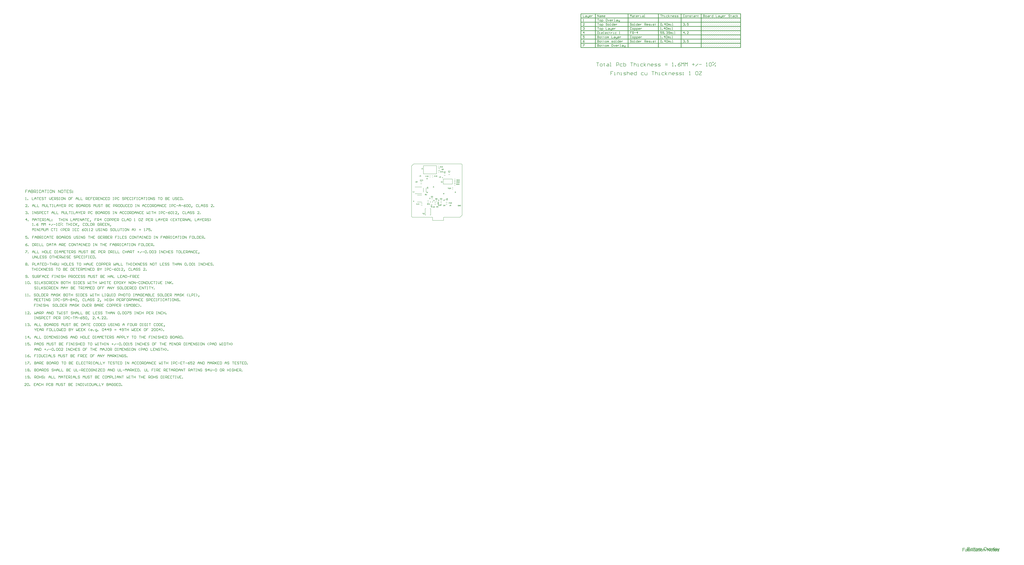
<source format=gbo>
G04 Layer_Color=32896*
%FSLAX25Y25*%
%MOIN*%
G70*
G01*
G75*
%ADD24C,0.01000*%
%ADD28C,0.01500*%
%ADD29C,0.00800*%
%ADD30C,0.00100*%
%ADD31C,0.00500*%
G36*
X1618237Y-940485D02*
X1618325D01*
X1618428Y-940500D01*
X1618647Y-940543D01*
X1618911Y-940617D01*
X1619174Y-940719D01*
X1619423Y-940866D01*
X1619658Y-941056D01*
X1619687Y-941085D01*
X1619745Y-941158D01*
X1619833Y-941305D01*
X1619950Y-941495D01*
X1620053Y-941744D01*
X1620141Y-942037D01*
X1620199Y-942403D01*
X1620229Y-942608D01*
Y-942827D01*
Y-943039D01*
X1620254Y-943044D01*
X1620429Y-943087D01*
X1620795Y-943205D01*
X1620986Y-943278D01*
X1621191Y-943366D01*
X1621381Y-943483D01*
X1621571Y-943614D01*
X1621762Y-943761D01*
X1621937Y-943922D01*
X1621952Y-943937D01*
X1621981Y-943966D01*
X1622025Y-944024D01*
X1622084Y-944098D01*
X1622157Y-944185D01*
X1622230Y-944303D01*
X1622318Y-944449D01*
X1622406Y-944595D01*
X1622479Y-944771D01*
X1622567Y-944976D01*
X1622640Y-945181D01*
X1622713Y-945415D01*
X1622772Y-945664D01*
X1622816Y-945942D01*
X1622845Y-946220D01*
X1622860Y-946528D01*
Y-946542D01*
Y-946586D01*
Y-946660D01*
Y-946747D01*
X1622845Y-946865D01*
Y-946996D01*
X1622830Y-947143D01*
X1622816Y-947304D01*
X1622757Y-947641D01*
X1622684Y-947992D01*
X1622581Y-948343D01*
X1622450Y-948651D01*
Y-948665D01*
X1622435Y-948680D01*
X1622376Y-948782D01*
X1622274Y-948914D01*
X1622142Y-949090D01*
X1621981Y-949280D01*
X1621776Y-949471D01*
X1621542Y-949661D01*
X1621264Y-949837D01*
X1621249D01*
X1621235Y-949851D01*
X1621191Y-949880D01*
X1621132Y-949895D01*
X1620971Y-949968D01*
X1620766Y-950041D01*
X1620517Y-950129D01*
X1620239Y-950188D01*
X1619931Y-950246D01*
X1619595Y-950261D01*
X1619448D01*
X1619346Y-950246D01*
X1619229Y-950232D01*
X1619082Y-950217D01*
X1618921Y-950188D01*
X1618746Y-950144D01*
X1618380Y-950027D01*
X1618175Y-949954D01*
X1617984Y-949866D01*
X1617779Y-949763D01*
X1617589Y-949632D01*
X1617399Y-949485D01*
X1617223Y-949324D01*
X1617208Y-949309D01*
X1617179Y-949280D01*
X1617135Y-949222D01*
X1617091Y-949148D01*
X1617018Y-949046D01*
X1616945Y-948929D01*
X1616857Y-948797D01*
X1616784Y-948636D01*
X1616696Y-948446D01*
X1616608Y-948255D01*
X1616535Y-948021D01*
X1616476Y-947787D01*
X1616418Y-947523D01*
X1616374Y-947245D01*
X1616345Y-946938D01*
X1616330Y-946616D01*
Y-946586D01*
Y-946528D01*
X1616345Y-946425D01*
Y-946294D01*
X1616359Y-946133D01*
X1616389Y-945957D01*
X1616418Y-945752D01*
X1616462Y-945532D01*
X1616520Y-945298D01*
X1616594Y-945064D01*
X1616681Y-944830D01*
X1616784Y-944595D01*
X1616901Y-944361D01*
X1617047Y-944141D01*
X1617208Y-943937D01*
X1617399Y-943746D01*
X1617413Y-943732D01*
X1617443Y-943717D01*
X1617487Y-943673D01*
X1617560Y-943629D01*
X1617648Y-943571D01*
X1617750Y-943497D01*
X1617867Y-943424D01*
X1618014Y-943351D01*
X1618160Y-943292D01*
X1618321Y-943219D01*
X1618702Y-943087D01*
X1619043Y-943017D01*
Y-942974D01*
X1619028Y-942827D01*
X1618999Y-942491D01*
X1618969Y-942330D01*
X1618925Y-942198D01*
Y-942183D01*
X1618896Y-942139D01*
X1618867Y-942081D01*
X1618823Y-942008D01*
X1618764Y-941934D01*
X1618691Y-941846D01*
X1618603Y-941759D01*
X1618501Y-941685D01*
X1618486Y-941671D01*
X1618442Y-941656D01*
X1618384Y-941627D01*
X1618311Y-941583D01*
X1618208Y-941554D01*
X1618076Y-941524D01*
X1617945Y-941510D01*
X1617798Y-941495D01*
X1617681D01*
X1617535Y-941524D01*
X1617374Y-941554D01*
X1617183Y-941612D01*
X1616978Y-941700D01*
X1616759Y-941832D01*
X1616569Y-941993D01*
X1616554Y-942022D01*
X1616495Y-942081D01*
X1616422Y-942198D01*
X1616334Y-942373D01*
X1616232Y-942593D01*
X1616159Y-942857D01*
X1616100Y-943179D01*
X1616085Y-943559D01*
Y-947600D01*
X1614983D01*
Y-950100D01*
X1613797D01*
Y-943131D01*
X1614899D01*
Y-943076D01*
Y-943062D01*
Y-943047D01*
Y-943003D01*
Y-942945D01*
X1614885Y-942798D01*
X1614870Y-942637D01*
X1614826Y-942432D01*
X1614782Y-942242D01*
X1614709Y-942051D01*
X1614607Y-941890D01*
X1614592Y-941876D01*
X1614548Y-941832D01*
X1614545Y-941828D01*
X1613797D01*
Y-941503D01*
X1613670Y-941495D01*
X1613582D01*
X1613494Y-941510D01*
X1613362Y-941524D01*
X1613231Y-941554D01*
X1613070Y-941612D01*
X1612909Y-941671D01*
X1612747Y-941759D01*
X1612733Y-941773D01*
X1612674Y-941803D01*
X1612601Y-941876D01*
X1612513Y-941949D01*
X1612411Y-942066D01*
X1612308Y-942198D01*
X1612220Y-942359D01*
X1612133Y-942535D01*
X1612118Y-942564D01*
X1612103Y-942622D01*
X1612074Y-942739D01*
X1612045Y-942901D01*
X1612001Y-943106D01*
X1611998Y-943131D01*
X1612626D01*
Y-944054D01*
X1611942D01*
Y-947600D01*
X1611440D01*
Y-948138D01*
Y-948153D01*
Y-948211D01*
Y-948299D01*
X1611455Y-948402D01*
X1611470Y-948621D01*
X1611484Y-948709D01*
X1611499Y-948782D01*
X1611514Y-948812D01*
X1611543Y-948870D01*
X1611601Y-948943D01*
X1611689Y-949017D01*
X1611719Y-949031D01*
X1611792Y-949046D01*
X1611923Y-949075D01*
X1612099Y-949090D01*
X1612246D01*
X1612319Y-949075D01*
X1612407D01*
X1612626Y-949046D01*
X1612787Y-950085D01*
X1612758D01*
X1612699Y-950100D01*
X1612612Y-950115D01*
X1612480Y-950129D01*
X1612348Y-950159D01*
X1612202Y-950173D01*
X1611894Y-950188D01*
X1611792D01*
X1611675Y-950173D01*
X1611528Y-950159D01*
X1611367Y-950144D01*
X1611191Y-950100D01*
X1611030Y-950056D01*
X1610884Y-949998D01*
X1610869Y-949983D01*
X1610825Y-949954D01*
X1610767Y-949910D01*
X1610694Y-949851D01*
X1610606Y-949778D01*
X1610533Y-949690D01*
X1610445Y-949588D01*
X1610386Y-949471D01*
Y-949456D01*
X1610372Y-949397D01*
X1610342Y-949309D01*
X1610328Y-949163D01*
X1610298Y-948973D01*
X1610284Y-948870D01*
X1610269Y-948738D01*
Y-948592D01*
X1610254Y-948431D01*
Y-948255D01*
Y-948065D01*
Y-944054D01*
X1609380D01*
Y-944086D01*
Y-944160D01*
Y-944247D01*
X1609366Y-944365D01*
Y-944496D01*
X1609351Y-944643D01*
X1609336Y-944804D01*
X1609278Y-945140D01*
X1609205Y-945492D01*
X1609102Y-945843D01*
X1608970Y-946151D01*
Y-946165D01*
X1608956Y-946180D01*
X1608897Y-946282D01*
X1608795Y-946414D01*
X1608663Y-946590D01*
X1608502Y-946780D01*
X1608297Y-946970D01*
X1608234Y-947021D01*
Y-947187D01*
Y-947201D01*
Y-947260D01*
Y-947348D01*
Y-947450D01*
Y-947582D01*
Y-947728D01*
X1608249Y-948065D01*
Y-948431D01*
X1608263Y-948768D01*
X1608278Y-948929D01*
Y-949061D01*
X1608293Y-949178D01*
X1608307Y-949280D01*
Y-949295D01*
X1608322Y-949353D01*
X1608337Y-949441D01*
X1608366Y-949544D01*
X1608410Y-949661D01*
X1608468Y-949807D01*
X1608600Y-950100D01*
X1607370D01*
X1607356Y-950085D01*
X1607341Y-950041D01*
X1607312Y-949954D01*
X1607268Y-949851D01*
X1607224Y-949719D01*
X1607195Y-949573D01*
X1607165Y-949412D01*
X1607136Y-949222D01*
X1607107Y-949251D01*
X1607019Y-949309D01*
X1606902Y-949412D01*
X1606726Y-949529D01*
X1606536Y-949675D01*
X1606316Y-949807D01*
X1606097Y-949924D01*
X1605862Y-950027D01*
X1605833Y-950041D01*
X1605760Y-950056D01*
X1605643Y-950100D01*
X1605482Y-950144D01*
X1605277Y-950188D01*
X1605057Y-950217D01*
X1604823Y-950246D01*
X1604560Y-950261D01*
X1604457D01*
X1604369Y-950246D01*
X1604281D01*
X1604164Y-950232D01*
X1603915Y-950188D01*
X1603623Y-950129D01*
X1603344Y-950027D01*
X1603052Y-949895D01*
X1602803Y-949705D01*
X1602773Y-949675D01*
X1602700Y-949602D01*
X1602612Y-949485D01*
X1602495Y-949309D01*
X1602378Y-949104D01*
X1602290Y-948870D01*
X1602217Y-948577D01*
X1602188Y-948270D01*
Y-948241D01*
Y-948182D01*
X1602202Y-948080D01*
X1602217Y-947963D01*
X1602246Y-947816D01*
X1602276Y-947655D01*
X1602334Y-947494D01*
X1602407Y-947333D01*
X1602422Y-947318D01*
X1602451Y-947260D01*
X1602495Y-947187D01*
X1602568Y-947084D01*
X1602656Y-946982D01*
X1602773Y-946865D01*
X1602891Y-946762D01*
X1603022Y-946660D01*
X1603037Y-946645D01*
X1603095Y-946616D01*
X1603169Y-946572D01*
X1603271Y-946513D01*
X1603403Y-946440D01*
X1603457Y-946416D01*
X1603378Y-946297D01*
X1603305Y-946136D01*
X1603217Y-945946D01*
X1603129Y-945755D01*
X1603056Y-945521D01*
X1602997Y-945287D01*
X1602975Y-945189D01*
X1602393Y-945108D01*
Y-945093D01*
X1602407Y-945078D01*
X1602422Y-944991D01*
X1602466Y-944859D01*
X1602510Y-944683D01*
X1602583Y-944493D01*
X1602671Y-944303D01*
X1602773Y-944098D01*
X1602857Y-943987D01*
X1602865Y-943925D01*
Y-943794D01*
X1602880Y-943633D01*
X1602909Y-943457D01*
X1602939Y-943252D01*
X1602983Y-943032D01*
X1603041Y-942798D01*
X1603114Y-942564D01*
X1603202Y-942330D01*
X1603305Y-942095D01*
X1603422Y-941861D01*
X1603568Y-941642D01*
X1603729Y-941437D01*
X1603919Y-941246D01*
X1603934Y-941232D01*
X1603963Y-941217D01*
X1604007Y-941173D01*
X1604081Y-941129D01*
X1604168Y-941071D01*
X1604271Y-940997D01*
X1604388Y-940924D01*
X1604534Y-940851D01*
X1604681Y-940792D01*
X1604842Y-940719D01*
X1605223Y-940587D01*
X1605647Y-940500D01*
X1605881Y-940485D01*
X1606116Y-940470D01*
X1606247D01*
X1606350Y-940485D01*
X1606482Y-940500D01*
X1606613Y-940514D01*
X1606774Y-940543D01*
X1606950Y-940587D01*
X1607316Y-940705D01*
X1607506Y-940778D01*
X1607711Y-940866D01*
X1607902Y-940983D01*
X1608092Y-941115D01*
X1608282Y-941261D01*
X1608458Y-941422D01*
X1608473Y-941437D01*
X1608502Y-941466D01*
X1608546Y-941524D01*
X1608604Y-941598D01*
X1608677Y-941685D01*
X1608751Y-941803D01*
X1608839Y-941949D01*
X1608926Y-942095D01*
X1609000Y-942271D01*
X1609087Y-942476D01*
X1609161Y-942681D01*
X1609234Y-942915D01*
X1609292Y-943164D01*
X1609336Y-943442D01*
X1609366Y-943720D01*
X1609376Y-943941D01*
Y-943131D01*
X1610254D01*
Y-941418D01*
X1610756Y-941115D01*
Y-940631D01*
X1611810D01*
Y-941612D01*
X1611825Y-941583D01*
X1611869Y-941524D01*
X1611942Y-941437D01*
X1612045Y-941319D01*
X1612162Y-941188D01*
X1612308Y-941056D01*
X1612484Y-940909D01*
X1612674Y-940792D01*
X1612704Y-940778D01*
X1612777Y-940749D01*
X1612894Y-940690D01*
X1613040Y-940631D01*
X1613231Y-940573D01*
X1613436Y-940514D01*
X1613684Y-940485D01*
X1613933Y-940470D01*
X1614065D01*
X1614177Y-940481D01*
X1614983D01*
Y-940682D01*
X1615002Y-940690D01*
X1615192Y-940792D01*
X1615222Y-940807D01*
X1615280Y-940851D01*
X1615368Y-940924D01*
X1615471Y-941027D01*
X1615588Y-941158D01*
X1615705Y-941305D01*
X1615807Y-941495D01*
X1615895Y-941700D01*
X1615910Y-941685D01*
X1615939Y-941642D01*
X1615983Y-941583D01*
X1616041Y-941510D01*
X1616129Y-941407D01*
X1616232Y-941305D01*
X1616349Y-941202D01*
X1616481Y-941085D01*
X1616627Y-940968D01*
X1616788Y-940866D01*
X1617169Y-940661D01*
X1617374Y-940587D01*
X1617593Y-940529D01*
X1617813Y-940485D01*
X1618062Y-940470D01*
X1618164D01*
X1618237Y-940485D01*
D02*
G37*
G36*
X1655935Y-947600D02*
X1654750D01*
Y-944054D01*
X1653984D01*
Y-948138D01*
Y-948153D01*
Y-948211D01*
Y-948299D01*
X1653999Y-948402D01*
X1654013Y-948621D01*
X1654028Y-948709D01*
X1654043Y-948782D01*
X1654057Y-948812D01*
X1654087Y-948870D01*
X1654145Y-948943D01*
X1654233Y-949017D01*
X1654262Y-949031D01*
X1654336Y-949046D01*
X1654467Y-949075D01*
X1654643Y-949090D01*
X1654789D01*
X1654863Y-949075D01*
X1654950D01*
X1655170Y-949046D01*
X1655331Y-950085D01*
X1655302D01*
X1655243Y-950100D01*
X1655155Y-950115D01*
X1655024Y-950129D01*
X1654892Y-950159D01*
X1654745Y-950173D01*
X1654438Y-950188D01*
X1654336D01*
X1654218Y-950173D01*
X1654072Y-950159D01*
X1653911Y-950144D01*
X1653735Y-950100D01*
X1653574Y-950056D01*
X1653428Y-949998D01*
X1653413Y-949983D01*
X1653369Y-949954D01*
X1653311Y-949910D01*
X1653238Y-949851D01*
X1653150Y-949778D01*
X1653077Y-949690D01*
X1652989Y-949588D01*
X1652930Y-949471D01*
Y-949456D01*
X1652915Y-949397D01*
X1652886Y-949309D01*
X1652872Y-949163D01*
X1652842Y-948973D01*
X1652828Y-948870D01*
X1652813Y-948738D01*
Y-948592D01*
X1652798Y-948431D01*
Y-948255D01*
Y-948065D01*
Y-944054D01*
X1651920D01*
Y-943131D01*
X1652798D01*
Y-941686D01*
X1652788Y-941685D01*
X1652729D01*
X1652656Y-941700D01*
X1652554Y-941715D01*
X1652451Y-941744D01*
X1652334Y-941788D01*
X1652217Y-941846D01*
X1652100Y-941920D01*
X1652085Y-941934D01*
X1652056Y-941964D01*
X1651997Y-942022D01*
X1651939Y-942095D01*
X1651866Y-942183D01*
X1651792Y-942300D01*
X1651734Y-942432D01*
X1651675Y-942579D01*
X1651661Y-942608D01*
X1651646Y-942681D01*
X1651617Y-942813D01*
X1651587Y-942988D01*
X1651543Y-943193D01*
X1651514Y-943428D01*
X1651500Y-943676D01*
X1651485Y-943955D01*
Y-947600D01*
X1651122D01*
X1651115Y-947641D01*
X1651041Y-947992D01*
X1650939Y-948343D01*
X1650807Y-948651D01*
Y-948665D01*
X1650793Y-948680D01*
X1650734Y-948782D01*
X1650632Y-948914D01*
X1650500Y-949090D01*
X1650339Y-949280D01*
X1650134Y-949471D01*
X1649900Y-949661D01*
X1649621Y-949837D01*
X1649607D01*
X1649592Y-949851D01*
X1649548Y-949880D01*
X1649490Y-949895D01*
X1649329Y-949968D01*
X1649124Y-950041D01*
X1648875Y-950129D01*
X1648597Y-950188D01*
X1648289Y-950246D01*
X1647952Y-950261D01*
X1647806D01*
X1647704Y-950246D01*
X1647586Y-950232D01*
X1647440Y-950217D01*
X1647279Y-950188D01*
X1647103Y-950144D01*
X1646737Y-950027D01*
X1646532Y-949954D01*
X1646342Y-949866D01*
X1646137Y-949763D01*
X1645947Y-949632D01*
X1645757Y-949485D01*
X1645581Y-949324D01*
X1645566Y-949309D01*
X1645537Y-949280D01*
X1645493Y-949222D01*
X1645449Y-949148D01*
X1645376Y-949046D01*
X1645303Y-948929D01*
X1645215Y-948797D01*
X1645142Y-948636D01*
X1645054Y-948446D01*
X1644966Y-948255D01*
X1644893Y-948021D01*
X1644834Y-947787D01*
X1644797Y-947618D01*
X1644502Y-947527D01*
X1644297Y-947454D01*
X1644106Y-947366D01*
X1643901Y-947263D01*
X1643711Y-947132D01*
X1643521Y-946985D01*
X1643345Y-946824D01*
X1643330Y-946809D01*
X1643301Y-946780D01*
X1643257Y-946722D01*
X1643213Y-946648D01*
X1643151Y-946573D01*
Y-950100D01*
X1641848D01*
X1639526Y-946627D01*
X1639158Y-947600D01*
X1638045D01*
X1636797Y-944316D01*
Y-950100D01*
X1635582D01*
Y-941121D01*
X1635395Y-940631D01*
X1635582D01*
Y-940481D01*
X1636870D01*
X1639308Y-944118D01*
X1640578Y-940631D01*
X1641793D01*
X1640054Y-945230D01*
X1641935Y-948036D01*
Y-940481D01*
X1643151D01*
Y-941693D01*
X1643184Y-941642D01*
X1643345Y-941451D01*
X1643360Y-941437D01*
X1643389Y-941407D01*
X1643433Y-941363D01*
X1643506Y-941290D01*
X1643594Y-941217D01*
X1643711Y-941144D01*
X1643828Y-941056D01*
X1643975Y-940953D01*
X1644136Y-940866D01*
X1644311Y-940778D01*
X1644502Y-940705D01*
X1644721Y-940617D01*
X1644941Y-940558D01*
X1645175Y-940514D01*
X1645424Y-940485D01*
X1645687Y-940470D01*
X1645819D01*
X1645922Y-940485D01*
X1646039Y-940500D01*
X1646185Y-940514D01*
X1646332Y-940543D01*
X1646507Y-940587D01*
X1646859Y-940705D01*
X1647049Y-940778D01*
X1647239Y-940880D01*
X1647430Y-940983D01*
X1647620Y-941115D01*
X1647796Y-941261D01*
X1647971Y-941437D01*
X1647986Y-941451D01*
X1648015Y-941481D01*
X1648059Y-941539D01*
X1648118Y-941612D01*
X1648176Y-941715D01*
X1648249Y-941832D01*
X1648337Y-941964D01*
X1648425Y-942125D01*
X1648498Y-942315D01*
X1648586Y-942505D01*
X1648659Y-942725D01*
X1648733Y-942974D01*
X1648751Y-943079D01*
X1648787Y-943087D01*
X1649153Y-943205D01*
X1649343Y-943278D01*
X1649548Y-943366D01*
X1649739Y-943483D01*
X1649929Y-943614D01*
X1650119Y-943761D01*
X1650295Y-943922D01*
X1650299Y-943926D01*
Y-940631D01*
X1651368D01*
Y-941671D01*
X1651382Y-941656D01*
X1651441Y-941568D01*
X1651514Y-941437D01*
X1651602Y-941290D01*
X1651719Y-941129D01*
X1651851Y-940968D01*
X1651968Y-940822D01*
X1652100Y-940719D01*
X1652114Y-940705D01*
X1652158Y-940675D01*
X1652231Y-940646D01*
X1652334Y-940587D01*
X1652436Y-940543D01*
X1652568Y-940514D01*
X1652715Y-940485D01*
X1652861Y-940470D01*
X1652963D01*
X1653081Y-940485D01*
X1653242Y-940514D01*
X1653417Y-940573D01*
X1653622Y-940631D01*
X1653842Y-940734D01*
X1653888Y-940759D01*
X1653984Y-940701D01*
Y-940814D01*
X1654076Y-940866D01*
X1653984Y-941100D01*
Y-943131D01*
X1654750D01*
Y-937982D01*
X1655935D01*
Y-947600D01*
D02*
G37*
G36*
X1600948Y-940631D02*
X1602133D01*
Y-941554D01*
X1600948D01*
Y-944014D01*
X1601075Y-944200D01*
X1601222Y-944478D01*
X1601353Y-944815D01*
X1601456Y-945181D01*
X1600948Y-945259D01*
Y-945638D01*
Y-945653D01*
Y-945711D01*
Y-945799D01*
X1600962Y-945902D01*
X1600977Y-946121D01*
X1600991Y-946209D01*
X1601006Y-946282D01*
X1601021Y-946312D01*
X1601050Y-946370D01*
X1601109Y-946443D01*
X1601196Y-946517D01*
X1601226Y-946531D01*
X1601299Y-946546D01*
X1601431Y-946575D01*
X1601606Y-946590D01*
X1601753D01*
X1601826Y-946575D01*
X1601914D01*
X1602133Y-946546D01*
X1602295Y-947585D01*
X1602265D01*
X1602207Y-947600D01*
X1602119Y-947615D01*
X1601987Y-947629D01*
X1601855Y-947659D01*
X1601709Y-947673D01*
X1601401Y-947688D01*
X1601387D01*
X1601573Y-947714D01*
Y-947728D01*
X1601558Y-947772D01*
X1601544Y-947831D01*
X1601529Y-947904D01*
X1601500Y-948007D01*
X1601471Y-948124D01*
X1601383Y-948402D01*
X1601251Y-948695D01*
X1601075Y-949017D01*
X1600856Y-949309D01*
X1600592Y-949588D01*
X1600577D01*
X1600563Y-949617D01*
X1600519Y-949646D01*
X1600460Y-949690D01*
X1600373Y-949749D01*
X1600285Y-949807D01*
X1600065Y-949924D01*
X1599787Y-950041D01*
X1599450Y-950159D01*
X1599084Y-950232D01*
X1598879Y-950246D01*
X1598674Y-950261D01*
X1598542D01*
X1598440Y-950246D01*
X1598323Y-950232D01*
X1598176Y-950217D01*
X1598030Y-950188D01*
X1597854Y-950144D01*
X1597488Y-950041D01*
X1597298Y-949954D01*
X1597108Y-949866D01*
X1596917Y-949763D01*
X1596742Y-949646D01*
X1596566Y-949500D01*
X1596390Y-949339D01*
X1596376Y-949324D01*
X1596346Y-949295D01*
X1596317Y-949236D01*
X1596259Y-949163D01*
X1596185Y-949061D01*
X1596112Y-948943D01*
X1596039Y-948812D01*
X1595966Y-948651D01*
X1595878Y-948475D01*
X1595805Y-948270D01*
X1595732Y-948050D01*
X1595658Y-947801D01*
X1595600Y-947553D01*
X1595571Y-947260D01*
X1595541Y-946967D01*
X1595527Y-946645D01*
Y-946630D01*
Y-946601D01*
Y-946528D01*
Y-946455D01*
X1595541Y-946352D01*
Y-946250D01*
X1595571Y-945971D01*
X1595615Y-945664D01*
X1595688Y-945342D01*
X1595776Y-944991D01*
X1595893Y-944669D01*
Y-944654D01*
X1595907Y-944625D01*
X1595937Y-944581D01*
X1595966Y-944522D01*
X1596029Y-944418D01*
Y-941554D01*
X1595150D01*
Y-940631D01*
X1596029D01*
Y-938918D01*
X1597214Y-938201D01*
Y-940631D01*
X1598400D01*
Y-941554D01*
X1597214D01*
Y-943299D01*
X1597313Y-943263D01*
X1597518Y-943175D01*
X1597752Y-943102D01*
X1598045Y-943029D01*
X1598352Y-942985D01*
X1598674Y-942970D01*
X1598791D01*
X1598865Y-942985D01*
X1598967D01*
X1599069Y-943000D01*
X1599333Y-943044D01*
X1599626Y-943117D01*
X1599762Y-943160D01*
Y-941554D01*
X1598883D01*
Y-940631D01*
X1599762D01*
Y-938918D01*
X1600948Y-938201D01*
Y-940631D01*
D02*
G37*
G36*
X1661001Y-940485D02*
X1661206Y-940500D01*
X1661440Y-940529D01*
X1661689Y-940558D01*
X1661923Y-940617D01*
X1662143Y-940690D01*
X1662172Y-940705D01*
X1662231Y-940719D01*
X1662333Y-940778D01*
X1662450Y-940836D01*
X1662582Y-940909D01*
X1662728Y-940997D01*
X1662845Y-941100D01*
X1662963Y-941217D01*
X1662977Y-941232D01*
X1663007Y-941276D01*
X1663050Y-941334D01*
X1663109Y-941437D01*
X1663168Y-941554D01*
X1663226Y-941685D01*
X1663285Y-941846D01*
X1663329Y-942022D01*
Y-942037D01*
X1663343Y-942081D01*
X1663358Y-942154D01*
X1663373Y-942271D01*
Y-942417D01*
X1663387Y-942608D01*
X1663402Y-942827D01*
Y-943106D01*
Y-944687D01*
Y-944701D01*
Y-944760D01*
Y-944848D01*
Y-944950D01*
Y-945082D01*
Y-945228D01*
X1663416Y-945565D01*
Y-945931D01*
X1663431Y-946268D01*
X1663446Y-946429D01*
Y-946561D01*
X1663460Y-946678D01*
X1663475Y-946780D01*
Y-946795D01*
X1663490Y-946853D01*
X1663504Y-946941D01*
X1663534Y-947044D01*
X1663577Y-947161D01*
X1663636Y-947307D01*
X1663768Y-947600D01*
X1662538D01*
X1662523Y-947585D01*
X1662509Y-947541D01*
X1662480Y-947454D01*
X1662436Y-947351D01*
X1662392Y-947219D01*
X1662362Y-947073D01*
X1662335Y-946923D01*
X1662053D01*
X1661894Y-947029D01*
X1661704Y-947175D01*
X1661484Y-947307D01*
X1661264Y-947424D01*
X1661030Y-947527D01*
X1661001Y-947541D01*
X1660928Y-947556D01*
X1660811Y-947600D01*
X1660649Y-947644D01*
X1660445Y-947688D01*
X1660225Y-947717D01*
X1659991Y-947746D01*
X1659727Y-947761D01*
X1659625D01*
X1659537Y-947746D01*
X1659449D01*
X1659332Y-947732D01*
X1659083Y-947688D01*
X1658790Y-947629D01*
X1658512Y-947527D01*
X1658219Y-947395D01*
X1657970Y-947205D01*
X1657941Y-947175D01*
X1657868Y-947102D01*
X1657780Y-946985D01*
X1657739Y-946923D01*
X1657161D01*
Y-946938D01*
Y-946967D01*
X1657176Y-947040D01*
Y-947113D01*
X1657190Y-947216D01*
X1657205Y-947318D01*
X1657264Y-947582D01*
X1657351Y-947860D01*
X1657454Y-948153D01*
X1657615Y-948446D01*
X1657805Y-948695D01*
X1657834Y-948724D01*
X1657908Y-948782D01*
X1658039Y-948885D01*
X1658200Y-948987D01*
X1658420Y-949104D01*
X1658669Y-949207D01*
X1658947Y-949265D01*
X1659255Y-949295D01*
X1659372D01*
X1659489Y-949280D01*
X1659635Y-949251D01*
X1659811Y-949207D01*
X1660001Y-949148D01*
X1660192Y-949075D01*
X1660367Y-948958D01*
X1660382Y-948943D01*
X1660440Y-948885D01*
X1660528Y-948812D01*
X1660631Y-948680D01*
X1660748Y-948534D01*
X1660865Y-948343D01*
X1660982Y-948109D01*
X1661099Y-947845D01*
X1662314Y-948007D01*
Y-948021D01*
X1662300Y-948050D01*
X1662285Y-948109D01*
X1662256Y-948182D01*
X1662226Y-948270D01*
X1662183Y-948372D01*
X1662065Y-948621D01*
X1661919Y-948885D01*
X1661743Y-949163D01*
X1661509Y-949441D01*
X1661246Y-949675D01*
X1661231D01*
X1661216Y-949705D01*
X1661172Y-949734D01*
X1661099Y-949763D01*
X1661026Y-949807D01*
X1660938Y-949866D01*
X1660836Y-949910D01*
X1660704Y-949968D01*
X1660426Y-950071D01*
X1660074Y-950173D01*
X1659694Y-950232D01*
X1659255Y-950261D01*
X1659108D01*
X1659006Y-950246D01*
X1658874Y-950232D01*
X1658727Y-950217D01*
X1658566Y-950188D01*
X1658376Y-950144D01*
X1657995Y-950027D01*
X1657791Y-949954D01*
X1657600Y-949866D01*
X1657395Y-949763D01*
X1657205Y-949632D01*
X1657015Y-949485D01*
X1656839Y-949324D01*
X1656824Y-949309D01*
X1656795Y-949280D01*
X1656751Y-949222D01*
X1656707Y-949148D01*
X1656634Y-949061D01*
X1656561Y-948943D01*
X1656473Y-948797D01*
X1656400Y-948636D01*
X1656312Y-948460D01*
X1656224Y-948270D01*
X1656151Y-948050D01*
X1656092Y-947816D01*
X1656034Y-947567D01*
X1655990Y-947289D01*
X1655961Y-946996D01*
X1655946Y-946689D01*
Y-946674D01*
Y-946616D01*
Y-946513D01*
X1655961Y-946396D01*
X1655975Y-946250D01*
X1655990Y-946074D01*
X1656019Y-945884D01*
X1656063Y-945679D01*
X1656166Y-945240D01*
X1656239Y-945020D01*
X1656327Y-944786D01*
X1656429Y-944566D01*
X1656546Y-944347D01*
X1656678Y-944141D01*
X1656839Y-943951D01*
X1656854Y-943937D01*
X1656883Y-943907D01*
X1656927Y-943863D01*
X1657000Y-943790D01*
X1657088Y-943717D01*
X1657205Y-943644D01*
X1657322Y-943556D01*
X1657468Y-943453D01*
X1657630Y-943366D01*
X1657805Y-943278D01*
X1657995Y-943205D01*
X1658215Y-943117D01*
X1658435Y-943058D01*
X1658669Y-943014D01*
X1658918Y-942985D01*
X1659181Y-942970D01*
X1659313D01*
X1659416Y-942985D01*
X1659533Y-943000D01*
X1659679Y-943014D01*
X1659826Y-943044D01*
X1660001Y-943087D01*
X1660353Y-943205D01*
X1660543Y-943278D01*
X1660733Y-943380D01*
X1660902Y-943471D01*
X1661235Y-943413D01*
X1661587Y-943354D01*
X1661923Y-943267D01*
X1662070Y-943223D01*
X1662201Y-943179D01*
Y-943164D01*
Y-943135D01*
X1662216Y-943047D01*
Y-942945D01*
Y-942901D01*
Y-942871D01*
Y-942857D01*
Y-942842D01*
Y-942754D01*
X1662201Y-942622D01*
X1662172Y-942476D01*
X1662128Y-942315D01*
X1662070Y-942139D01*
X1661996Y-941993D01*
X1661879Y-941861D01*
X1661865Y-941846D01*
X1661791Y-941803D01*
X1661689Y-941729D01*
X1661543Y-941656D01*
X1661352Y-941583D01*
X1661118Y-941510D01*
X1660840Y-941466D01*
X1660532Y-941451D01*
X1660401D01*
X1660254Y-941466D01*
X1660064Y-941481D01*
X1659859Y-941524D01*
X1659669Y-941568D01*
X1659464Y-941642D01*
X1659303Y-941744D01*
X1659288Y-941759D01*
X1659244Y-941803D01*
X1659171Y-941876D01*
X1659083Y-941978D01*
X1658981Y-942125D01*
X1658893Y-942300D01*
X1658790Y-942520D01*
X1658717Y-942769D01*
X1657561Y-942608D01*
Y-942593D01*
X1657575Y-942579D01*
X1657590Y-942491D01*
X1657634Y-942359D01*
X1657678Y-942183D01*
X1657751Y-941993D01*
X1657839Y-941803D01*
X1657941Y-941598D01*
X1658073Y-941422D01*
X1658088Y-941407D01*
X1658146Y-941349D01*
X1658219Y-941261D01*
X1658336Y-941158D01*
X1658483Y-941056D01*
X1658673Y-940939D01*
X1658878Y-940822D01*
X1659112Y-940719D01*
X1659127D01*
X1659142Y-940705D01*
X1659185Y-940690D01*
X1659229Y-940675D01*
X1659376Y-940646D01*
X1659566Y-940587D01*
X1659800Y-940543D01*
X1660064Y-940514D01*
X1660371Y-940485D01*
X1660693Y-940470D01*
X1660840D01*
X1661001Y-940485D01*
D02*
G37*
G36*
X1668625Y-946821D02*
X1668712Y-946908D01*
X1668829Y-947055D01*
X1668844Y-947069D01*
X1668873Y-947128D01*
X1668917Y-947216D01*
X1668975Y-947333D01*
X1669034Y-947479D01*
X1669078Y-947655D01*
X1669107Y-947845D01*
X1669122Y-948065D01*
Y-948094D01*
Y-948168D01*
X1669107Y-948285D01*
X1669078Y-948416D01*
X1669034Y-948592D01*
X1668975Y-948782D01*
X1668888Y-948973D01*
X1668771Y-949178D01*
X1668756Y-949207D01*
X1668712Y-949265D01*
X1668624Y-949353D01*
X1668507Y-949471D01*
X1668375Y-949602D01*
X1668200Y-949734D01*
X1667995Y-949866D01*
X1667760Y-949983D01*
X1667731Y-949998D01*
X1667643Y-950027D01*
X1667512Y-950071D01*
X1667336Y-950115D01*
X1667116Y-950173D01*
X1666867Y-950217D01*
X1666751Y-950229D01*
X1666740Y-950235D01*
X1666623Y-950279D01*
X1666491Y-950338D01*
X1666315Y-950382D01*
X1666139Y-950411D01*
X1665935Y-950426D01*
X1665876D01*
X1665803Y-950411D01*
X1665715D01*
X1665598Y-950396D01*
X1665466Y-950367D01*
X1665173Y-950279D01*
X1665154Y-950120D01*
X1664847Y-950027D01*
X1664510Y-949895D01*
X1664364Y-949807D01*
X1664218Y-949705D01*
X1664203D01*
X1664188Y-949675D01*
X1664100Y-949602D01*
X1663983Y-949471D01*
X1663837Y-949280D01*
X1663691Y-949046D01*
X1663544Y-948753D01*
X1663412Y-948416D01*
X1663325Y-948021D01*
X1664496Y-947831D01*
Y-947845D01*
Y-947860D01*
X1664510Y-947948D01*
X1664554Y-948080D01*
X1664598Y-948241D01*
X1664671Y-948416D01*
X1664759Y-948592D01*
X1664891Y-948768D01*
X1665037Y-948929D01*
X1665052Y-948943D01*
X1665125Y-948987D01*
X1665228Y-949046D01*
X1665359Y-949104D01*
X1665550Y-949178D01*
X1665755Y-949236D01*
X1665988Y-949275D01*
X1666154Y-949240D01*
X1666257Y-949210D01*
X1666344Y-949166D01*
X1666359D01*
X1666388Y-949137D01*
X1666432Y-949108D01*
X1666476Y-949064D01*
X1666608Y-948947D01*
X1666740Y-948786D01*
Y-948771D01*
X1666754Y-948742D01*
X1666784Y-948698D01*
X1666828Y-948610D01*
X1666871Y-948493D01*
X1666930Y-948347D01*
X1667003Y-948142D01*
X1667091Y-947907D01*
X1667106Y-947893D01*
X1667120Y-947834D01*
X1667164Y-947746D01*
X1667208Y-947615D01*
X1667120Y-947383D01*
X1666941Y-947318D01*
X1666809Y-947274D01*
X1666677Y-947245D01*
X1666516Y-947201D01*
X1666340Y-947157D01*
X1666326D01*
X1666282Y-947143D01*
X1666223Y-947128D01*
X1666135Y-947099D01*
X1666018Y-947069D01*
X1665901Y-947040D01*
X1665623Y-946952D01*
X1665330Y-946865D01*
X1665023Y-946777D01*
X1664745Y-946674D01*
X1664627Y-946630D01*
X1664525Y-946586D01*
X1664510Y-946572D01*
X1664437Y-946542D01*
X1664349Y-946484D01*
X1664247Y-946411D01*
X1664115Y-946323D01*
X1663998Y-946206D01*
X1663866Y-946074D01*
X1663764Y-945928D01*
X1663749Y-945913D01*
X1663720Y-945854D01*
X1663691Y-945767D01*
X1663647Y-945649D01*
X1663588Y-945518D01*
X1663559Y-945357D01*
X1663529Y-945181D01*
X1663515Y-944991D01*
Y-944976D01*
Y-944917D01*
X1663529Y-944815D01*
X1663544Y-944713D01*
X1663559Y-944581D01*
X1663603Y-944434D01*
X1663647Y-944273D01*
X1663720Y-944127D01*
X1663734Y-944112D01*
X1663764Y-944054D01*
X1663808Y-943981D01*
X1663881Y-943893D01*
X1663954Y-943790D01*
X1664057Y-943688D01*
X1664174Y-943571D01*
X1664305Y-943468D01*
X1664320Y-943453D01*
X1664364Y-943439D01*
X1664422Y-943395D01*
X1664510Y-943351D01*
X1664613Y-943292D01*
X1664745Y-943234D01*
X1664891Y-943175D01*
X1665052Y-943117D01*
X1665081D01*
X1665140Y-943087D01*
X1665228Y-943073D01*
X1665359Y-943044D01*
X1665466Y-943024D01*
X1664558Y-940631D01*
X1665817D01*
X1666678Y-943014D01*
X1666794Y-943029D01*
X1667028Y-943073D01*
X1667277Y-943131D01*
X1667512Y-943219D01*
X1667526D01*
X1667541Y-943234D01*
X1667614Y-943263D01*
X1667731Y-943322D01*
X1667863Y-943380D01*
X1668009Y-943483D01*
X1668170Y-943585D01*
X1668317Y-943717D01*
X1668434Y-943863D01*
X1668448Y-943878D01*
X1668478Y-943937D01*
X1668520Y-944000D01*
X1669756Y-940631D01*
X1670927D01*
X1668625Y-946821D01*
D02*
G37*
G36*
X1630257Y-937835D02*
X1630374D01*
X1630520Y-937850D01*
X1630667Y-937879D01*
X1630843Y-937894D01*
X1631208Y-937982D01*
X1631618Y-938099D01*
X1632028Y-938245D01*
X1632233Y-938348D01*
X1632438Y-938465D01*
X1632453D01*
X1632482Y-938494D01*
X1632541Y-938523D01*
X1632614Y-938582D01*
X1632702Y-938640D01*
X1632804Y-938728D01*
X1633039Y-938918D01*
X1633302Y-939167D01*
X1633580Y-939475D01*
X1633829Y-939826D01*
X1634063Y-940236D01*
Y-940251D01*
X1634093Y-940295D01*
X1634122Y-940353D01*
X1634151Y-940441D01*
X1634195Y-940543D01*
X1634239Y-940675D01*
X1634298Y-940822D01*
X1634356Y-940983D01*
X1634400Y-941173D01*
X1634459Y-941363D01*
X1634546Y-941803D01*
X1634605Y-942286D01*
X1634634Y-942813D01*
Y-942827D01*
Y-942871D01*
Y-942959D01*
X1634620Y-943062D01*
Y-943193D01*
X1634605Y-943340D01*
X1634590Y-943501D01*
X1634561Y-943691D01*
X1634488Y-944101D01*
X1634385Y-944540D01*
X1634239Y-944994D01*
X1634034Y-945433D01*
Y-945448D01*
X1634005Y-945477D01*
X1633975Y-945536D01*
X1633932Y-945624D01*
X1633858Y-945711D01*
X1633785Y-945829D01*
X1633609Y-946077D01*
X1633375Y-946356D01*
X1633082Y-946648D01*
X1632746Y-946927D01*
X1632365Y-947175D01*
X1632350D01*
X1632321Y-947205D01*
X1632263Y-947234D01*
X1632175Y-947263D01*
X1632072Y-947307D01*
X1631955Y-947366D01*
X1631823Y-947410D01*
X1631662Y-947468D01*
X1631326Y-947571D01*
X1630930Y-947673D01*
X1630491Y-947732D01*
X1630037Y-947761D01*
X1629906D01*
X1629901Y-947760D01*
Y-950100D01*
X1628716D01*
Y-947561D01*
X1628441Y-947483D01*
X1628017Y-947322D01*
X1627812Y-947234D01*
X1627607Y-947117D01*
X1627592Y-947102D01*
X1627563Y-947088D01*
X1627505Y-947044D01*
X1627431Y-947000D01*
X1627344Y-946927D01*
X1627241Y-946853D01*
X1627007Y-946648D01*
X1626743Y-946385D01*
X1626465Y-946092D01*
X1626216Y-945726D01*
X1625982Y-945331D01*
Y-945316D01*
X1625953Y-945272D01*
X1625938Y-945214D01*
X1625894Y-945126D01*
X1625850Y-945023D01*
X1625806Y-944906D01*
X1625762Y-944760D01*
X1625760Y-944752D01*
X1625744Y-944786D01*
X1625700Y-944888D01*
X1625641Y-945005D01*
X1625597Y-945137D01*
X1625553Y-945283D01*
X1625509Y-945444D01*
X1625465Y-945635D01*
X1625451Y-945840D01*
X1625422Y-946059D01*
Y-946294D01*
Y-950100D01*
X1624236D01*
Y-943131D01*
X1625304D01*
Y-944127D01*
X1625319Y-944112D01*
X1625334Y-944083D01*
X1625378Y-944024D01*
X1625451Y-943951D01*
X1625524Y-943863D01*
X1625532Y-943855D01*
X1625528Y-943838D01*
X1625470Y-943398D01*
X1625440Y-942930D01*
Y-942901D01*
Y-942827D01*
X1625455Y-942696D01*
Y-942535D01*
X1625484Y-942330D01*
X1625513Y-942095D01*
X1625543Y-941846D01*
X1625601Y-941554D01*
X1625675Y-941261D01*
X1625748Y-940953D01*
X1625850Y-940646D01*
X1625982Y-940339D01*
X1626128Y-940031D01*
X1626289Y-939724D01*
X1626494Y-939445D01*
X1626714Y-939182D01*
X1626729Y-939167D01*
X1626773Y-939123D01*
X1626846Y-939050D01*
X1626948Y-938962D01*
X1627080Y-938860D01*
X1627226Y-938757D01*
X1627402Y-938626D01*
X1627607Y-938494D01*
X1627841Y-938377D01*
X1628090Y-938245D01*
X1628368Y-938143D01*
X1628661Y-938025D01*
X1628969Y-937952D01*
X1629305Y-937879D01*
X1629671Y-937835D01*
X1630037Y-937821D01*
X1630169D01*
X1630257Y-937835D01*
D02*
G37*
G36*
X1591417Y-940485D02*
X1591549Y-940500D01*
X1591681Y-940514D01*
X1591842Y-940543D01*
X1592017Y-940587D01*
X1592383Y-940705D01*
X1592574Y-940778D01*
X1592778Y-940866D01*
X1592891Y-940935D01*
Y-940481D01*
X1594077D01*
Y-941828D01*
X1593833D01*
X1593906Y-941949D01*
X1593994Y-942095D01*
X1594067Y-942271D01*
X1594155Y-942476D01*
X1594228Y-942681D01*
X1594301Y-942915D01*
X1594360Y-943164D01*
X1594403Y-943442D01*
X1594433Y-943720D01*
X1594447Y-944028D01*
Y-944042D01*
Y-944086D01*
Y-944160D01*
Y-944247D01*
X1594433Y-944365D01*
Y-944496D01*
X1594418Y-944643D01*
X1594403Y-944804D01*
X1594345Y-945140D01*
X1594272Y-945492D01*
X1594169Y-945843D01*
X1594077Y-946058D01*
Y-950100D01*
X1592891D01*
Y-947311D01*
X1592852Y-947336D01*
X1592837D01*
X1592822Y-947351D01*
X1592778Y-947380D01*
X1592720Y-947395D01*
X1592559Y-947468D01*
X1592354Y-947541D01*
X1592105Y-947629D01*
X1591827Y-947688D01*
X1591519Y-947746D01*
X1591183Y-947761D01*
X1591036D01*
X1590934Y-947746D01*
X1590817Y-947732D01*
X1590670Y-947717D01*
X1590509Y-947688D01*
X1590334Y-947644D01*
X1589968Y-947527D01*
X1589763Y-947454D01*
X1589597Y-947377D01*
Y-950100D01*
X1588412D01*
Y-946224D01*
X1588372Y-946136D01*
X1588284Y-945946D01*
X1588196Y-945755D01*
X1588123Y-945521D01*
X1588064Y-945287D01*
X1588006Y-945023D01*
X1587962Y-944745D01*
X1587933Y-944438D01*
X1587918Y-944116D01*
Y-944086D01*
Y-944028D01*
X1587933Y-943925D01*
Y-943794D01*
X1587947Y-943633D01*
X1587977Y-943457D01*
X1588006Y-943252D01*
X1588050Y-943032D01*
X1588108Y-942798D01*
X1588181Y-942564D01*
X1588269Y-942330D01*
X1588372Y-942095D01*
X1588489Y-941861D01*
X1588635Y-941642D01*
X1588796Y-941437D01*
X1588987Y-941246D01*
X1589001Y-941232D01*
X1589031Y-941217D01*
X1589075Y-941173D01*
X1589148Y-941129D01*
X1589236Y-941071D01*
X1589338Y-940997D01*
X1589455Y-940924D01*
X1589602Y-940851D01*
X1589748Y-940792D01*
X1589909Y-940719D01*
X1590290Y-940587D01*
X1590714Y-940500D01*
X1590948Y-940485D01*
X1591183Y-940470D01*
X1591315D01*
X1591417Y-940485D01*
D02*
G37*
G36*
X1576729Y-942985D02*
X1576934Y-943000D01*
X1577168Y-943029D01*
X1577417Y-943058D01*
X1577651Y-943117D01*
X1577871Y-943190D01*
X1577900Y-943205D01*
X1577959Y-943219D01*
X1578061Y-943278D01*
X1578178Y-943336D01*
X1578310Y-943410D01*
X1578456Y-943497D01*
X1578574Y-943600D01*
X1578691Y-943717D01*
X1578705Y-943732D01*
X1578735Y-943775D01*
X1578778Y-943834D01*
X1578837Y-943937D01*
X1578896Y-944054D01*
X1578954Y-944185D01*
X1579013Y-944347D01*
X1579057Y-944522D01*
Y-944537D01*
X1579071Y-944581D01*
X1579086Y-944654D01*
X1579101Y-944771D01*
Y-944917D01*
X1579115Y-945108D01*
X1579130Y-945327D01*
Y-945605D01*
Y-947187D01*
Y-947201D01*
Y-947260D01*
Y-947348D01*
Y-947450D01*
Y-947582D01*
Y-947728D01*
X1579144Y-948065D01*
Y-948431D01*
X1579159Y-948768D01*
X1579174Y-948929D01*
Y-949061D01*
X1579188Y-949178D01*
X1579203Y-949280D01*
Y-949295D01*
X1579218Y-949353D01*
X1579232Y-949441D01*
X1579262Y-949544D01*
X1579305Y-949661D01*
X1579364Y-949807D01*
X1579496Y-950100D01*
X1578266D01*
X1578251Y-950085D01*
X1578237Y-950041D01*
X1578207Y-949954D01*
X1578164Y-949851D01*
X1578120Y-949719D01*
X1578090Y-949573D01*
X1578061Y-949412D01*
X1578032Y-949222D01*
X1578003Y-949251D01*
X1577915Y-949309D01*
X1577798Y-949412D01*
X1577622Y-949529D01*
X1577432Y-949675D01*
X1577212Y-949807D01*
X1576992Y-949924D01*
X1576758Y-950027D01*
X1576729Y-950041D01*
X1576656Y-950056D01*
X1576539Y-950100D01*
X1576377Y-950144D01*
X1576173Y-950188D01*
X1575953Y-950217D01*
X1575719Y-950246D01*
X1575455Y-950261D01*
X1575353D01*
X1575265Y-950246D01*
X1575177D01*
X1575060Y-950232D01*
X1574811Y-950188D01*
X1574518Y-950129D01*
X1574240Y-950027D01*
X1573947Y-949895D01*
X1573698Y-949705D01*
X1573669Y-949675D01*
X1573596Y-949602D01*
X1573508Y-949485D01*
X1573391Y-949309D01*
X1573274Y-949104D01*
X1573186Y-948870D01*
X1573113Y-948577D01*
X1573083Y-948270D01*
Y-948241D01*
Y-948182D01*
X1573098Y-948080D01*
X1573113Y-947963D01*
X1573142Y-947816D01*
X1573171Y-947655D01*
X1573230Y-947494D01*
X1573303Y-947333D01*
X1573318Y-947318D01*
X1573347Y-947260D01*
X1573391Y-947187D01*
X1573464Y-947084D01*
X1573552Y-946982D01*
X1573669Y-946865D01*
X1573786Y-946762D01*
X1573918Y-946660D01*
X1573933Y-946645D01*
X1573991Y-946616D01*
X1574064Y-946572D01*
X1574167Y-946513D01*
X1574299Y-946440D01*
X1574430Y-946381D01*
X1574591Y-946323D01*
X1574767Y-946264D01*
X1574782D01*
X1574840Y-946250D01*
X1574914Y-946235D01*
X1575031Y-946206D01*
X1575177Y-946177D01*
X1575367Y-946147D01*
X1575572Y-946118D01*
X1575821Y-946089D01*
X1575836D01*
X1575880Y-946074D01*
X1575953D01*
X1576055Y-946059D01*
X1576173Y-946045D01*
X1576304Y-946030D01*
X1576626Y-945971D01*
X1576963Y-945913D01*
X1577314Y-945854D01*
X1577651Y-945767D01*
X1577798Y-945723D01*
X1577929Y-945679D01*
Y-945664D01*
Y-945635D01*
X1577944Y-945547D01*
Y-945444D01*
Y-945401D01*
Y-945371D01*
Y-945357D01*
Y-945342D01*
Y-945254D01*
X1577929Y-945122D01*
X1577900Y-944976D01*
X1577856Y-944815D01*
X1577798Y-944639D01*
X1577724Y-944493D01*
X1577607Y-944361D01*
X1577593Y-944347D01*
X1577519Y-944303D01*
X1577417Y-944229D01*
X1577271Y-944156D01*
X1577080Y-944083D01*
X1576846Y-944010D01*
X1576568Y-943966D01*
X1576260Y-943951D01*
X1576129D01*
X1575982Y-943966D01*
X1575792Y-943981D01*
X1575587Y-944024D01*
X1575397Y-944068D01*
X1575192Y-944141D01*
X1575031Y-944244D01*
X1575016Y-944259D01*
X1574972Y-944303D01*
X1574899Y-944376D01*
X1574811Y-944478D01*
X1574709Y-944625D01*
X1574621Y-944800D01*
X1574518Y-945020D01*
X1574445Y-945269D01*
X1573289Y-945108D01*
Y-945093D01*
X1573303Y-945078D01*
X1573318Y-944991D01*
X1573362Y-944859D01*
X1573406Y-944683D01*
X1573479Y-944493D01*
X1573567Y-944303D01*
X1573669Y-944098D01*
X1573801Y-943922D01*
X1573816Y-943907D01*
X1573874Y-943849D01*
X1573947Y-943761D01*
X1574064Y-943658D01*
X1574211Y-943556D01*
X1574401Y-943439D01*
X1574606Y-943322D01*
X1574840Y-943219D01*
X1574855D01*
X1574870Y-943205D01*
X1574914Y-943190D01*
X1574957Y-943175D01*
X1575104Y-943146D01*
X1575294Y-943087D01*
X1575528Y-943044D01*
X1575792Y-943014D01*
X1576099Y-942985D01*
X1576421Y-942970D01*
X1576568D01*
X1576729Y-942985D01*
D02*
G37*
G36*
X1571986Y-941609D02*
X1566774D01*
Y-944610D01*
X1571283D01*
Y-945737D01*
X1566774D01*
Y-950100D01*
X1565500D01*
Y-940481D01*
X1571986D01*
Y-941609D01*
D02*
G37*
G36*
X1583380Y-937996D02*
X1583482D01*
X1583731Y-938011D01*
X1584009Y-938055D01*
X1584302Y-938099D01*
X1584595Y-938172D01*
X1584858Y-938274D01*
X1584873D01*
X1584888Y-938289D01*
X1584975Y-938333D01*
X1585093Y-938406D01*
X1585239Y-938494D01*
X1585415Y-938626D01*
X1585590Y-938787D01*
X1585751Y-938962D01*
X1585912Y-939182D01*
X1585927Y-939211D01*
X1585971Y-939285D01*
X1586029Y-939416D01*
X1586103Y-939577D01*
X1586176Y-939768D01*
X1586234Y-939973D01*
X1586278Y-940207D01*
X1586293Y-940456D01*
Y-940485D01*
Y-940558D01*
X1586278Y-940675D01*
X1586249Y-940836D01*
X1586205Y-941012D01*
X1586147Y-941202D01*
X1586073Y-941422D01*
X1585956Y-941627D01*
X1585942Y-941656D01*
X1585898Y-941715D01*
X1585810Y-941817D01*
X1585707Y-941934D01*
X1585561Y-942081D01*
X1585385Y-942212D01*
X1585180Y-942359D01*
X1584931Y-942491D01*
X1584946D01*
X1584975Y-942505D01*
X1585019Y-942520D01*
X1585078Y-942535D01*
X1585239Y-942608D01*
X1585429Y-942696D01*
X1585649Y-942827D01*
X1585868Y-942974D01*
X1586088Y-943149D01*
X1586278Y-943369D01*
X1586293Y-943398D01*
X1586351Y-943472D01*
X1586425Y-943603D01*
X1586527Y-943779D01*
X1586615Y-943999D01*
X1586688Y-944233D01*
X1586747Y-944511D01*
X1586761Y-944818D01*
Y-944848D01*
Y-944936D01*
X1586747Y-945067D01*
X1586743Y-945109D01*
X1586757Y-945137D01*
X1586772Y-945225D01*
X1586816Y-945357D01*
X1586860Y-945532D01*
X1586889Y-945737D01*
X1586933Y-945971D01*
X1586948Y-946235D01*
X1586962Y-946513D01*
Y-946528D01*
Y-946586D01*
Y-946689D01*
X1586948Y-946806D01*
X1586933Y-946967D01*
X1586918Y-947128D01*
X1586889Y-947333D01*
X1586845Y-947538D01*
X1586743Y-947977D01*
X1586669Y-948211D01*
X1586582Y-948446D01*
X1586479Y-948680D01*
X1586362Y-948899D01*
X1586230Y-949104D01*
X1586069Y-949295D01*
X1586055Y-949309D01*
X1586025Y-949339D01*
X1585981Y-949383D01*
X1585908Y-949441D01*
X1585835Y-949514D01*
X1585732Y-949602D01*
X1585615Y-949690D01*
X1585469Y-949778D01*
X1585161Y-949954D01*
X1584810Y-950115D01*
X1584605Y-950173D01*
X1584400Y-950217D01*
X1584181Y-950246D01*
X1583946Y-950261D01*
X1583829D01*
X1583741Y-950246D01*
X1583639Y-950232D01*
X1583522Y-950202D01*
X1583244Y-950129D01*
X1583097Y-950085D01*
X1582936Y-950012D01*
X1582775Y-949924D01*
X1582614Y-949822D01*
X1582468Y-949705D01*
X1582307Y-949573D01*
X1582160Y-949412D01*
X1582029Y-949236D01*
Y-950100D01*
X1580931D01*
Y-947600D01*
X1579500D01*
Y-937982D01*
X1583277D01*
X1583380Y-937996D01*
D02*
G37*
%LPC*%
G36*
X1606277Y-941451D02*
X1606028D01*
X1605969Y-941466D01*
X1605808Y-941481D01*
X1605603Y-941539D01*
X1605369Y-941612D01*
X1605120Y-941729D01*
X1604871Y-941905D01*
X1604754Y-942008D01*
X1604637Y-942125D01*
X1604608Y-942154D01*
X1604578Y-942198D01*
X1604549Y-942242D01*
X1604505Y-942315D01*
X1604461Y-942403D01*
X1604403Y-942505D01*
X1604359Y-942622D01*
X1604300Y-942754D01*
X1604242Y-942901D01*
X1604198Y-943062D01*
X1604177Y-943152D01*
X1604208Y-943146D01*
X1604399Y-943087D01*
X1604633Y-943044D01*
X1604896Y-943014D01*
X1605204Y-942985D01*
X1605526Y-942970D01*
X1605672D01*
X1605833Y-942985D01*
X1606038Y-943000D01*
X1606272Y-943029D01*
X1606521Y-943058D01*
X1606755Y-943117D01*
X1606975Y-943190D01*
X1607004Y-943205D01*
X1607063Y-943219D01*
X1607165Y-943278D01*
X1607283Y-943336D01*
X1607414Y-943410D01*
X1607561Y-943497D01*
X1607678Y-943600D01*
X1607795Y-943717D01*
X1607810Y-943732D01*
X1607839Y-943775D01*
X1607883Y-943834D01*
X1607941Y-943937D01*
X1608000Y-944054D01*
X1608059Y-944185D01*
X1608117Y-944347D01*
X1608148Y-944471D01*
X1608165Y-944335D01*
Y-944086D01*
Y-944072D01*
Y-944028D01*
Y-943969D01*
X1608150Y-943867D01*
Y-943764D01*
X1608136Y-943647D01*
X1608092Y-943354D01*
X1608019Y-943047D01*
X1607916Y-942710D01*
X1607770Y-942403D01*
X1607565Y-942125D01*
Y-942110D01*
X1607536Y-942095D01*
X1607462Y-942022D01*
X1607331Y-941905D01*
X1607170Y-941788D01*
X1606950Y-941671D01*
X1606701Y-941554D01*
X1606423Y-941481D01*
X1606277Y-941451D01*
D02*
G37*
G36*
X1605365Y-943951D02*
X1605233D01*
X1605087Y-943966D01*
X1604896Y-943981D01*
X1604691Y-944024D01*
X1604501Y-944068D01*
X1604296Y-944141D01*
X1604135Y-944244D01*
X1604120Y-944259D01*
X1604076Y-944303D01*
X1604073Y-944306D01*
X1604081Y-944350D01*
Y-944452D01*
X1604095Y-944584D01*
X1604139Y-944877D01*
X1604212Y-945199D01*
X1604300Y-945536D01*
X1604447Y-945858D01*
X1604534Y-946004D01*
X1604628Y-946125D01*
X1604677Y-946118D01*
X1604926Y-946089D01*
X1604940D01*
X1604984Y-946074D01*
X1605057D01*
X1605160Y-946059D01*
X1605277Y-946045D01*
X1605409Y-946030D01*
X1605731Y-945971D01*
X1606067Y-945913D01*
X1606419Y-945854D01*
X1606755Y-945767D01*
X1606902Y-945723D01*
X1607034Y-945679D01*
Y-945664D01*
Y-945635D01*
X1607048Y-945547D01*
Y-945444D01*
Y-945401D01*
Y-945371D01*
Y-945357D01*
Y-945342D01*
Y-945254D01*
X1607034Y-945122D01*
X1607004Y-944976D01*
X1606960Y-944815D01*
X1606902Y-944639D01*
X1606829Y-944493D01*
X1606712Y-944361D01*
X1606697Y-944347D01*
X1606624Y-944303D01*
X1606521Y-944229D01*
X1606375Y-944156D01*
X1606185Y-944083D01*
X1605950Y-944010D01*
X1605672Y-943966D01*
X1605365Y-943951D01*
D02*
G37*
G36*
X1619043Y-944051D02*
X1618848Y-944112D01*
X1618599Y-944229D01*
X1618350Y-944405D01*
X1618233Y-944508D01*
X1618116Y-944625D01*
X1618087Y-944654D01*
X1618058Y-944698D01*
X1618028Y-944742D01*
X1617984Y-944815D01*
X1617941Y-944903D01*
X1617882Y-945005D01*
X1617838Y-945122D01*
X1617779Y-945254D01*
X1617721Y-945401D01*
X1617677Y-945562D01*
X1617633Y-945752D01*
X1617604Y-945942D01*
X1617575Y-946162D01*
X1617545Y-946381D01*
Y-946630D01*
Y-946645D01*
Y-946689D01*
Y-946762D01*
X1617560Y-946850D01*
Y-946952D01*
X1617575Y-947084D01*
X1617618Y-947377D01*
X1617692Y-947699D01*
X1617779Y-948036D01*
X1617926Y-948358D01*
X1618014Y-948504D01*
X1618116Y-948636D01*
X1618145Y-948665D01*
X1618219Y-948738D01*
X1618350Y-948841D01*
X1618526Y-948958D01*
X1618731Y-949090D01*
X1618995Y-949192D01*
X1619273Y-949265D01*
X1619434Y-949280D01*
X1619595Y-949295D01*
X1619683D01*
X1619741Y-949280D01*
X1619902Y-949265D01*
X1620107Y-949207D01*
X1620341Y-949134D01*
X1620590Y-949017D01*
X1620825Y-948856D01*
X1620942Y-948753D01*
X1621059Y-948636D01*
Y-948621D01*
X1621088Y-948607D01*
X1621117Y-948563D01*
X1621147Y-948504D01*
X1621191Y-948431D01*
X1621249Y-948343D01*
X1621293Y-948241D01*
X1621352Y-948124D01*
X1621410Y-947992D01*
X1621454Y-947845D01*
X1621513Y-947670D01*
X1621557Y-947479D01*
X1621586Y-947289D01*
X1621615Y-947069D01*
X1621644Y-946835D01*
Y-946586D01*
Y-946572D01*
Y-946528D01*
Y-946469D01*
X1621630Y-946367D01*
Y-946264D01*
X1621615Y-946147D01*
X1621571Y-945854D01*
X1621498Y-945547D01*
X1621395Y-945210D01*
X1621249Y-944903D01*
X1621044Y-944625D01*
Y-944610D01*
X1621015Y-944595D01*
X1620942Y-944522D01*
X1620810Y-944405D01*
X1620649Y-944288D01*
X1620429Y-944171D01*
X1620229Y-944076D01*
Y-947600D01*
X1619043D01*
Y-944051D01*
D02*
G37*
G36*
X1604251Y-947229D02*
X1604193Y-947245D01*
X1604062Y-947289D01*
X1604047D01*
X1604018Y-947318D01*
X1603959Y-947348D01*
X1603901Y-947392D01*
X1603754Y-947509D01*
X1603608Y-947684D01*
Y-947699D01*
X1603579Y-947728D01*
X1603564Y-947772D01*
X1603535Y-947845D01*
X1603476Y-948021D01*
X1603461Y-948124D01*
X1603447Y-948241D01*
Y-948255D01*
Y-948314D01*
X1603461Y-948402D01*
X1603491Y-948519D01*
X1603535Y-948636D01*
X1603593Y-948768D01*
X1603681Y-948899D01*
X1603798Y-949031D01*
X1603813Y-949046D01*
X1603871Y-949075D01*
X1603945Y-949134D01*
X1604062Y-949178D01*
X1604208Y-949236D01*
X1604399Y-949295D01*
X1604603Y-949324D01*
X1604852Y-949339D01*
X1604969D01*
X1605087Y-949324D01*
X1605262Y-949295D01*
X1605438Y-949265D01*
X1605643Y-949222D01*
X1605848Y-949148D01*
X1606053Y-949046D01*
X1606082Y-949031D01*
X1606141Y-948987D01*
X1606243Y-948929D01*
X1606360Y-948826D01*
X1606477Y-948724D01*
X1606609Y-948577D01*
X1606741Y-948416D01*
X1606843Y-948226D01*
X1606858Y-948211D01*
X1606873Y-948153D01*
X1606902Y-948065D01*
X1606946Y-947933D01*
X1606975Y-947758D01*
X1606992Y-947639D01*
X1606760Y-947688D01*
X1606452Y-947746D01*
X1606116Y-947761D01*
X1605969D01*
X1605867Y-947746D01*
X1605750Y-947732D01*
X1605603Y-947717D01*
X1605442Y-947688D01*
X1605266Y-947644D01*
X1604900Y-947527D01*
X1604695Y-947454D01*
X1604505Y-947366D01*
X1604300Y-947263D01*
X1604251Y-947229D01*
D02*
G37*
G36*
X1645702Y-941437D02*
X1645629D01*
X1645570Y-941451D01*
X1645409Y-941466D01*
X1645219Y-941510D01*
X1644999Y-941568D01*
X1644780Y-941671D01*
X1644546Y-941803D01*
X1644326Y-941993D01*
X1644297Y-942022D01*
X1644238Y-942095D01*
X1644150Y-942212D01*
X1644048Y-942388D01*
X1643945Y-942593D01*
X1643843Y-942842D01*
X1643770Y-943135D01*
X1643726Y-943457D01*
X1646173D01*
X1646225Y-943424D01*
X1646371Y-943351D01*
X1646518Y-943292D01*
X1646679Y-943219D01*
X1647059Y-943087D01*
X1647484Y-943000D01*
X1647541Y-942996D01*
X1647532Y-942959D01*
X1647474Y-942754D01*
X1647386Y-942535D01*
X1647298Y-942315D01*
X1647166Y-942139D01*
Y-942125D01*
X1647137Y-942110D01*
X1647064Y-942022D01*
X1646932Y-941920D01*
X1646771Y-941788D01*
X1646551Y-941656D01*
X1646302Y-941539D01*
X1646024Y-941466D01*
X1645863Y-941451D01*
X1645702Y-941437D01*
D02*
G37*
G36*
X1637924Y-944232D02*
X1638133Y-944818D01*
X1638148Y-944848D01*
X1638177Y-944936D01*
X1638221Y-945067D01*
X1638280Y-945243D01*
X1638353Y-945448D01*
X1638426Y-945682D01*
X1638514Y-945946D01*
X1638587Y-946209D01*
X1638602Y-946180D01*
X1638616Y-946107D01*
X1638660Y-945990D01*
X1638704Y-945843D01*
X1638763Y-945653D01*
X1638798Y-945539D01*
X1637924Y-944232D01*
D02*
G37*
G36*
X1645228Y-944423D02*
X1643667D01*
Y-944438D01*
Y-944467D01*
X1643682Y-944540D01*
Y-944613D01*
X1643696Y-944716D01*
X1643711Y-944818D01*
X1643770Y-945082D01*
X1643857Y-945360D01*
X1643960Y-945653D01*
X1644121Y-945946D01*
X1644311Y-946195D01*
X1644341Y-946224D01*
X1644414Y-946282D01*
X1644546Y-946385D01*
X1644695Y-946480D01*
X1644702Y-946425D01*
Y-946294D01*
X1644717Y-946133D01*
X1644746Y-945957D01*
X1644776Y-945752D01*
X1644819Y-945532D01*
X1644878Y-945298D01*
X1644951Y-945064D01*
X1645039Y-944830D01*
X1645142Y-944595D01*
X1645228Y-944423D01*
D02*
G37*
G36*
X1648864Y-944212D02*
Y-944291D01*
X1648850Y-944423D01*
X1646687D01*
X1646591Y-944508D01*
X1646474Y-944625D01*
X1646445Y-944654D01*
X1646415Y-944698D01*
X1646386Y-944742D01*
X1646342Y-944815D01*
X1646298Y-944903D01*
X1646240Y-945005D01*
X1646196Y-945122D01*
X1646137Y-945254D01*
X1646079Y-945401D01*
X1646035Y-945562D01*
X1645991Y-945752D01*
X1645961Y-945942D01*
X1645932Y-946162D01*
X1645903Y-946381D01*
Y-946630D01*
Y-946645D01*
Y-946689D01*
Y-946762D01*
X1645908Y-946791D01*
X1645995Y-946780D01*
X1646141Y-946751D01*
X1646317Y-946707D01*
X1646507Y-946648D01*
X1646698Y-946575D01*
X1646873Y-946458D01*
X1646888Y-946443D01*
X1646947Y-946385D01*
X1647034Y-946312D01*
X1647137Y-946180D01*
X1647254Y-946033D01*
X1647371Y-945843D01*
X1647488Y-945609D01*
X1647605Y-945345D01*
X1648820Y-945506D01*
Y-945521D01*
X1648806Y-945550D01*
X1648791Y-945609D01*
X1648762Y-945682D01*
X1648733Y-945770D01*
X1648689Y-945872D01*
X1648572Y-946121D01*
X1648425Y-946385D01*
X1648249Y-946663D01*
X1648015Y-946941D01*
X1647752Y-947175D01*
X1647737D01*
X1647722Y-947205D01*
X1647679Y-947234D01*
X1647605Y-947263D01*
X1647532Y-947307D01*
X1647444Y-947366D01*
X1647342Y-947410D01*
X1647210Y-947468D01*
X1646932Y-947571D01*
X1646581Y-947673D01*
X1646200Y-947732D01*
X1646060Y-947741D01*
X1646137Y-948036D01*
X1646284Y-948358D01*
X1646371Y-948504D01*
X1646474Y-948636D01*
X1646503Y-948665D01*
X1646576Y-948738D01*
X1646708Y-948841D01*
X1646884Y-948958D01*
X1647089Y-949090D01*
X1647352Y-949192D01*
X1647630Y-949265D01*
X1647791Y-949280D01*
X1647952Y-949295D01*
X1648040D01*
X1648099Y-949280D01*
X1648260Y-949265D01*
X1648465Y-949207D01*
X1648699Y-949134D01*
X1648948Y-949017D01*
X1649182Y-948856D01*
X1649299Y-948753D01*
X1649417Y-948636D01*
Y-948621D01*
X1649446Y-948607D01*
X1649475Y-948563D01*
X1649504Y-948504D01*
X1649548Y-948431D01*
X1649607Y-948343D01*
X1649651Y-948241D01*
X1649709Y-948124D01*
X1649768Y-947992D01*
X1649812Y-947845D01*
X1649870Y-947670D01*
X1649914Y-947479D01*
X1649944Y-947289D01*
X1649973Y-947069D01*
X1650002Y-946835D01*
Y-946586D01*
Y-946572D01*
Y-946528D01*
Y-946469D01*
X1649987Y-946367D01*
Y-946264D01*
X1649973Y-946147D01*
X1649929Y-945854D01*
X1649856Y-945547D01*
X1649753Y-945210D01*
X1649607Y-944903D01*
X1649402Y-944625D01*
Y-944610D01*
X1649373Y-944595D01*
X1649299Y-944522D01*
X1649168Y-944405D01*
X1649007Y-944288D01*
X1648864Y-944212D01*
D02*
G37*
G36*
X1598733Y-943937D02*
X1598645D01*
X1598586Y-943951D01*
X1598425Y-943966D01*
X1598220Y-944010D01*
X1597986Y-944098D01*
X1597752Y-944215D01*
X1597503Y-944361D01*
X1597386Y-944464D01*
X1597283Y-944581D01*
X1597254Y-944610D01*
X1597239Y-944654D01*
X1597214Y-944679D01*
Y-945638D01*
Y-945653D01*
Y-945711D01*
Y-945799D01*
X1597229Y-945902D01*
X1597244Y-946121D01*
X1597258Y-946209D01*
X1597273Y-946282D01*
X1597288Y-946312D01*
X1597317Y-946370D01*
X1597375Y-946443D01*
X1597463Y-946517D01*
X1597493Y-946531D01*
X1597566Y-946546D01*
X1597698Y-946575D01*
X1597873Y-946590D01*
X1598020D01*
X1598093Y-946575D01*
X1598181D01*
X1598400Y-946546D01*
X1598561Y-947585D01*
X1598532D01*
X1598473Y-947600D01*
X1598386Y-947615D01*
X1598254Y-947629D01*
X1598122Y-947659D01*
X1597976Y-947673D01*
X1597668Y-947688D01*
X1597566D01*
X1597449Y-947673D01*
X1597302Y-947659D01*
X1597141Y-947644D01*
X1596966Y-947600D01*
X1596846Y-947567D01*
X1596873Y-947728D01*
X1596961Y-948080D01*
X1597093Y-948387D01*
X1597181Y-948534D01*
X1597269Y-948665D01*
X1597298Y-948695D01*
X1597371Y-948768D01*
X1597488Y-948870D01*
X1597649Y-948973D01*
X1597840Y-949090D01*
X1598089Y-949192D01*
X1598352Y-949265D01*
X1598499Y-949280D01*
X1598660Y-949295D01*
X1598777D01*
X1598909Y-949265D01*
X1599069Y-949236D01*
X1599245Y-949192D01*
X1599450Y-949119D01*
X1599640Y-949017D01*
X1599816Y-948870D01*
X1599831Y-948856D01*
X1599889Y-948782D01*
X1599977Y-948695D01*
X1600065Y-948548D01*
X1600167Y-948358D01*
X1600270Y-948138D01*
X1600358Y-947860D01*
X1600416Y-947553D01*
X1600638Y-947583D01*
X1600538Y-947556D01*
X1600391Y-947497D01*
X1600377Y-947483D01*
X1600333Y-947454D01*
X1600274Y-947410D01*
X1600201Y-947351D01*
X1600113Y-947278D01*
X1600040Y-947190D01*
X1599952Y-947088D01*
X1599893Y-946970D01*
Y-946956D01*
X1599879Y-946897D01*
X1599850Y-946809D01*
X1599835Y-946663D01*
X1599806Y-946473D01*
X1599791Y-946370D01*
X1599776Y-946239D01*
Y-946092D01*
X1599762Y-945931D01*
Y-945755D01*
Y-945565D01*
Y-944336D01*
X1599728Y-944303D01*
X1599714Y-944288D01*
X1599655Y-944244D01*
X1599567Y-944185D01*
X1599450Y-944112D01*
X1599304Y-944054D01*
X1599143Y-943995D01*
X1598938Y-943951D01*
X1598733Y-943937D01*
D02*
G37*
G36*
X1662201Y-944101D02*
X1662172Y-944116D01*
X1662128Y-944130D01*
X1662084Y-944145D01*
X1662011Y-944174D01*
X1661923Y-944189D01*
X1661835Y-944218D01*
X1661718Y-944262D01*
X1661702Y-944266D01*
X1661743Y-944332D01*
X1661831Y-944464D01*
X1661919Y-944625D01*
X1661992Y-944815D01*
X1662080Y-945005D01*
X1662149Y-945213D01*
X1662172Y-945053D01*
X1662187Y-944818D01*
X1662201Y-944540D01*
Y-944101D01*
D02*
G37*
G36*
X1660537Y-944506D02*
X1660503Y-944511D01*
X1660269Y-944555D01*
X1660240D01*
X1660152Y-944569D01*
X1660020Y-944599D01*
X1659859Y-944628D01*
X1659522Y-944701D01*
X1659361Y-944745D01*
X1659229Y-944789D01*
X1659215D01*
X1659185Y-944818D01*
X1659127Y-944848D01*
X1659068Y-944892D01*
X1658922Y-945009D01*
X1658776Y-945184D01*
Y-945199D01*
X1658746Y-945228D01*
X1658732Y-945272D01*
X1658702Y-945345D01*
X1658644Y-945521D01*
X1658629Y-945624D01*
X1658615Y-945741D01*
Y-945755D01*
Y-945814D01*
X1658629Y-945902D01*
X1658643Y-945957D01*
X1661114D01*
Y-945942D01*
Y-945913D01*
X1661099Y-945869D01*
Y-945811D01*
X1661070Y-945649D01*
X1661026Y-945459D01*
X1660967Y-945254D01*
X1660880Y-945035D01*
X1660792Y-944815D01*
X1660660Y-944639D01*
Y-944625D01*
X1660631Y-944610D01*
X1660558Y-944522D01*
X1660537Y-944506D01*
D02*
G37*
G36*
X1657661Y-944691D02*
X1657644Y-944713D01*
X1657542Y-944888D01*
X1657439Y-945093D01*
X1657337Y-945342D01*
X1657264Y-945635D01*
X1657220Y-945957D01*
X1657373D01*
X1657355Y-945770D01*
Y-945741D01*
Y-945682D01*
X1657370Y-945580D01*
X1657385Y-945463D01*
X1657414Y-945316D01*
X1657443Y-945155D01*
X1657502Y-944994D01*
X1657575Y-944833D01*
X1657590Y-944818D01*
X1657619Y-944760D01*
X1657661Y-944691D01*
D02*
G37*
G36*
X1665820Y-943957D02*
X1665711Y-943966D01*
X1665520Y-944010D01*
X1665330Y-944054D01*
X1665140Y-944127D01*
X1664993Y-944215D01*
X1664979Y-944229D01*
X1664935Y-944259D01*
X1664891Y-944317D01*
X1664832Y-944390D01*
X1664759Y-944478D01*
X1664715Y-944595D01*
X1664671Y-944713D01*
X1664657Y-944844D01*
Y-944859D01*
Y-944888D01*
X1664671Y-944932D01*
Y-944991D01*
X1664715Y-945122D01*
X1664788Y-945269D01*
X1664803Y-945283D01*
X1664818Y-945298D01*
X1664906Y-945371D01*
X1664964Y-945430D01*
X1665037Y-945474D01*
X1665140Y-945532D01*
X1665242Y-945576D01*
X1665257D01*
X1665286Y-945591D01*
X1665345Y-945605D01*
X1665447Y-945635D01*
X1665579Y-945679D01*
X1665769Y-945737D01*
X1666004Y-945796D01*
X1666135Y-945840D01*
X1666296Y-945884D01*
X1666311D01*
X1666355Y-945898D01*
X1666413Y-945913D01*
X1666501Y-945942D01*
X1666582Y-945965D01*
X1665820Y-943957D01*
D02*
G37*
G36*
X1667090Y-944153D02*
X1667267Y-944643D01*
Y-944657D01*
X1667281Y-944672D01*
X1667296Y-944716D01*
X1667311Y-944775D01*
X1667369Y-944936D01*
X1667443Y-945140D01*
X1667516Y-945375D01*
X1667603Y-945653D01*
X1667691Y-945946D01*
X1667779Y-946253D01*
Y-946239D01*
X1667794Y-946224D01*
Y-946180D01*
X1667823Y-946121D01*
X1667852Y-945960D01*
X1667911Y-945770D01*
X1667984Y-945536D01*
X1668072Y-945272D01*
X1668153Y-945016D01*
X1667702Y-945078D01*
Y-945049D01*
X1667687Y-944991D01*
X1667658Y-944888D01*
X1667614Y-944771D01*
X1667555Y-944639D01*
X1667468Y-944508D01*
X1667365Y-944361D01*
X1667233Y-944244D01*
X1667219Y-944229D01*
X1667160Y-944200D01*
X1667090Y-944153D01*
D02*
G37*
G36*
X1627266Y-943995D02*
X1627134D01*
X1627003Y-944024D01*
X1626899Y-944040D01*
X1626978Y-944379D01*
X1627065Y-944599D01*
X1627153Y-944833D01*
X1627256Y-945053D01*
X1627373Y-945272D01*
X1627519Y-945492D01*
X1627680Y-945682D01*
X1627695Y-945697D01*
X1627724Y-945726D01*
X1627783Y-945770D01*
X1627856Y-945843D01*
X1627944Y-945916D01*
X1628046Y-945990D01*
X1628178Y-946092D01*
X1628324Y-946180D01*
X1628485Y-946268D01*
X1628661Y-946356D01*
X1628716Y-946381D01*
Y-945869D01*
Y-945854D01*
Y-945840D01*
Y-945752D01*
Y-945620D01*
X1628701Y-945459D01*
X1628686Y-945298D01*
X1628657Y-945108D01*
X1628613Y-944947D01*
X1628569Y-944800D01*
Y-944786D01*
X1628540Y-944742D01*
X1628511Y-944669D01*
X1628467Y-944595D01*
X1628393Y-944493D01*
X1628306Y-944405D01*
X1628203Y-944303D01*
X1628086Y-944215D01*
X1628071Y-944200D01*
X1628027Y-944185D01*
X1627954Y-944141D01*
X1627852Y-944098D01*
X1627735Y-944068D01*
X1627588Y-944024D01*
X1627442Y-944010D01*
X1627266Y-943995D01*
D02*
G37*
G36*
X1630037Y-938918D02*
X1629906D01*
X1629818Y-938933D01*
X1629701Y-938948D01*
X1629554Y-938962D01*
X1629408Y-938992D01*
X1629247Y-939036D01*
X1628881Y-939153D01*
X1628690Y-939226D01*
X1628500Y-939314D01*
X1628295Y-939416D01*
X1628105Y-939548D01*
X1627914Y-939694D01*
X1627724Y-939855D01*
X1627710Y-939870D01*
X1627680Y-939899D01*
X1627636Y-939958D01*
X1627578Y-940031D01*
X1627505Y-940134D01*
X1627417Y-940265D01*
X1627329Y-940412D01*
X1627241Y-940587D01*
X1627153Y-940792D01*
X1627065Y-941012D01*
X1626978Y-941261D01*
X1626904Y-941554D01*
X1626846Y-941861D01*
X1626802Y-942183D01*
X1626773Y-942549D01*
X1626758Y-942945D01*
Y-942959D01*
Y-943018D01*
Y-943077D01*
X1626768Y-943073D01*
X1627003Y-943014D01*
X1627251Y-942985D01*
X1627515Y-942970D01*
X1627617D01*
X1627749Y-942985D01*
X1627896Y-943000D01*
X1628071Y-943029D01*
X1628276Y-943073D01*
X1628467Y-943131D01*
X1628672Y-943205D01*
X1628701Y-943219D01*
X1628759Y-943248D01*
X1628847Y-943292D01*
X1628964Y-943366D01*
X1629096Y-943453D01*
X1629228Y-943556D01*
X1629360Y-943673D01*
X1629462Y-943805D01*
X1629477Y-943819D01*
X1629506Y-943863D01*
X1629550Y-943951D01*
X1629609Y-944054D01*
X1629667Y-944171D01*
X1629726Y-944317D01*
X1629784Y-944493D01*
X1629828Y-944669D01*
Y-944683D01*
X1629843Y-944727D01*
X1629857Y-944815D01*
X1629872Y-944932D01*
Y-945093D01*
X1629887Y-945298D01*
X1629901Y-945532D01*
Y-945825D01*
Y-946671D01*
X1630023Y-946678D01*
X1630154D01*
X1630257Y-946663D01*
X1630389Y-946648D01*
X1630520Y-946619D01*
X1630681Y-946590D01*
X1630857Y-946546D01*
X1631223Y-946429D01*
X1631428Y-946356D01*
X1631618Y-946253D01*
X1631823Y-946136D01*
X1632014Y-946004D01*
X1632204Y-945858D01*
X1632380Y-945682D01*
X1632394Y-945667D01*
X1632424Y-945638D01*
X1632467Y-945580D01*
X1632526Y-945492D01*
X1632599Y-945389D01*
X1632673Y-945258D01*
X1632760Y-945111D01*
X1632848Y-944950D01*
X1632936Y-944745D01*
X1633024Y-944540D01*
X1633097Y-944306D01*
X1633170Y-944042D01*
X1633229Y-943764D01*
X1633273Y-943472D01*
X1633302Y-943149D01*
X1633317Y-942813D01*
Y-942798D01*
Y-942754D01*
Y-942696D01*
Y-942622D01*
X1633302Y-942520D01*
Y-942388D01*
X1633273Y-942110D01*
X1633214Y-941803D01*
X1633141Y-941451D01*
X1633039Y-941100D01*
X1632907Y-940763D01*
Y-940749D01*
X1632892Y-940719D01*
X1632863Y-940675D01*
X1632833Y-940617D01*
X1632746Y-940456D01*
X1632614Y-940265D01*
X1632453Y-940046D01*
X1632248Y-939812D01*
X1632014Y-939592D01*
X1631750Y-939402D01*
X1631735D01*
X1631721Y-939387D01*
X1631677Y-939358D01*
X1631618Y-939328D01*
X1631457Y-939255D01*
X1631252Y-939153D01*
X1631004Y-939065D01*
X1630711Y-938992D01*
X1630389Y-938933D01*
X1630037Y-938918D01*
D02*
G37*
G36*
X1591344Y-941451D02*
X1591095D01*
X1591036Y-941466D01*
X1590875Y-941481D01*
X1590670Y-941539D01*
X1590436Y-941612D01*
X1590187Y-941729D01*
X1589938Y-941905D01*
X1589821Y-942008D01*
X1589704Y-942125D01*
X1589675Y-942154D01*
X1589645Y-942198D01*
X1589616Y-942242D01*
X1589572Y-942315D01*
X1589528Y-942403D01*
X1589470Y-942505D01*
X1589426Y-942622D01*
X1589367Y-942754D01*
X1589309Y-942901D01*
X1589265Y-943062D01*
X1589249Y-943131D01*
X1589480D01*
Y-944171D01*
X1589495Y-944156D01*
X1589554Y-944068D01*
X1589627Y-943937D01*
X1589715Y-943790D01*
X1589832Y-943629D01*
X1589963Y-943468D01*
X1590081Y-943322D01*
X1590212Y-943219D01*
X1590227Y-943205D01*
X1590271Y-943175D01*
X1590344Y-943146D01*
X1590447Y-943087D01*
X1590549Y-943044D01*
X1590681Y-943014D01*
X1590827Y-942985D01*
X1590974Y-942970D01*
X1591076D01*
X1591193Y-942985D01*
X1591354Y-943014D01*
X1591530Y-943073D01*
X1591735Y-943131D01*
X1591955Y-943234D01*
X1592189Y-943366D01*
X1591764Y-944449D01*
X1591749Y-944434D01*
X1591691Y-944405D01*
X1591603Y-944361D01*
X1591501Y-944317D01*
X1591369Y-944273D01*
X1591222Y-944229D01*
X1591061Y-944200D01*
X1590900Y-944185D01*
X1590842D01*
X1590769Y-944200D01*
X1590666Y-944215D01*
X1590564Y-944244D01*
X1590447Y-944288D01*
X1590329Y-944347D01*
X1590212Y-944420D01*
X1590198Y-944434D01*
X1590168Y-944464D01*
X1590110Y-944522D01*
X1590051Y-944595D01*
X1589978Y-944683D01*
X1589905Y-944800D01*
X1589846Y-944932D01*
X1589788Y-945078D01*
X1589773Y-945108D01*
X1589758Y-945181D01*
X1589729Y-945313D01*
X1589700Y-945488D01*
X1589656Y-945693D01*
X1589627Y-945928D01*
X1589621Y-946029D01*
X1589704Y-946136D01*
X1589733Y-946165D01*
X1589807Y-946239D01*
X1589938Y-946341D01*
X1590114Y-946458D01*
X1590319Y-946590D01*
X1590582Y-946692D01*
X1590861Y-946766D01*
X1591022Y-946780D01*
X1591183Y-946795D01*
X1591271D01*
X1591329Y-946780D01*
X1591490Y-946766D01*
X1591695Y-946707D01*
X1591929Y-946634D01*
X1592178Y-946517D01*
X1592412Y-946356D01*
X1592530Y-946253D01*
X1592647Y-946136D01*
Y-946121D01*
X1592676Y-946107D01*
X1592705Y-946063D01*
X1592735Y-946004D01*
X1592778Y-945931D01*
X1592837Y-945843D01*
X1592881Y-945741D01*
X1592891Y-945720D01*
Y-943131D01*
X1593106D01*
X1593086Y-943047D01*
X1592983Y-942710D01*
X1592837Y-942403D01*
X1592632Y-942125D01*
Y-942110D01*
X1592603Y-942095D01*
X1592530Y-942022D01*
X1592398Y-941905D01*
X1592237Y-941788D01*
X1592017Y-941671D01*
X1591768Y-941554D01*
X1591490Y-941481D01*
X1591344Y-941451D01*
D02*
G37*
G36*
X1577929Y-946601D02*
X1577900Y-946616D01*
X1577856Y-946630D01*
X1577812Y-946645D01*
X1577739Y-946674D01*
X1577651Y-946689D01*
X1577563Y-946718D01*
X1577446Y-946762D01*
X1577314Y-946791D01*
X1577168Y-946821D01*
X1577022Y-946865D01*
X1576846Y-946908D01*
X1576656Y-946938D01*
X1576451Y-946982D01*
X1576231Y-947011D01*
X1575997Y-947055D01*
X1575968D01*
X1575880Y-947069D01*
X1575748Y-947099D01*
X1575587Y-947128D01*
X1575250Y-947201D01*
X1575089Y-947245D01*
X1574957Y-947289D01*
X1574943D01*
X1574914Y-947318D01*
X1574855Y-947348D01*
X1574796Y-947392D01*
X1574650Y-947509D01*
X1574504Y-947684D01*
Y-947699D01*
X1574474Y-947728D01*
X1574460Y-947772D01*
X1574430Y-947845D01*
X1574372Y-948021D01*
X1574357Y-948124D01*
X1574343Y-948241D01*
Y-948255D01*
Y-948314D01*
X1574357Y-948402D01*
X1574387Y-948519D01*
X1574430Y-948636D01*
X1574489Y-948768D01*
X1574577Y-948899D01*
X1574694Y-949031D01*
X1574709Y-949046D01*
X1574767Y-949075D01*
X1574840Y-949134D01*
X1574957Y-949178D01*
X1575104Y-949236D01*
X1575294Y-949295D01*
X1575499Y-949324D01*
X1575748Y-949339D01*
X1575865D01*
X1575982Y-949324D01*
X1576158Y-949295D01*
X1576334Y-949265D01*
X1576539Y-949222D01*
X1576744Y-949148D01*
X1576949Y-949046D01*
X1576978Y-949031D01*
X1577036Y-948987D01*
X1577139Y-948929D01*
X1577256Y-948826D01*
X1577373Y-948724D01*
X1577505Y-948577D01*
X1577637Y-948416D01*
X1577739Y-948226D01*
X1577754Y-948211D01*
X1577768Y-948153D01*
X1577798Y-948065D01*
X1577841Y-947933D01*
X1577871Y-947758D01*
X1577900Y-947553D01*
X1577915Y-947318D01*
X1577929Y-947040D01*
Y-946601D01*
D02*
G37*
G36*
X1583043Y-939109D02*
X1580774D01*
Y-942037D01*
X1580931D01*
Y-940481D01*
X1582116D01*
Y-942037D01*
X1583131D01*
X1583306Y-942022D01*
X1583511Y-942008D01*
X1583716Y-941993D01*
X1583892Y-941964D01*
X1584053Y-941934D01*
X1584068Y-941920D01*
X1584126Y-941905D01*
X1584214Y-941876D01*
X1584331Y-941817D01*
X1584448Y-941759D01*
X1584565Y-941671D01*
X1584683Y-941568D01*
X1584785Y-941451D01*
X1584800Y-941437D01*
X1584829Y-941393D01*
X1584858Y-941319D01*
X1584917Y-941217D01*
X1584961Y-941100D01*
X1584990Y-940953D01*
X1585019Y-940792D01*
X1585034Y-940602D01*
Y-940587D01*
Y-940514D01*
X1585019Y-940426D01*
X1585005Y-940309D01*
X1584975Y-940178D01*
X1584931Y-940046D01*
X1584873Y-939899D01*
X1584800Y-939753D01*
X1584785Y-939738D01*
X1584756Y-939694D01*
X1584697Y-939636D01*
X1584624Y-939548D01*
X1584536Y-939475D01*
X1584419Y-939387D01*
X1584287Y-939314D01*
X1584141Y-939255D01*
X1584126D01*
X1584053Y-939226D01*
X1583951Y-939211D01*
X1583804Y-939182D01*
X1583599Y-939153D01*
X1583350Y-939138D01*
X1583043Y-939109D01*
D02*
G37*
G36*
X1583120Y-943164D02*
X1582116D01*
Y-943907D01*
X1582131Y-943893D01*
X1582146Y-943863D01*
X1582190Y-943819D01*
X1582248Y-943761D01*
X1582321Y-943688D01*
X1582409Y-943614D01*
X1582629Y-943439D01*
X1582892Y-943263D01*
X1583120Y-943164D01*
D02*
G37*
G36*
X1584034Y-943937D02*
X1583815D01*
X1583756Y-943951D01*
X1583610Y-943966D01*
X1583434Y-944024D01*
X1583229Y-944098D01*
X1582995Y-944229D01*
X1582775Y-944390D01*
X1582658Y-944508D01*
X1582556Y-944625D01*
Y-944639D01*
X1582526Y-944654D01*
X1582512Y-944698D01*
X1582468Y-944756D01*
X1582424Y-944815D01*
X1582380Y-944903D01*
X1582336Y-945005D01*
X1582277Y-945122D01*
X1582219Y-945254D01*
X1582175Y-945401D01*
X1582131Y-945562D01*
X1582087Y-945723D01*
X1582029Y-946118D01*
X1582006Y-946473D01*
X1583497D01*
X1583790Y-946458D01*
X1583921Y-946443D01*
X1584024Y-946429D01*
X1584038D01*
X1584097Y-946414D01*
X1584185Y-946399D01*
X1584287Y-946370D01*
X1584521Y-946297D01*
X1584756Y-946180D01*
X1584770Y-946165D01*
X1584814Y-946151D01*
X1584858Y-946107D01*
X1584931Y-946033D01*
X1585019Y-945960D01*
X1585093Y-945872D01*
X1585180Y-945755D01*
X1585254Y-945638D01*
X1585268Y-945624D01*
X1585283Y-945580D01*
X1585312Y-945506D01*
X1585356Y-945404D01*
X1585385Y-945287D01*
X1585415Y-945140D01*
X1585429Y-944994D01*
X1585429Y-944992D01*
X1585381Y-944874D01*
X1585308Y-944727D01*
X1585205Y-944595D01*
Y-944581D01*
X1585176Y-944566D01*
X1585103Y-944493D01*
X1585001Y-944390D01*
X1584839Y-944259D01*
X1584649Y-944141D01*
X1584415Y-944039D01*
X1584166Y-943966D01*
X1584034Y-943937D01*
D02*
G37*
G36*
X1580931Y-943164D02*
X1580774D01*
Y-946473D01*
X1580931D01*
Y-943164D01*
D02*
G37*
G36*
X1585728Y-947012D02*
X1585693Y-947029D01*
X1585605Y-947088D01*
X1585473Y-947161D01*
X1585327Y-947234D01*
X1585136Y-947307D01*
X1584931Y-947380D01*
X1584712Y-947454D01*
X1584683D01*
X1584595Y-947483D01*
X1584463Y-947497D01*
X1584287Y-947527D01*
X1584053Y-947556D01*
X1583790Y-947571D01*
X1583497Y-947600D01*
X1582093D01*
X1582146Y-947875D01*
X1582219Y-948153D01*
X1582277Y-948270D01*
X1582336Y-948387D01*
Y-948402D01*
X1582365Y-948431D01*
X1582395Y-948475D01*
X1582438Y-948534D01*
X1582556Y-948680D01*
X1582731Y-948841D01*
X1582951Y-949002D01*
X1583214Y-949148D01*
X1583346Y-949207D01*
X1583507Y-949251D01*
X1583668Y-949280D01*
X1583844Y-949295D01*
X1583917D01*
X1583976Y-949280D01*
X1584122Y-949265D01*
X1584298Y-949207D01*
X1584517Y-949134D01*
X1584737Y-949017D01*
X1584957Y-948841D01*
X1585074Y-948738D01*
X1585176Y-948621D01*
Y-948607D01*
X1585205Y-948592D01*
X1585235Y-948548D01*
X1585264Y-948490D01*
X1585308Y-948431D01*
X1585352Y-948343D01*
X1585410Y-948241D01*
X1585469Y-948124D01*
X1585513Y-947977D01*
X1585571Y-947831D01*
X1585615Y-947670D01*
X1585659Y-947494D01*
X1585689Y-947289D01*
X1585718Y-947084D01*
X1585728Y-947012D01*
D02*
G37*
%LPD*%
D24*
X-1093521Y-10286D02*
Y-3288D01*
X-1097020Y-6787D01*
X-1092354D01*
X-1090022Y-10286D02*
Y-9120D01*
X-1088856D01*
Y-10286D01*
X-1090022D01*
X-1077193D02*
Y-3288D01*
X-1074860Y-5621D01*
X-1072528Y-3288D01*
Y-10286D01*
X-1070195D02*
Y-5621D01*
X-1067862Y-3288D01*
X-1065530Y-5621D01*
Y-10286D01*
Y-6787D01*
X-1070195D01*
X-1063197Y-3288D02*
X-1058532D01*
X-1060865D01*
Y-10286D01*
X-1051534Y-3288D02*
X-1056199D01*
Y-10286D01*
X-1051534D01*
X-1056199Y-6787D02*
X-1053867D01*
X-1049202Y-10286D02*
Y-3288D01*
X-1045703D01*
X-1044537Y-4454D01*
Y-6787D01*
X-1045703Y-7953D01*
X-1049202D01*
X-1046869D02*
X-1044537Y-10286D01*
X-1042204Y-3288D02*
X-1039872D01*
X-1041038D01*
Y-10286D01*
X-1042204D01*
X-1039872D01*
X-1036373D02*
Y-5621D01*
X-1034040Y-3288D01*
X-1031707Y-5621D01*
Y-10286D01*
Y-6787D01*
X-1036373D01*
X-1029375Y-3288D02*
Y-10286D01*
X-1024710D01*
X-1022377Y-5621D02*
X-1021211D01*
Y-6787D01*
X-1022377D01*
Y-5621D01*
Y-9120D02*
X-1021211D01*
Y-10286D01*
X-1022377D01*
Y-9120D01*
X-1002550Y-3288D02*
X-997885D01*
X-1000218D01*
Y-10286D01*
X-995552Y-3288D02*
Y-10286D01*
Y-6787D01*
X-990887D01*
Y-3288D01*
Y-10286D01*
X-988555Y-3288D02*
X-986222D01*
X-987388D01*
Y-10286D01*
X-988555D01*
X-986222D01*
X-982723D02*
Y-3288D01*
X-978058Y-10286D01*
Y-3288D01*
X-968728D02*
Y-10286D01*
X-964063D01*
X-961730D02*
Y-5621D01*
X-959398Y-3288D01*
X-957065Y-5621D01*
Y-10286D01*
Y-6787D01*
X-961730D01*
X-954732Y-10286D02*
Y-3288D01*
X-952400Y-5621D01*
X-950067Y-3288D01*
Y-10286D01*
X-947735Y-3288D02*
X-945402D01*
X-946568D01*
Y-10286D01*
X-947735D01*
X-945402D01*
X-941903D02*
Y-3288D01*
X-937238Y-10286D01*
Y-3288D01*
X-934905Y-10286D02*
Y-5621D01*
X-932573Y-3288D01*
X-930240Y-5621D01*
Y-10286D01*
Y-6787D01*
X-934905D01*
X-927908Y-3288D02*
X-923242D01*
X-925575D01*
Y-10286D01*
X-916245Y-3288D02*
X-920910D01*
Y-10286D01*
X-916245D01*
X-920910Y-6787D02*
X-918577D01*
X-912746Y-11452D02*
X-911580Y-10286D01*
Y-9120D01*
X-912746D01*
Y-10286D01*
X-911580D01*
X-912746Y-11452D01*
X-913912Y-12618D01*
X-895251Y-3288D02*
X-899917D01*
Y-6787D01*
X-897584D01*
X-899917D01*
Y-10286D01*
X-892919D02*
Y-3288D01*
X-889420D01*
X-888254Y-4454D01*
Y-6787D01*
X-889420Y-7953D01*
X-892919D01*
X-890586D02*
X-888254Y-10286D01*
X-882422D02*
Y-3288D01*
X-885921Y-6787D01*
X-881256D01*
X-867260Y-4454D02*
X-868427Y-3288D01*
X-870759D01*
X-871926Y-4454D01*
Y-9120D01*
X-870759Y-10286D01*
X-868427D01*
X-867260Y-9120D01*
X-861429Y-3288D02*
X-863762D01*
X-864928Y-4454D01*
Y-9120D01*
X-863762Y-10286D01*
X-861429D01*
X-860263Y-9120D01*
Y-4454D01*
X-861429Y-3288D01*
X-857930Y-10286D02*
Y-3288D01*
X-854431D01*
X-853265Y-4454D01*
Y-6787D01*
X-854431Y-7953D01*
X-857930D01*
X-850933Y-10286D02*
Y-3288D01*
X-847434D01*
X-846267Y-4454D01*
Y-6787D01*
X-847434Y-7953D01*
X-850933D01*
X-839270Y-3288D02*
X-843935D01*
Y-10286D01*
X-839270D01*
X-843935Y-6787D02*
X-841602D01*
X-836937Y-10286D02*
Y-3288D01*
X-833438D01*
X-832272Y-4454D01*
Y-6787D01*
X-833438Y-7953D01*
X-836937D01*
X-834604D02*
X-832272Y-10286D01*
X-818276Y-4454D02*
X-819443Y-3288D01*
X-821775D01*
X-822941Y-4454D01*
Y-9120D01*
X-821775Y-10286D01*
X-819443D01*
X-818276Y-9120D01*
X-815944Y-3288D02*
Y-10286D01*
X-811279D01*
X-808946D02*
Y-5621D01*
X-806614Y-3288D01*
X-804281Y-5621D01*
Y-10286D01*
Y-6787D01*
X-808946D01*
X-801948Y-3288D02*
Y-10286D01*
X-798449D01*
X-797283Y-9120D01*
Y-4454D01*
X-798449Y-3288D01*
X-801948D01*
X-787953Y-10286D02*
X-785620D01*
X-786787D01*
Y-3288D01*
X-787953Y-4454D01*
X-771625Y-3288D02*
X-773957D01*
X-775124Y-4454D01*
Y-9120D01*
X-773957Y-10286D01*
X-771625D01*
X-770459Y-9120D01*
Y-4454D01*
X-771625Y-3288D01*
X-768126D02*
X-763461D01*
Y-4454D01*
X-768126Y-9120D01*
Y-10286D01*
X-763461D01*
X-754130D02*
Y-3288D01*
X-750632D01*
X-749465Y-4454D01*
Y-6787D01*
X-750632Y-7953D01*
X-754130D01*
X-742467Y-3288D02*
X-747133D01*
Y-10286D01*
X-742467D01*
X-747133Y-6787D02*
X-744800D01*
X-740135Y-10286D02*
Y-3288D01*
X-736636D01*
X-735470Y-4454D01*
Y-6787D01*
X-736636Y-7953D01*
X-740135D01*
X-737802D02*
X-735470Y-10286D01*
X-726139Y-3288D02*
Y-10286D01*
X-721474D01*
X-719142D02*
Y-5621D01*
X-716809Y-3288D01*
X-714477Y-5621D01*
Y-10286D01*
Y-6787D01*
X-719142D01*
X-712144Y-3288D02*
Y-4454D01*
X-709811Y-6787D01*
X-707479Y-4454D01*
Y-3288D01*
X-709811Y-6787D02*
Y-10286D01*
X-700481Y-3288D02*
X-705146D01*
Y-10286D01*
X-700481D01*
X-705146Y-6787D02*
X-702814D01*
X-698148Y-10286D02*
Y-3288D01*
X-694650D01*
X-693483Y-4454D01*
Y-6787D01*
X-694650Y-7953D01*
X-698148D01*
X-695816D02*
X-693483Y-10286D01*
X-681820D02*
X-684153Y-7953D01*
Y-5621D01*
X-681820Y-3288D01*
X-673656D02*
X-678322D01*
Y-10286D01*
X-673656D01*
X-678322Y-6787D02*
X-675989D01*
X-671324Y-3288D02*
X-666659Y-10286D01*
Y-3288D02*
X-671324Y-10286D01*
X-664326Y-3288D02*
X-659661D01*
X-661994D01*
Y-10286D01*
X-652663Y-3288D02*
X-657328D01*
Y-10286D01*
X-652663D01*
X-657328Y-6787D02*
X-654996D01*
X-650331Y-10286D02*
Y-3288D01*
X-646832D01*
X-645665Y-4454D01*
Y-6787D01*
X-646832Y-7953D01*
X-650331D01*
X-647998D02*
X-645665Y-10286D01*
X-643333D02*
Y-3288D01*
X-638668Y-10286D01*
Y-3288D01*
X-636335Y-10286D02*
Y-5621D01*
X-634002Y-3288D01*
X-631670Y-5621D01*
Y-10286D01*
Y-6787D01*
X-636335D01*
X-629337Y-3288D02*
Y-10286D01*
X-624672D01*
X-615342Y-3288D02*
Y-10286D01*
X-610677D01*
X-608344D02*
Y-5621D01*
X-606012Y-3288D01*
X-603679Y-5621D01*
Y-10286D01*
Y-6787D01*
X-608344D01*
X-601346Y-3288D02*
Y-4454D01*
X-599014Y-6787D01*
X-596681Y-4454D01*
Y-3288D01*
X-599014Y-6787D02*
Y-10286D01*
X-589683Y-3288D02*
X-594349D01*
Y-10286D01*
X-589683D01*
X-594349Y-6787D02*
X-592016D01*
X-587351Y-10286D02*
Y-3288D01*
X-583852D01*
X-582686Y-4454D01*
Y-6787D01*
X-583852Y-7953D01*
X-587351D01*
X-585018D02*
X-582686Y-10286D01*
X-575688Y-4454D02*
X-576854Y-3288D01*
X-579187D01*
X-580353Y-4454D01*
Y-5621D01*
X-579187Y-6787D01*
X-576854D01*
X-575688Y-7953D01*
Y-9120D01*
X-576854Y-10286D01*
X-579187D01*
X-580353Y-9120D01*
X-573355Y-10286D02*
X-571023Y-7953D01*
Y-5621D01*
X-573355Y-3288D01*
X-1097020Y49707D02*
X-1094687D01*
X-1095853D01*
Y56705D01*
X-1097020Y55538D01*
X-1091188Y49707D02*
Y50873D01*
X-1090022D01*
Y49707D01*
X-1091188D01*
X-1078359Y56705D02*
Y49707D01*
X-1073694D01*
X-1071361D02*
Y54372D01*
X-1069029Y56705D01*
X-1066696Y54372D01*
Y49707D01*
Y53206D01*
X-1071361D01*
X-1064364Y56705D02*
X-1059698D01*
X-1062031D01*
Y49707D01*
X-1052701Y56705D02*
X-1057366D01*
Y49707D01*
X-1052701D01*
X-1057366Y53206D02*
X-1055033D01*
X-1045703Y55538D02*
X-1046869Y56705D01*
X-1049202D01*
X-1050368Y55538D01*
Y54372D01*
X-1049202Y53206D01*
X-1046869D01*
X-1045703Y52040D01*
Y50873D01*
X-1046869Y49707D01*
X-1049202D01*
X-1050368Y50873D01*
X-1043370Y56705D02*
X-1038705D01*
X-1041038D01*
Y49707D01*
X-1029375Y56705D02*
Y52040D01*
X-1027042Y49707D01*
X-1024710Y52040D01*
Y56705D01*
X-1017712D02*
X-1022377D01*
Y49707D01*
X-1017712D01*
X-1022377Y53206D02*
X-1020045D01*
X-1015379Y49707D02*
Y56705D01*
X-1011880D01*
X-1010714Y55538D01*
Y53206D01*
X-1011880Y52040D01*
X-1015379D01*
X-1013047D02*
X-1010714Y49707D01*
X-1003716Y55538D02*
X-1004883Y56705D01*
X-1007215D01*
X-1008382Y55538D01*
Y54372D01*
X-1007215Y53206D01*
X-1004883D01*
X-1003716Y52040D01*
Y50873D01*
X-1004883Y49707D01*
X-1007215D01*
X-1008382Y50873D01*
X-1001384Y56705D02*
X-999051D01*
X-1000218D01*
Y49707D01*
X-1001384D01*
X-999051D01*
X-992054Y56705D02*
X-994386D01*
X-995552Y55538D01*
Y50873D01*
X-994386Y49707D01*
X-992054D01*
X-990887Y50873D01*
Y55538D01*
X-992054Y56705D01*
X-988555Y49707D02*
Y56705D01*
X-983890Y49707D01*
Y56705D01*
X-971060D02*
X-973393D01*
X-974559Y55538D01*
Y50873D01*
X-973393Y49707D01*
X-971060D01*
X-969894Y50873D01*
Y55538D01*
X-971060Y56705D01*
X-962896D02*
X-967562D01*
Y53206D01*
X-965229D01*
X-967562D01*
Y49707D01*
X-953566D02*
Y54372D01*
X-951233Y56705D01*
X-948901Y54372D01*
Y49707D01*
Y53206D01*
X-953566D01*
X-946568Y56705D02*
Y49707D01*
X-941903D01*
X-939571Y56705D02*
Y49707D01*
X-934905D01*
X-925575D02*
Y56705D01*
X-922076D01*
X-920910Y55538D01*
Y53206D01*
X-922076Y52040D01*
X-925575D01*
X-923242D02*
X-920910Y49707D01*
X-913912Y56705D02*
X-918577D01*
Y49707D01*
X-913912D01*
X-918577Y53206D02*
X-916245D01*
X-906914Y56705D02*
X-911580D01*
Y53206D01*
X-909247D01*
X-911580D01*
Y49707D01*
X-899917Y56705D02*
X-904582D01*
Y49707D01*
X-899917D01*
X-904582Y53206D02*
X-902249D01*
X-897584Y49707D02*
Y56705D01*
X-894085D01*
X-892919Y55538D01*
Y53206D01*
X-894085Y52040D01*
X-897584D01*
X-895251D02*
X-892919Y49707D01*
X-885921Y56705D02*
X-890586D01*
Y49707D01*
X-885921D01*
X-890586Y53206D02*
X-888254D01*
X-883589Y49707D02*
Y56705D01*
X-878924Y49707D01*
Y56705D01*
X-871926Y55538D02*
X-873092Y56705D01*
X-875425D01*
X-876591Y55538D01*
Y50873D01*
X-875425Y49707D01*
X-873092D01*
X-871926Y50873D01*
X-864928Y56705D02*
X-869593D01*
Y49707D01*
X-864928D01*
X-869593Y53206D02*
X-867260D01*
X-862595Y56705D02*
Y49707D01*
X-859097D01*
X-857930Y50873D01*
Y55538D01*
X-859097Y56705D01*
X-862595D01*
X-848600D02*
X-846267D01*
X-847434D01*
Y49707D01*
X-848600D01*
X-846267D01*
X-842768D02*
Y56705D01*
X-839270D01*
X-838103Y55538D01*
Y53206D01*
X-839270Y52040D01*
X-842768D01*
X-831106Y55538D02*
X-832272Y56705D01*
X-834604D01*
X-835771Y55538D01*
Y50873D01*
X-834604Y49707D01*
X-832272D01*
X-831106Y50873D01*
X-817110Y55538D02*
X-818276Y56705D01*
X-820609D01*
X-821775Y55538D01*
Y54372D01*
X-820609Y53206D01*
X-818276D01*
X-817110Y52040D01*
Y50873D01*
X-818276Y49707D01*
X-820609D01*
X-821775Y50873D01*
X-814777Y49707D02*
Y56705D01*
X-811279D01*
X-810112Y55538D01*
Y53206D01*
X-811279Y52040D01*
X-814777D01*
X-803115Y56705D02*
X-807780D01*
Y49707D01*
X-803115D01*
X-807780Y53206D02*
X-805447D01*
X-796117Y55538D02*
X-797283Y56705D01*
X-799616D01*
X-800782Y55538D01*
Y50873D01*
X-799616Y49707D01*
X-797283D01*
X-796117Y50873D01*
X-793784Y56705D02*
X-791452D01*
X-792618D01*
Y49707D01*
X-793784D01*
X-791452D01*
X-783288Y56705D02*
X-787953D01*
Y53206D01*
X-785620D01*
X-787953D01*
Y49707D01*
X-780955Y56705D02*
X-778622D01*
X-779789D01*
Y49707D01*
X-780955D01*
X-778622D01*
X-770459Y55538D02*
X-771625Y56705D01*
X-773957D01*
X-775124Y55538D01*
Y50873D01*
X-773957Y49707D01*
X-771625D01*
X-770459Y50873D01*
X-768126Y49707D02*
Y54372D01*
X-765793Y56705D01*
X-763461Y54372D01*
Y49707D01*
Y53206D01*
X-768126D01*
X-761128Y56705D02*
X-756463D01*
X-758796D01*
Y49707D01*
X-754130Y56705D02*
X-751798D01*
X-752964D01*
Y49707D01*
X-754130D01*
X-751798D01*
X-744800Y56705D02*
X-747133D01*
X-748299Y55538D01*
Y50873D01*
X-747133Y49707D01*
X-744800D01*
X-743634Y50873D01*
Y55538D01*
X-744800Y56705D01*
X-741301Y49707D02*
Y56705D01*
X-736636Y49707D01*
Y56705D01*
X-729638Y55538D02*
X-730805Y56705D01*
X-733137D01*
X-734304Y55538D01*
Y54372D01*
X-733137Y53206D01*
X-730805D01*
X-729638Y52040D01*
Y50873D01*
X-730805Y49707D01*
X-733137D01*
X-734304Y50873D01*
X-720308Y56705D02*
X-715643D01*
X-717975D01*
Y49707D01*
X-709811Y56705D02*
X-712144D01*
X-713310Y55538D01*
Y50873D01*
X-712144Y49707D01*
X-709811D01*
X-708645Y50873D01*
Y55538D01*
X-709811Y56705D01*
X-699315D02*
Y49707D01*
X-695816D01*
X-694650Y50873D01*
Y52040D01*
X-695816Y53206D01*
X-699315D01*
X-695816D01*
X-694650Y54372D01*
Y55538D01*
X-695816Y56705D01*
X-699315D01*
X-687652D02*
X-692317D01*
Y49707D01*
X-687652D01*
X-692317Y53206D02*
X-689985D01*
X-678322Y56705D02*
Y50873D01*
X-677155Y49707D01*
X-674823D01*
X-673656Y50873D01*
Y56705D01*
X-666659Y55538D02*
X-667825Y56705D01*
X-670157D01*
X-671324Y55538D01*
Y54372D01*
X-670157Y53206D01*
X-667825D01*
X-666659Y52040D01*
Y50873D01*
X-667825Y49707D01*
X-670157D01*
X-671324Y50873D01*
X-659661Y56705D02*
X-664326D01*
Y49707D01*
X-659661D01*
X-664326Y53206D02*
X-661994D01*
X-657328Y56705D02*
Y49707D01*
X-653829D01*
X-652663Y50873D01*
Y55538D01*
X-653829Y56705D01*
X-657328D01*
X-650331Y49707D02*
Y50873D01*
X-649164D01*
Y49707D01*
X-650331D01*
X-1092354Y-74288D02*
X-1094687Y-75454D01*
X-1097020Y-77787D01*
Y-80120D01*
X-1095853Y-81286D01*
X-1093521D01*
X-1092354Y-80120D01*
Y-78953D01*
X-1093521Y-77787D01*
X-1097020D01*
X-1090022Y-81286D02*
Y-80120D01*
X-1088856D01*
Y-81286D01*
X-1090022D01*
X-1077193Y-74288D02*
Y-81286D01*
X-1073694D01*
X-1072528Y-80120D01*
Y-75454D01*
X-1073694Y-74288D01*
X-1077193D01*
X-1070195Y-81286D02*
Y-74288D01*
X-1066696D01*
X-1065530Y-75454D01*
Y-77787D01*
X-1066696Y-78953D01*
X-1070195D01*
X-1067862D02*
X-1065530Y-81286D01*
X-1063197Y-74288D02*
X-1060865D01*
X-1062031D01*
Y-81286D01*
X-1063197D01*
X-1060865D01*
X-1057366Y-74288D02*
Y-81286D01*
X-1052701D01*
X-1050368Y-74288D02*
Y-81286D01*
X-1045703D01*
X-1036373Y-74288D02*
Y-81286D01*
X-1032874D01*
X-1031707Y-80120D01*
Y-75454D01*
X-1032874Y-74288D01*
X-1036373D01*
X-1029375Y-81286D02*
Y-76621D01*
X-1027042Y-74288D01*
X-1024710Y-76621D01*
Y-81286D01*
Y-77787D01*
X-1029375D01*
X-1022377Y-74288D02*
X-1017712D01*
X-1020045D01*
Y-81286D01*
X-1015379D02*
Y-76621D01*
X-1013047Y-74288D01*
X-1010714Y-76621D01*
Y-81286D01*
Y-77787D01*
X-1015379D01*
X-1001384Y-81286D02*
Y-76621D01*
X-999051Y-74288D01*
X-996719Y-76621D01*
Y-81286D01*
Y-77787D01*
X-1001384D01*
X-994386Y-81286D02*
Y-74288D01*
X-990887D01*
X-989721Y-75454D01*
Y-77787D01*
X-990887Y-78953D01*
X-994386D01*
X-992054D02*
X-989721Y-81286D01*
X-982723Y-74288D02*
X-987388D01*
Y-81286D01*
X-982723D01*
X-987388Y-77787D02*
X-985056D01*
X-968728Y-75454D02*
X-969894Y-74288D01*
X-972227D01*
X-973393Y-75454D01*
Y-80120D01*
X-972227Y-81286D01*
X-969894D01*
X-968728Y-80120D01*
X-962896Y-74288D02*
X-965229D01*
X-966395Y-75454D01*
Y-80120D01*
X-965229Y-81286D01*
X-962896D01*
X-961730Y-80120D01*
Y-75454D01*
X-962896Y-74288D01*
X-959398Y-81286D02*
Y-74288D01*
X-954732Y-81286D01*
Y-74288D01*
X-952400D02*
X-947735D01*
X-950067D01*
Y-81286D01*
X-945402D02*
Y-76621D01*
X-943069Y-74288D01*
X-940737Y-76621D01*
Y-81286D01*
Y-77787D01*
X-945402D01*
X-938404Y-74288D02*
X-936072D01*
X-937238D01*
Y-81286D01*
X-938404D01*
X-936072D01*
X-932573D02*
Y-74288D01*
X-927908Y-81286D01*
Y-74288D01*
X-920910D02*
X-925575D01*
Y-81286D01*
X-920910D01*
X-925575Y-77787D02*
X-923242D01*
X-918577Y-74288D02*
Y-81286D01*
X-915078D01*
X-913912Y-80120D01*
Y-75454D01*
X-915078Y-74288D01*
X-918577D01*
X-904582D02*
X-902249D01*
X-903415D01*
Y-81286D01*
X-904582D01*
X-902249D01*
X-898750D02*
Y-74288D01*
X-894085Y-81286D01*
Y-74288D01*
X-884755D02*
X-880090D01*
X-882422D01*
Y-81286D01*
X-877757Y-74288D02*
Y-81286D01*
Y-77787D01*
X-873092D01*
Y-74288D01*
Y-81286D01*
X-866094Y-74288D02*
X-870759D01*
Y-81286D01*
X-866094D01*
X-870759Y-77787D02*
X-868427D01*
X-852099Y-74288D02*
X-856764D01*
Y-77787D01*
X-854431D01*
X-856764D01*
Y-81286D01*
X-849766D02*
Y-76621D01*
X-847434Y-74288D01*
X-845101Y-76621D01*
Y-81286D01*
Y-77787D01*
X-849766D01*
X-842768Y-74288D02*
Y-81286D01*
X-839270D01*
X-838103Y-80120D01*
Y-78953D01*
X-839270Y-77787D01*
X-842768D01*
X-839270D01*
X-838103Y-76621D01*
Y-75454D01*
X-839270Y-74288D01*
X-842768D01*
X-835771Y-81286D02*
Y-74288D01*
X-832272D01*
X-831106Y-75454D01*
Y-77787D01*
X-832272Y-78953D01*
X-835771D01*
X-833438D02*
X-831106Y-81286D01*
X-828773Y-74288D02*
X-826440D01*
X-827607D01*
Y-81286D01*
X-828773D01*
X-826440D01*
X-818276Y-75454D02*
X-819443Y-74288D01*
X-821775D01*
X-822941Y-75454D01*
Y-80120D01*
X-821775Y-81286D01*
X-819443D01*
X-818276Y-80120D01*
X-815944Y-81286D02*
Y-76621D01*
X-813611Y-74288D01*
X-811279Y-76621D01*
Y-81286D01*
Y-77787D01*
X-815944D01*
X-808946Y-74288D02*
X-804281D01*
X-806614D01*
Y-81286D01*
X-801948Y-74288D02*
X-799616D01*
X-800782D01*
Y-81286D01*
X-801948D01*
X-799616D01*
X-792618Y-74288D02*
X-794951D01*
X-796117Y-75454D01*
Y-80120D01*
X-794951Y-81286D01*
X-792618D01*
X-791452Y-80120D01*
Y-75454D01*
X-792618Y-74288D01*
X-789119Y-81286D02*
Y-74288D01*
X-784454Y-81286D01*
Y-74288D01*
X-770459D02*
X-775124D01*
Y-77787D01*
X-772791D01*
X-775124D01*
Y-81286D01*
X-764627Y-74288D02*
X-766960D01*
X-768126Y-75454D01*
Y-80120D01*
X-766960Y-81286D01*
X-764627D01*
X-763461Y-80120D01*
Y-75454D01*
X-764627Y-74288D01*
X-761128D02*
Y-81286D01*
X-756463D01*
X-754130Y-74288D02*
Y-81286D01*
X-750632D01*
X-749465Y-80120D01*
Y-75454D01*
X-750632Y-74288D01*
X-754130D01*
X-742467D02*
X-747133D01*
Y-81286D01*
X-742467D01*
X-747133Y-77787D02*
X-744800D01*
X-740135Y-81286D02*
Y-74288D01*
X-736636D01*
X-735470Y-75454D01*
Y-77787D01*
X-736636Y-78953D01*
X-740135D01*
X-737802D02*
X-735470Y-81286D01*
X-733137D02*
Y-80120D01*
X-731971D01*
Y-81286D01*
X-733137D01*
X-1097020Y-170619D02*
X-1095853Y-171786D01*
X-1093521D01*
X-1092354Y-170619D01*
Y-165954D01*
X-1093521Y-164788D01*
X-1095853D01*
X-1097020Y-165954D01*
Y-167121D01*
X-1095853Y-168287D01*
X-1092354D01*
X-1090022Y-171786D02*
Y-170619D01*
X-1088856D01*
Y-171786D01*
X-1090022D01*
X-1072528Y-165954D02*
X-1073694Y-164788D01*
X-1076027D01*
X-1077193Y-165954D01*
Y-167121D01*
X-1076027Y-168287D01*
X-1073694D01*
X-1072528Y-169453D01*
Y-170619D01*
X-1073694Y-171786D01*
X-1076027D01*
X-1077193Y-170619D01*
X-1070195Y-164788D02*
Y-170619D01*
X-1069029Y-171786D01*
X-1066696D01*
X-1065530Y-170619D01*
Y-164788D01*
X-1063197Y-171786D02*
Y-164788D01*
X-1059698D01*
X-1058532Y-165954D01*
Y-168287D01*
X-1059698Y-169453D01*
X-1063197D01*
X-1060865D02*
X-1058532Y-171786D01*
X-1051534Y-164788D02*
X-1056199D01*
Y-168287D01*
X-1053867D01*
X-1056199D01*
Y-171786D01*
X-1049202D02*
Y-167121D01*
X-1046869Y-164788D01*
X-1044537Y-167121D01*
Y-171786D01*
Y-168287D01*
X-1049202D01*
X-1037539Y-165954D02*
X-1038705Y-164788D01*
X-1041038D01*
X-1042204Y-165954D01*
Y-170619D01*
X-1041038Y-171786D01*
X-1038705D01*
X-1037539Y-170619D01*
X-1030541Y-164788D02*
X-1035206D01*
Y-171786D01*
X-1030541D01*
X-1035206Y-168287D02*
X-1032874D01*
X-1016546Y-164788D02*
X-1021211D01*
Y-168287D01*
X-1018878D01*
X-1021211D01*
Y-171786D01*
X-1014213Y-164788D02*
X-1011880D01*
X-1013047D01*
Y-171786D01*
X-1014213D01*
X-1011880D01*
X-1008382D02*
Y-164788D01*
X-1003716Y-171786D01*
Y-164788D01*
X-1001384D02*
X-999051D01*
X-1000218D01*
Y-171786D01*
X-1001384D01*
X-999051D01*
X-990887Y-165954D02*
X-992054Y-164788D01*
X-994386D01*
X-995552Y-165954D01*
Y-167121D01*
X-994386Y-168287D01*
X-992054D01*
X-990887Y-169453D01*
Y-170619D01*
X-992054Y-171786D01*
X-994386D01*
X-995552Y-170619D01*
X-988555Y-164788D02*
Y-171786D01*
Y-168287D01*
X-983890D01*
Y-164788D01*
Y-171786D01*
X-974559D02*
Y-164788D01*
X-971060D01*
X-969894Y-165954D01*
Y-168287D01*
X-971060Y-169453D01*
X-974559D01*
X-967562Y-171786D02*
Y-164788D01*
X-964063D01*
X-962896Y-165954D01*
Y-168287D01*
X-964063Y-169453D01*
X-967562D01*
X-965229D02*
X-962896Y-171786D01*
X-957065Y-164788D02*
X-959398D01*
X-960564Y-165954D01*
Y-170619D01*
X-959398Y-171786D01*
X-957065D01*
X-955899Y-170619D01*
Y-165954D01*
X-957065Y-164788D01*
X-948901Y-165954D02*
X-950067Y-164788D01*
X-952400D01*
X-953566Y-165954D01*
Y-170619D01*
X-952400Y-171786D01*
X-950067D01*
X-948901Y-170619D01*
X-941903Y-164788D02*
X-946568D01*
Y-171786D01*
X-941903D01*
X-946568Y-168287D02*
X-944236D01*
X-934905Y-165954D02*
X-936072Y-164788D01*
X-938404D01*
X-939571Y-165954D01*
Y-167121D01*
X-938404Y-168287D01*
X-936072D01*
X-934905Y-169453D01*
Y-170619D01*
X-936072Y-171786D01*
X-938404D01*
X-939571Y-170619D01*
X-927908Y-165954D02*
X-929074Y-164788D01*
X-931406D01*
X-932573Y-165954D01*
Y-167121D01*
X-931406Y-168287D01*
X-929074D01*
X-927908Y-169453D01*
Y-170619D01*
X-929074Y-171786D01*
X-931406D01*
X-932573Y-170619D01*
X-918577Y-171786D02*
Y-164788D01*
X-916245Y-167121D01*
X-913912Y-164788D01*
Y-171786D01*
X-911580Y-164788D02*
Y-170619D01*
X-910413Y-171786D01*
X-908081D01*
X-906914Y-170619D01*
Y-164788D01*
X-899917Y-165954D02*
X-901083Y-164788D01*
X-903415D01*
X-904582Y-165954D01*
Y-167121D01*
X-903415Y-168287D01*
X-901083D01*
X-899917Y-169453D01*
Y-170619D01*
X-901083Y-171786D01*
X-903415D01*
X-904582Y-170619D01*
X-897584Y-164788D02*
X-892919D01*
X-895251D01*
Y-171786D01*
X-883589Y-164788D02*
Y-171786D01*
X-880090D01*
X-878924Y-170619D01*
Y-169453D01*
X-880090Y-168287D01*
X-883589D01*
X-880090D01*
X-878924Y-167121D01*
Y-165954D01*
X-880090Y-164788D01*
X-883589D01*
X-871926D02*
X-876591D01*
Y-171786D01*
X-871926D01*
X-876591Y-168287D02*
X-874258D01*
X-862595Y-164788D02*
Y-171786D01*
Y-168287D01*
X-857930D01*
Y-164788D01*
Y-171786D01*
X-855598D02*
Y-167121D01*
X-853265Y-164788D01*
X-850933Y-167121D01*
Y-171786D01*
Y-168287D01*
X-855598D01*
X-848600Y-164788D02*
Y-171786D01*
X-843935D01*
X-834604Y-164788D02*
Y-171786D01*
X-829939D01*
X-822941Y-164788D02*
X-827607D01*
Y-171786D01*
X-822941D01*
X-827607Y-168287D02*
X-825274D01*
X-820609Y-171786D02*
Y-167121D01*
X-818276Y-164788D01*
X-815944Y-167121D01*
Y-171786D01*
Y-168287D01*
X-820609D01*
X-813611Y-164788D02*
Y-171786D01*
X-810112D01*
X-808946Y-170619D01*
Y-165954D01*
X-810112Y-164788D01*
X-813611D01*
X-806614Y-168287D02*
X-801948D01*
X-794951Y-164788D02*
X-799616D01*
Y-168287D01*
X-797283D01*
X-799616D01*
Y-171786D01*
X-792618D02*
Y-164788D01*
X-789119D01*
X-787953Y-165954D01*
Y-168287D01*
X-789119Y-169453D01*
X-792618D01*
X-790285D02*
X-787953Y-171786D01*
X-780955Y-164788D02*
X-785620D01*
Y-171786D01*
X-780955D01*
X-785620Y-168287D02*
X-783288D01*
X-773957Y-164788D02*
X-778622D01*
Y-171786D01*
X-773957D01*
X-778622Y-168287D02*
X-776290D01*
X-1072020Y-238093D02*
Y-231095D01*
X-1069687Y-233428D01*
X-1067354Y-231095D01*
Y-238093D01*
X-1060357Y-231095D02*
X-1065022D01*
Y-238093D01*
X-1060357D01*
X-1065022Y-234594D02*
X-1062689D01*
X-1053359Y-231095D02*
X-1058024D01*
Y-238093D01*
X-1053359D01*
X-1058024Y-234594D02*
X-1055692D01*
X-1051027Y-231095D02*
X-1046361D01*
X-1048694D01*
Y-238093D01*
X-1044029Y-231095D02*
X-1041696D01*
X-1042862D01*
Y-238093D01*
X-1044029D01*
X-1041696D01*
X-1038197D02*
Y-231095D01*
X-1033532Y-238093D01*
Y-231095D01*
X-1026534Y-232261D02*
X-1027701Y-231095D01*
X-1030033D01*
X-1031199Y-232261D01*
Y-236927D01*
X-1030033Y-238093D01*
X-1027701D01*
X-1026534Y-236927D01*
Y-234594D01*
X-1028867D01*
X-1017204Y-231095D02*
X-1014872D01*
X-1016038D01*
Y-238093D01*
X-1017204D01*
X-1014872D01*
X-1011373D02*
Y-231095D01*
X-1007874D01*
X-1006707Y-232261D01*
Y-234594D01*
X-1007874Y-235760D01*
X-1011373D01*
X-999710Y-232261D02*
X-1000876Y-231095D01*
X-1003209D01*
X-1004375Y-232261D01*
Y-236927D01*
X-1003209Y-238093D01*
X-1000876D01*
X-999710Y-236927D01*
X-997377Y-234594D02*
X-992712D01*
X-985714Y-232261D02*
X-986880Y-231095D01*
X-989213D01*
X-990379Y-232261D01*
Y-233428D01*
X-989213Y-234594D01*
X-986880D01*
X-985714Y-235760D01*
Y-236927D01*
X-986880Y-238093D01*
X-989213D01*
X-990379Y-236927D01*
X-983382Y-238093D02*
Y-231095D01*
X-981049Y-233428D01*
X-978716Y-231095D01*
Y-238093D01*
X-976384Y-234594D02*
X-971719D01*
X-969386Y-232261D02*
X-968220Y-231095D01*
X-965887D01*
X-964721Y-232261D01*
Y-233428D01*
X-965887Y-234594D01*
X-964721Y-235760D01*
Y-236927D01*
X-965887Y-238093D01*
X-968220D01*
X-969386Y-236927D01*
Y-235760D01*
X-968220Y-234594D01*
X-969386Y-233428D01*
Y-232261D01*
X-968220Y-234594D02*
X-965887D01*
X-958890Y-238093D02*
Y-231095D01*
X-962388Y-234594D01*
X-957723D01*
X-955391Y-232261D02*
X-954224Y-231095D01*
X-951892D01*
X-950725Y-232261D01*
Y-236927D01*
X-951892Y-238093D01*
X-954224D01*
X-955391Y-236927D01*
Y-232261D01*
X-947227Y-239259D02*
X-946060Y-238093D01*
Y-236927D01*
X-947227D01*
Y-238093D01*
X-946060D01*
X-947227Y-239259D01*
X-948393Y-240425D01*
X-929732Y-232261D02*
X-930899Y-231095D01*
X-933231D01*
X-934398Y-232261D01*
Y-236927D01*
X-933231Y-238093D01*
X-930899D01*
X-929732Y-236927D01*
X-927400Y-231095D02*
Y-238093D01*
X-922735D01*
X-920402D02*
Y-233428D01*
X-918069Y-231095D01*
X-915737Y-233428D01*
Y-238093D01*
Y-234594D01*
X-920402D01*
X-908739Y-232261D02*
X-909905Y-231095D01*
X-912238D01*
X-913404Y-232261D01*
Y-233428D01*
X-912238Y-234594D01*
X-909905D01*
X-908739Y-235760D01*
Y-236927D01*
X-909905Y-238093D01*
X-912238D01*
X-913404Y-236927D01*
X-901741Y-232261D02*
X-902908Y-231095D01*
X-905240D01*
X-906406Y-232261D01*
Y-233428D01*
X-905240Y-234594D01*
X-902908D01*
X-901741Y-235760D01*
Y-236927D01*
X-902908Y-238093D01*
X-905240D01*
X-906406Y-236927D01*
X-887746Y-238093D02*
X-892411D01*
X-887746Y-233428D01*
Y-232261D01*
X-888912Y-231095D01*
X-891245D01*
X-892411Y-232261D01*
X-884247Y-239259D02*
X-883081Y-238093D01*
Y-236927D01*
X-884247D01*
Y-238093D01*
X-883081D01*
X-884247Y-239259D01*
X-885413Y-240425D01*
X-871418Y-231095D02*
Y-238093D01*
Y-234594D01*
X-866753D01*
Y-231095D01*
Y-238093D01*
X-864420Y-231095D02*
X-862088D01*
X-863254D01*
Y-238093D01*
X-864420D01*
X-862088D01*
X-853924Y-232261D02*
X-855090Y-231095D01*
X-857422D01*
X-858589Y-232261D01*
Y-236927D01*
X-857422Y-238093D01*
X-855090D01*
X-853924Y-236927D01*
Y-234594D01*
X-856256D01*
X-851591Y-231095D02*
Y-238093D01*
Y-234594D01*
X-846926D01*
Y-231095D01*
Y-238093D01*
X-837595D02*
Y-231095D01*
X-834097D01*
X-832930Y-232261D01*
Y-234594D01*
X-834097Y-235760D01*
X-837595D01*
X-825933Y-231095D02*
X-830598D01*
Y-238093D01*
X-825933D01*
X-830598Y-234594D02*
X-828265D01*
X-823600Y-238093D02*
Y-231095D01*
X-820101D01*
X-818935Y-232261D01*
Y-234594D01*
X-820101Y-235760D01*
X-823600D01*
X-821267D02*
X-818935Y-238093D01*
X-811937Y-231095D02*
X-816602D01*
Y-234594D01*
X-814270D01*
X-816602D01*
Y-238093D01*
X-806106Y-231095D02*
X-808438D01*
X-809604Y-232261D01*
Y-236927D01*
X-808438Y-238093D01*
X-806106D01*
X-804939Y-236927D01*
Y-232261D01*
X-806106Y-231095D01*
X-802607Y-238093D02*
Y-231095D01*
X-799108D01*
X-797941Y-232261D01*
Y-234594D01*
X-799108Y-235760D01*
X-802607D01*
X-800274D02*
X-797941Y-238093D01*
X-795609D02*
Y-231095D01*
X-793276Y-233428D01*
X-790944Y-231095D01*
Y-238093D01*
X-788611D02*
Y-233428D01*
X-786279Y-231095D01*
X-783946Y-233428D01*
Y-238093D01*
Y-234594D01*
X-788611D01*
X-781613Y-238093D02*
Y-231095D01*
X-776948Y-238093D01*
Y-231095D01*
X-769951Y-232261D02*
X-771117Y-231095D01*
X-773449D01*
X-774616Y-232261D01*
Y-236927D01*
X-773449Y-238093D01*
X-771117D01*
X-769951Y-236927D01*
X-762953Y-231095D02*
X-767618D01*
Y-238093D01*
X-762953D01*
X-767618Y-234594D02*
X-765285D01*
X-748957Y-232261D02*
X-750124Y-231095D01*
X-752456D01*
X-753622Y-232261D01*
Y-233428D01*
X-752456Y-234594D01*
X-750124D01*
X-748957Y-235760D01*
Y-236927D01*
X-750124Y-238093D01*
X-752456D01*
X-753622Y-236927D01*
X-746625Y-238093D02*
Y-231095D01*
X-743126D01*
X-741960Y-232261D01*
Y-234594D01*
X-743126Y-235760D01*
X-746625D01*
X-734962Y-231095D02*
X-739627D01*
Y-238093D01*
X-734962D01*
X-739627Y-234594D02*
X-737294D01*
X-727964Y-232261D02*
X-729130Y-231095D01*
X-731463D01*
X-732629Y-232261D01*
Y-236927D01*
X-731463Y-238093D01*
X-729130D01*
X-727964Y-236927D01*
X-725632Y-231095D02*
X-723299D01*
X-724465D01*
Y-238093D01*
X-725632D01*
X-723299D01*
X-715135Y-231095D02*
X-719800D01*
Y-234594D01*
X-717467D01*
X-719800D01*
Y-238093D01*
X-712802Y-231095D02*
X-710470D01*
X-711636D01*
Y-238093D01*
X-712802D01*
X-710470D01*
X-702306Y-232261D02*
X-703472Y-231095D01*
X-705805D01*
X-706971Y-232261D01*
Y-236927D01*
X-705805Y-238093D01*
X-703472D01*
X-702306Y-236927D01*
X-699973Y-238093D02*
Y-233428D01*
X-697641Y-231095D01*
X-695308Y-233428D01*
Y-238093D01*
Y-234594D01*
X-699973D01*
X-692975Y-231095D02*
X-688310D01*
X-690643D01*
Y-238093D01*
X-685978Y-231095D02*
X-683645D01*
X-684811D01*
Y-238093D01*
X-685978D01*
X-683645D01*
X-676647Y-231095D02*
X-678980D01*
X-680146Y-232261D01*
Y-236927D01*
X-678980Y-238093D01*
X-676647D01*
X-675481Y-236927D01*
Y-232261D01*
X-676647Y-231095D01*
X-673148Y-238093D02*
Y-231095D01*
X-668483Y-238093D01*
Y-231095D01*
X-661486Y-232261D02*
X-662652Y-231095D01*
X-664985D01*
X-666151Y-232261D01*
Y-233428D01*
X-664985Y-234594D01*
X-662652D01*
X-661486Y-235760D01*
Y-236927D01*
X-662652Y-238093D01*
X-664985D01*
X-666151Y-236927D01*
X-659153Y-238093D02*
Y-236927D01*
X-657987D01*
Y-238093D01*
X-659153D01*
X-1066755Y-198461D02*
X-1067921Y-197295D01*
X-1070253D01*
X-1071420Y-198461D01*
Y-199628D01*
X-1070253Y-200794D01*
X-1067921D01*
X-1066755Y-201960D01*
Y-203127D01*
X-1067921Y-204293D01*
X-1070253D01*
X-1071420Y-203127D01*
X-1064422Y-197295D02*
X-1062089D01*
X-1063256D01*
Y-204293D01*
X-1064422D01*
X-1062089D01*
X-1058591Y-197295D02*
Y-204293D01*
X-1053925D01*
X-1051593Y-197295D02*
Y-204293D01*
Y-201960D01*
X-1046928Y-197295D01*
X-1050426Y-200794D01*
X-1046928Y-204293D01*
X-1039930Y-198461D02*
X-1041096Y-197295D01*
X-1043429D01*
X-1044595Y-198461D01*
Y-199628D01*
X-1043429Y-200794D01*
X-1041096D01*
X-1039930Y-201960D01*
Y-203127D01*
X-1041096Y-204293D01*
X-1043429D01*
X-1044595Y-203127D01*
X-1032932Y-198461D02*
X-1034098Y-197295D01*
X-1036431D01*
X-1037597Y-198461D01*
Y-203127D01*
X-1036431Y-204293D01*
X-1034098D01*
X-1032932Y-203127D01*
X-1030599Y-204293D02*
Y-197295D01*
X-1027101D01*
X-1025934Y-198461D01*
Y-200794D01*
X-1027101Y-201960D01*
X-1030599D01*
X-1028267D02*
X-1025934Y-204293D01*
X-1018937Y-197295D02*
X-1023602D01*
Y-204293D01*
X-1018937D01*
X-1023602Y-200794D02*
X-1021269D01*
X-1011939Y-197295D02*
X-1016604D01*
Y-204293D01*
X-1011939D01*
X-1016604Y-200794D02*
X-1014272D01*
X-1009606Y-204293D02*
Y-197295D01*
X-1004941Y-204293D01*
Y-197295D01*
X-995611Y-204293D02*
Y-197295D01*
X-993278Y-199628D01*
X-990946Y-197295D01*
Y-204293D01*
X-988613D02*
Y-199628D01*
X-986281Y-197295D01*
X-983948Y-199628D01*
Y-204293D01*
Y-200794D01*
X-988613D01*
X-981615Y-197295D02*
Y-198461D01*
X-979283Y-200794D01*
X-976950Y-198461D01*
Y-197295D01*
X-979283Y-200794D02*
Y-204293D01*
X-967620Y-197295D02*
Y-204293D01*
X-964121D01*
X-962955Y-203127D01*
Y-201960D01*
X-964121Y-200794D01*
X-967620D01*
X-964121D01*
X-962955Y-199628D01*
Y-198461D01*
X-964121Y-197295D01*
X-967620D01*
X-955957D02*
X-960622D01*
Y-204293D01*
X-955957D01*
X-960622Y-200794D02*
X-958290D01*
X-946627Y-197295D02*
X-941961D01*
X-944294D01*
Y-204293D01*
X-939629D02*
Y-197295D01*
X-936130D01*
X-934964Y-198461D01*
Y-200794D01*
X-936130Y-201960D01*
X-939629D01*
X-937296D02*
X-934964Y-204293D01*
X-932631Y-197295D02*
X-930299D01*
X-931465D01*
Y-204293D01*
X-932631D01*
X-930299D01*
X-926800D02*
Y-197295D01*
X-924467Y-199628D01*
X-922135Y-197295D01*
Y-204293D01*
X-919802D02*
Y-197295D01*
X-917469Y-199628D01*
X-915137Y-197295D01*
Y-204293D01*
X-908139Y-197295D02*
X-912804D01*
Y-204293D01*
X-908139D01*
X-912804Y-200794D02*
X-910472D01*
X-905807Y-197295D02*
Y-204293D01*
X-902308D01*
X-901141Y-203127D01*
Y-198461D01*
X-902308Y-197295D01*
X-905807D01*
X-888312D02*
X-890645D01*
X-891811Y-198461D01*
Y-203127D01*
X-890645Y-204293D01*
X-888312D01*
X-887146Y-203127D01*
Y-198461D01*
X-888312Y-197295D01*
X-880148D02*
X-884813D01*
Y-200794D01*
X-882481D01*
X-884813D01*
Y-204293D01*
X-873150Y-197295D02*
X-877816D01*
Y-200794D01*
X-875483D01*
X-877816D01*
Y-204293D01*
X-863820D02*
Y-199628D01*
X-861487Y-197295D01*
X-859155Y-199628D01*
Y-204293D01*
Y-200794D01*
X-863820D01*
X-856822Y-204293D02*
Y-197295D01*
X-852157Y-204293D01*
Y-197295D01*
X-849825D02*
Y-198461D01*
X-847492Y-200794D01*
X-845159Y-198461D01*
Y-197295D01*
X-847492Y-200794D02*
Y-204293D01*
X-831164Y-198461D02*
X-832330Y-197295D01*
X-834663D01*
X-835829Y-198461D01*
Y-199628D01*
X-834663Y-200794D01*
X-832330D01*
X-831164Y-201960D01*
Y-203127D01*
X-832330Y-204293D01*
X-834663D01*
X-835829Y-203127D01*
X-825333Y-197295D02*
X-827665D01*
X-828831Y-198461D01*
Y-203127D01*
X-827665Y-204293D01*
X-825333D01*
X-824166Y-203127D01*
Y-198461D01*
X-825333Y-197295D01*
X-821834D02*
Y-204293D01*
X-817169D01*
X-814836Y-197295D02*
Y-204293D01*
X-811337D01*
X-810171Y-203127D01*
Y-198461D01*
X-811337Y-197295D01*
X-814836D01*
X-803173D02*
X-807838D01*
Y-204293D01*
X-803173D01*
X-807838Y-200794D02*
X-805506D01*
X-800840Y-204293D02*
Y-197295D01*
X-797341D01*
X-796175Y-198461D01*
Y-200794D01*
X-797341Y-201960D01*
X-800840D01*
X-798508D02*
X-796175Y-204293D01*
X-789178Y-197295D02*
X-793843D01*
Y-204293D01*
X-789178D01*
X-793843Y-200794D02*
X-791510D01*
X-786845Y-197295D02*
Y-204293D01*
X-783346D01*
X-782180Y-203127D01*
Y-198461D01*
X-783346Y-197295D01*
X-786845D01*
X-768184D02*
X-772849D01*
Y-204293D01*
X-768184D01*
X-772849Y-200794D02*
X-770517D01*
X-765852Y-204293D02*
Y-197295D01*
X-761187Y-204293D01*
Y-197295D01*
X-758854D02*
X-754189D01*
X-756521D01*
Y-204293D01*
X-751856Y-197295D02*
X-749524D01*
X-750690D01*
Y-204293D01*
X-751856D01*
X-749524D01*
X-746025Y-197295D02*
X-741360D01*
X-743692D01*
Y-204293D01*
X-739027Y-197295D02*
Y-198461D01*
X-736694Y-200794D01*
X-734362Y-198461D01*
Y-197295D01*
X-736694Y-200794D02*
Y-204293D01*
X-732029D02*
Y-203127D01*
X-730863D01*
Y-204293D01*
X-732029D01*
X-1097020Y-397293D02*
X-1094687D01*
X-1095853D01*
Y-390295D01*
X-1097020Y-391461D01*
X-1086523Y-390295D02*
X-1088856Y-391461D01*
X-1091188Y-393794D01*
Y-396127D01*
X-1090022Y-397293D01*
X-1087689D01*
X-1086523Y-396127D01*
Y-394960D01*
X-1087689Y-393794D01*
X-1091188D01*
X-1084190Y-397293D02*
Y-396127D01*
X-1083024D01*
Y-397293D01*
X-1084190D01*
X-1066696Y-390295D02*
X-1071361D01*
Y-393794D01*
X-1069029D01*
X-1071361D01*
Y-397293D01*
X-1064364Y-390295D02*
X-1062031D01*
X-1063197D01*
Y-397293D01*
X-1064364D01*
X-1062031D01*
X-1058532Y-390295D02*
Y-397293D01*
X-1055033D01*
X-1053867Y-396127D01*
Y-391461D01*
X-1055033Y-390295D01*
X-1058532D01*
X-1051534D02*
Y-396127D01*
X-1050368Y-397293D01*
X-1048036D01*
X-1046869Y-396127D01*
Y-390295D01*
X-1039872Y-391461D02*
X-1041038Y-390295D01*
X-1043370D01*
X-1044537Y-391461D01*
Y-396127D01*
X-1043370Y-397293D01*
X-1041038D01*
X-1039872Y-396127D01*
X-1037539Y-390295D02*
X-1035206D01*
X-1036373D01*
Y-397293D01*
X-1037539D01*
X-1035206D01*
X-1031707D02*
Y-392628D01*
X-1029375Y-390295D01*
X-1027042Y-392628D01*
Y-397293D01*
Y-393794D01*
X-1031707D01*
X-1024710Y-390295D02*
Y-397293D01*
X-1020045D01*
X-1013047Y-391461D02*
X-1014213Y-390295D01*
X-1016546D01*
X-1017712Y-391461D01*
Y-392628D01*
X-1016546Y-393794D01*
X-1014213D01*
X-1013047Y-394960D01*
Y-396127D01*
X-1014213Y-397293D01*
X-1016546D01*
X-1017712Y-396127D01*
X-1003716Y-397293D02*
Y-390295D01*
X-1001384Y-392628D01*
X-999051Y-390295D01*
Y-397293D01*
X-996719Y-390295D02*
Y-396127D01*
X-995552Y-397293D01*
X-993220D01*
X-992054Y-396127D01*
Y-390295D01*
X-985056Y-391461D02*
X-986222Y-390295D01*
X-988555D01*
X-989721Y-391461D01*
Y-392628D01*
X-988555Y-393794D01*
X-986222D01*
X-985056Y-394960D01*
Y-396127D01*
X-986222Y-397293D01*
X-988555D01*
X-989721Y-396127D01*
X-982723Y-390295D02*
X-978058D01*
X-980391D01*
Y-397293D01*
X-968728Y-390295D02*
Y-397293D01*
X-965229D01*
X-964063Y-396127D01*
Y-394960D01*
X-965229Y-393794D01*
X-968728D01*
X-965229D01*
X-964063Y-392628D01*
Y-391461D01*
X-965229Y-390295D01*
X-968728D01*
X-957065D02*
X-961730D01*
Y-397293D01*
X-957065D01*
X-961730Y-393794D02*
X-959398D01*
X-943069Y-390295D02*
X-947735D01*
Y-393794D01*
X-945402D01*
X-947735D01*
Y-397293D01*
X-940737D02*
Y-390295D01*
X-937238D01*
X-936072Y-391461D01*
Y-393794D01*
X-937238Y-394960D01*
X-940737D01*
X-938404D02*
X-936072Y-397293D01*
X-929074Y-390295D02*
X-933739D01*
Y-397293D01*
X-929074D01*
X-933739Y-393794D02*
X-931406D01*
X-922076Y-390295D02*
X-926741D01*
Y-397293D01*
X-922076D01*
X-926741Y-393794D02*
X-924409D01*
X-909247Y-390295D02*
X-911580D01*
X-912746Y-391461D01*
Y-396127D01*
X-911580Y-397293D01*
X-909247D01*
X-908081Y-396127D01*
Y-391461D01*
X-909247Y-390295D01*
X-901083D02*
X-905748D01*
Y-393794D01*
X-903415D01*
X-905748D01*
Y-397293D01*
X-891753D02*
Y-392628D01*
X-889420Y-390295D01*
X-887088Y-392628D01*
Y-397293D01*
Y-393794D01*
X-891753D01*
X-884755Y-397293D02*
Y-390295D01*
X-880090Y-397293D01*
Y-390295D01*
X-877757D02*
Y-391461D01*
X-875425Y-393794D01*
X-873092Y-391461D01*
Y-390295D01*
X-875425Y-393794D02*
Y-397293D01*
X-863762D02*
Y-390295D01*
X-861429Y-392628D01*
X-859097Y-390295D01*
Y-397293D01*
X-856764D02*
Y-392628D01*
X-854431Y-390295D01*
X-852099Y-392628D01*
Y-397293D01*
Y-393794D01*
X-856764D01*
X-849766Y-397293D02*
Y-390295D01*
X-846267D01*
X-845101Y-391461D01*
Y-393794D01*
X-846267Y-394960D01*
X-849766D01*
X-847434D02*
X-845101Y-397293D01*
X-842768Y-390295D02*
Y-397293D01*
Y-394960D01*
X-838103Y-390295D01*
X-841602Y-393794D01*
X-838103Y-397293D01*
X-835771Y-390295D02*
X-833438D01*
X-834604D01*
Y-397293D01*
X-835771D01*
X-833438D01*
X-829939D02*
Y-390295D01*
X-825274Y-397293D01*
Y-390295D01*
X-818276Y-391461D02*
X-819443Y-390295D01*
X-821775D01*
X-822941Y-391461D01*
Y-396127D01*
X-821775Y-397293D01*
X-819443D01*
X-818276Y-396127D01*
Y-393794D01*
X-820609D01*
X-811279Y-391461D02*
X-812445Y-390295D01*
X-814777D01*
X-815944Y-391461D01*
Y-392628D01*
X-814777Y-393794D01*
X-812445D01*
X-811279Y-394960D01*
Y-396127D01*
X-812445Y-397293D01*
X-814777D01*
X-815944Y-396127D01*
X-808946Y-397293D02*
Y-396127D01*
X-807780D01*
Y-397293D01*
X-808946D01*
X-1097020Y-363793D02*
X-1094687D01*
X-1095853D01*
Y-356795D01*
X-1097020Y-357962D01*
X-1086523Y-356795D02*
X-1091188D01*
Y-360294D01*
X-1088856Y-359128D01*
X-1087689D01*
X-1086523Y-360294D01*
Y-362627D01*
X-1087689Y-363793D01*
X-1090022D01*
X-1091188Y-362627D01*
X-1084190Y-363793D02*
Y-362627D01*
X-1083024D01*
Y-363793D01*
X-1084190D01*
X-1071361D02*
Y-356795D01*
X-1067862D01*
X-1066696Y-357962D01*
Y-360294D01*
X-1067862Y-361460D01*
X-1071361D01*
X-1064364Y-363793D02*
Y-359128D01*
X-1062031Y-356795D01*
X-1059698Y-359128D01*
Y-363793D01*
Y-360294D01*
X-1064364D01*
X-1057366Y-356795D02*
Y-363793D01*
X-1053867D01*
X-1052701Y-362627D01*
Y-357962D01*
X-1053867Y-356795D01*
X-1057366D01*
X-1045703Y-357962D02*
X-1046869Y-356795D01*
X-1049202D01*
X-1050368Y-357962D01*
Y-359128D01*
X-1049202Y-360294D01*
X-1046869D01*
X-1045703Y-361460D01*
Y-362627D01*
X-1046869Y-363793D01*
X-1049202D01*
X-1050368Y-362627D01*
X-1036373Y-363793D02*
Y-356795D01*
X-1034040Y-359128D01*
X-1031707Y-356795D01*
Y-363793D01*
X-1029375Y-356795D02*
Y-362627D01*
X-1028209Y-363793D01*
X-1025876D01*
X-1024710Y-362627D01*
Y-356795D01*
X-1017712Y-357962D02*
X-1018878Y-356795D01*
X-1021211D01*
X-1022377Y-357962D01*
Y-359128D01*
X-1021211Y-360294D01*
X-1018878D01*
X-1017712Y-361460D01*
Y-362627D01*
X-1018878Y-363793D01*
X-1021211D01*
X-1022377Y-362627D01*
X-1015379Y-356795D02*
X-1010714D01*
X-1013047D01*
Y-363793D01*
X-1001384Y-356795D02*
Y-363793D01*
X-997885D01*
X-996719Y-362627D01*
Y-361460D01*
X-997885Y-360294D01*
X-1001384D01*
X-997885D01*
X-996719Y-359128D01*
Y-357962D01*
X-997885Y-356795D01*
X-1001384D01*
X-989721D02*
X-994386D01*
Y-363793D01*
X-989721D01*
X-994386Y-360294D02*
X-992054D01*
X-975725Y-356795D02*
X-980391D01*
Y-360294D01*
X-978058D01*
X-980391D01*
Y-363793D01*
X-973393Y-356795D02*
X-971060D01*
X-972227D01*
Y-363793D01*
X-973393D01*
X-971060D01*
X-967562D02*
Y-356795D01*
X-962896Y-363793D01*
Y-356795D01*
X-960564D02*
X-958231D01*
X-959398D01*
Y-363793D01*
X-960564D01*
X-958231D01*
X-950067Y-357962D02*
X-951233Y-356795D01*
X-953566D01*
X-954732Y-357962D01*
Y-359128D01*
X-953566Y-360294D01*
X-951233D01*
X-950067Y-361460D01*
Y-362627D01*
X-951233Y-363793D01*
X-953566D01*
X-954732Y-362627D01*
X-947735Y-356795D02*
Y-363793D01*
Y-360294D01*
X-943069D01*
Y-356795D01*
Y-363793D01*
X-936072Y-356795D02*
X-940737D01*
Y-363793D01*
X-936072D01*
X-940737Y-360294D02*
X-938404D01*
X-933739Y-356795D02*
Y-363793D01*
X-930240D01*
X-929074Y-362627D01*
Y-357962D01*
X-930240Y-356795D01*
X-933739D01*
X-919744D02*
X-915078D01*
X-917411D01*
Y-363793D01*
X-909247Y-356795D02*
X-911580D01*
X-912746Y-357962D01*
Y-362627D01*
X-911580Y-363793D01*
X-909247D01*
X-908081Y-362627D01*
Y-357962D01*
X-909247Y-356795D01*
X-898750D02*
Y-363793D01*
X-896418Y-361460D01*
X-894085Y-363793D01*
Y-356795D01*
X-891753D02*
X-889420D01*
X-890586D01*
Y-363793D01*
X-891753D01*
X-889420D01*
X-885921Y-356795D02*
X-881256D01*
X-883589D01*
Y-363793D01*
X-878924Y-356795D02*
Y-363793D01*
Y-360294D01*
X-874258D01*
Y-356795D01*
Y-363793D01*
X-871926Y-356795D02*
X-869593D01*
X-870759D01*
Y-363793D01*
X-871926D01*
X-869593D01*
X-866094D02*
Y-356795D01*
X-861429Y-363793D01*
Y-356795D01*
X-852099Y-360294D02*
X-847434D01*
X-849766Y-357962D02*
Y-362627D01*
X-845101Y-363793D02*
X-840436Y-359128D01*
X-838103Y-360294D02*
X-833438D01*
X-831106Y-357962D02*
X-829939Y-356795D01*
X-827607D01*
X-826440Y-357962D01*
Y-362627D01*
X-827607Y-363793D01*
X-829939D01*
X-831106Y-362627D01*
Y-357962D01*
X-824108Y-363793D02*
Y-362627D01*
X-822941D01*
Y-363793D01*
X-824108D01*
X-818276Y-357962D02*
X-817110Y-356795D01*
X-814777D01*
X-813611Y-357962D01*
Y-362627D01*
X-814777Y-363793D01*
X-817110D01*
X-818276Y-362627D01*
Y-357962D01*
X-811279D02*
X-810112Y-356795D01*
X-807780D01*
X-806614Y-357962D01*
Y-362627D01*
X-807780Y-363793D01*
X-810112D01*
X-811279Y-362627D01*
Y-357962D01*
X-804281Y-363793D02*
X-801948D01*
X-803115D01*
Y-356795D01*
X-804281Y-357962D01*
X-793784Y-356795D02*
X-798449D01*
Y-360294D01*
X-796117Y-359128D01*
X-794951D01*
X-793784Y-360294D01*
Y-362627D01*
X-794951Y-363793D01*
X-797283D01*
X-798449Y-362627D01*
X-784454Y-356795D02*
X-782121D01*
X-783288D01*
Y-363793D01*
X-784454D01*
X-782121D01*
X-778622D02*
Y-356795D01*
X-773957Y-363793D01*
Y-356795D01*
X-766960Y-357962D02*
X-768126Y-356795D01*
X-770459D01*
X-771625Y-357962D01*
Y-362627D01*
X-770459Y-363793D01*
X-768126D01*
X-766960Y-362627D01*
X-764627Y-356795D02*
Y-363793D01*
Y-360294D01*
X-759962D01*
Y-356795D01*
Y-363793D01*
X-752964Y-356795D02*
X-757629D01*
Y-363793D01*
X-752964D01*
X-757629Y-360294D02*
X-755297D01*
X-745966Y-357962D02*
X-747133Y-356795D01*
X-749465D01*
X-750632Y-357962D01*
Y-359128D01*
X-749465Y-360294D01*
X-747133D01*
X-745966Y-361460D01*
Y-362627D01*
X-747133Y-363793D01*
X-749465D01*
X-750632Y-362627D01*
X-733137Y-356795D02*
X-735470D01*
X-736636Y-357962D01*
Y-362627D01*
X-735470Y-363793D01*
X-733137D01*
X-731971Y-362627D01*
Y-357962D01*
X-733137Y-356795D01*
X-724973D02*
X-729638D01*
Y-360294D01*
X-727306D01*
X-729638D01*
Y-363793D01*
X-715643Y-356795D02*
X-710978D01*
X-713310D01*
Y-363793D01*
X-708645Y-356795D02*
Y-363793D01*
Y-360294D01*
X-703980D01*
Y-356795D01*
Y-363793D01*
X-696982Y-356795D02*
X-701647D01*
Y-363793D01*
X-696982D01*
X-701647Y-360294D02*
X-699315D01*
X-687652Y-363793D02*
Y-356795D01*
X-685319Y-359128D01*
X-682987Y-356795D01*
Y-363793D01*
X-680654Y-356795D02*
X-678322D01*
X-679488D01*
Y-363793D01*
X-680654D01*
X-678322D01*
X-674823D02*
Y-356795D01*
X-670157Y-363793D01*
Y-356795D01*
X-664326D02*
X-666659D01*
X-667825Y-357962D01*
Y-362627D01*
X-666659Y-363793D01*
X-664326D01*
X-663160Y-362627D01*
Y-357962D01*
X-664326Y-356795D01*
X-660827Y-363793D02*
Y-356795D01*
X-657328D01*
X-656162Y-357962D01*
Y-360294D01*
X-657328Y-361460D01*
X-660827D01*
X-658495D02*
X-656162Y-363793D01*
X-646832Y-356795D02*
Y-363793D01*
X-643333D01*
X-642167Y-362627D01*
Y-357962D01*
X-643333Y-356795D01*
X-646832D01*
X-639834D02*
X-637501D01*
X-638668D01*
Y-363793D01*
X-639834D01*
X-637501D01*
X-634002D02*
Y-356795D01*
X-631670Y-359128D01*
X-629337Y-356795D01*
Y-363793D01*
X-622340Y-356795D02*
X-627005D01*
Y-363793D01*
X-622340D01*
X-627005Y-360294D02*
X-624672D01*
X-620007Y-363793D02*
Y-356795D01*
X-615342Y-363793D01*
Y-356795D01*
X-608344Y-357962D02*
X-609511Y-356795D01*
X-611843D01*
X-613009Y-357962D01*
Y-359128D01*
X-611843Y-360294D01*
X-609511D01*
X-608344Y-361460D01*
Y-362627D01*
X-609511Y-363793D01*
X-611843D01*
X-613009Y-362627D01*
X-606012Y-356795D02*
X-603679D01*
X-604845D01*
Y-363793D01*
X-606012D01*
X-603679D01*
X-596681Y-356795D02*
X-599014D01*
X-600180Y-357962D01*
Y-362627D01*
X-599014Y-363793D01*
X-596681D01*
X-595515Y-362627D01*
Y-357962D01*
X-596681Y-356795D01*
X-593182Y-363793D02*
Y-356795D01*
X-588517Y-363793D01*
Y-356795D01*
X-576854Y-363793D02*
X-579187Y-361460D01*
Y-359128D01*
X-576854Y-356795D01*
X-573355Y-363793D02*
Y-356795D01*
X-569857D01*
X-568690Y-357962D01*
Y-360294D01*
X-569857Y-361460D01*
X-573355D01*
X-566358Y-363793D02*
Y-359128D01*
X-564025Y-356795D01*
X-561693Y-359128D01*
Y-363793D01*
Y-360294D01*
X-566358D01*
X-559360Y-356795D02*
Y-363793D01*
X-555861D01*
X-554695Y-362627D01*
Y-357962D01*
X-555861Y-356795D01*
X-559360D01*
X-545365D02*
Y-363793D01*
X-543032Y-361460D01*
X-540699Y-363793D01*
Y-356795D01*
X-538367D02*
X-536034D01*
X-537200D01*
Y-363793D01*
X-538367D01*
X-536034D01*
X-532535Y-356795D02*
Y-363793D01*
X-529036D01*
X-527870Y-362627D01*
Y-357962D01*
X-529036Y-356795D01*
X-532535D01*
X-525538D02*
X-520872D01*
X-523205D01*
Y-363793D01*
X-518540Y-356795D02*
Y-363793D01*
Y-360294D01*
X-513875D01*
Y-356795D01*
Y-363793D01*
X-511542D02*
X-509209Y-361460D01*
Y-359128D01*
X-511542Y-356795D01*
X-1092354Y29714D02*
X-1097020D01*
X-1092354Y34379D01*
Y35546D01*
X-1093521Y36712D01*
X-1095853D01*
X-1097020Y35546D01*
X-1090022Y29714D02*
Y30880D01*
X-1088856D01*
Y29714D01*
X-1090022D01*
X-1077193D02*
Y34379D01*
X-1074860Y36712D01*
X-1072528Y34379D01*
Y29714D01*
Y33213D01*
X-1077193D01*
X-1070195Y36712D02*
Y29714D01*
X-1065530D01*
X-1063197Y36712D02*
Y29714D01*
X-1058532D01*
X-1049202D02*
Y36712D01*
X-1046869Y34379D01*
X-1044537Y36712D01*
Y29714D01*
X-1042204Y36712D02*
Y30880D01*
X-1041038Y29714D01*
X-1038705D01*
X-1037539Y30880D01*
Y36712D01*
X-1035206D02*
Y29714D01*
X-1030541D01*
X-1028209Y36712D02*
X-1023543D01*
X-1025876D01*
Y29714D01*
X-1021211Y36712D02*
X-1018878D01*
X-1020045D01*
Y29714D01*
X-1021211D01*
X-1018878D01*
X-1015379Y36712D02*
Y29714D01*
X-1010714D01*
X-1008382D02*
Y34379D01*
X-1006049Y36712D01*
X-1003716Y34379D01*
Y29714D01*
Y33213D01*
X-1008382D01*
X-1001384Y36712D02*
Y35546D01*
X-999051Y33213D01*
X-996719Y35546D01*
Y36712D01*
X-999051Y33213D02*
Y29714D01*
X-989721Y36712D02*
X-994386D01*
Y29714D01*
X-989721D01*
X-994386Y33213D02*
X-992054D01*
X-987388Y29714D02*
Y36712D01*
X-983890D01*
X-982723Y35546D01*
Y33213D01*
X-983890Y32047D01*
X-987388D01*
X-985056D02*
X-982723Y29714D01*
X-973393D02*
Y36712D01*
X-969894D01*
X-968728Y35546D01*
Y33213D01*
X-969894Y32047D01*
X-973393D01*
X-961730Y35546D02*
X-962896Y36712D01*
X-965229D01*
X-966395Y35546D01*
Y30880D01*
X-965229Y29714D01*
X-962896D01*
X-961730Y30880D01*
X-952400Y36712D02*
Y29714D01*
X-948901D01*
X-947735Y30880D01*
Y32047D01*
X-948901Y33213D01*
X-952400D01*
X-948901D01*
X-947735Y34379D01*
Y35546D01*
X-948901Y36712D01*
X-952400D01*
X-941903D02*
X-944236D01*
X-945402Y35546D01*
Y30880D01*
X-944236Y29714D01*
X-941903D01*
X-940737Y30880D01*
Y35546D01*
X-941903Y36712D01*
X-938404Y29714D02*
Y34379D01*
X-936072Y36712D01*
X-933739Y34379D01*
Y29714D01*
Y33213D01*
X-938404D01*
X-931406Y29714D02*
Y36712D01*
X-927908D01*
X-926741Y35546D01*
Y33213D01*
X-927908Y32047D01*
X-931406D01*
X-929074D02*
X-926741Y29714D01*
X-924409Y36712D02*
Y29714D01*
X-920910D01*
X-919744Y30880D01*
Y35546D01*
X-920910Y36712D01*
X-924409D01*
X-912746Y35546D02*
X-913912Y36712D01*
X-916245D01*
X-917411Y35546D01*
Y34379D01*
X-916245Y33213D01*
X-913912D01*
X-912746Y32047D01*
Y30880D01*
X-913912Y29714D01*
X-916245D01*
X-917411Y30880D01*
X-903415Y29714D02*
Y36712D01*
X-901083Y34379D01*
X-898750Y36712D01*
Y29714D01*
X-896418Y36712D02*
Y30880D01*
X-895251Y29714D01*
X-892919D01*
X-891753Y30880D01*
Y36712D01*
X-884755Y35546D02*
X-885921Y36712D01*
X-888254D01*
X-889420Y35546D01*
Y34379D01*
X-888254Y33213D01*
X-885921D01*
X-884755Y32047D01*
Y30880D01*
X-885921Y29714D01*
X-888254D01*
X-889420Y30880D01*
X-882422Y36712D02*
X-877757D01*
X-880090D01*
Y29714D01*
X-868427Y36712D02*
Y29714D01*
X-864928D01*
X-863762Y30880D01*
Y32047D01*
X-864928Y33213D01*
X-868427D01*
X-864928D01*
X-863762Y34379D01*
Y35546D01*
X-864928Y36712D01*
X-868427D01*
X-856764D02*
X-861429D01*
Y29714D01*
X-856764D01*
X-861429Y33213D02*
X-859097D01*
X-847434Y29714D02*
Y36712D01*
X-843935D01*
X-842768Y35546D01*
Y33213D01*
X-843935Y32047D01*
X-847434D01*
X-840436Y29714D02*
Y36712D01*
X-836937D01*
X-835771Y35546D01*
Y33213D01*
X-836937Y32047D01*
X-840436D01*
X-838103D02*
X-835771Y29714D01*
X-829939Y36712D02*
X-832272D01*
X-833438Y35546D01*
Y30880D01*
X-832272Y29714D01*
X-829939D01*
X-828773Y30880D01*
Y35546D01*
X-829939Y36712D01*
X-826440D02*
Y29714D01*
X-822941D01*
X-821775Y30880D01*
Y35546D01*
X-822941Y36712D01*
X-826440D01*
X-819443D02*
Y30880D01*
X-818276Y29714D01*
X-815944D01*
X-814777Y30880D01*
Y36712D01*
X-807780Y35546D02*
X-808946Y36712D01*
X-811279D01*
X-812445Y35546D01*
Y30880D01*
X-811279Y29714D01*
X-808946D01*
X-807780Y30880D01*
X-800782Y36712D02*
X-805447D01*
Y29714D01*
X-800782D01*
X-805447Y33213D02*
X-803115D01*
X-798449Y36712D02*
Y29714D01*
X-794951D01*
X-793784Y30880D01*
Y35546D01*
X-794951Y36712D01*
X-798449D01*
X-784454D02*
X-782121D01*
X-783288D01*
Y29714D01*
X-784454D01*
X-782121D01*
X-778622D02*
Y36712D01*
X-773957Y29714D01*
Y36712D01*
X-764627Y29714D02*
Y34379D01*
X-762294Y36712D01*
X-759962Y34379D01*
Y29714D01*
Y33213D01*
X-764627D01*
X-752964Y35546D02*
X-754130Y36712D01*
X-756463D01*
X-757629Y35546D01*
Y30880D01*
X-756463Y29714D01*
X-754130D01*
X-752964Y30880D01*
X-745966Y35546D02*
X-747133Y36712D01*
X-749465D01*
X-750632Y35546D01*
Y30880D01*
X-749465Y29714D01*
X-747133D01*
X-745966Y30880D01*
X-740135Y36712D02*
X-742467D01*
X-743634Y35546D01*
Y30880D01*
X-742467Y29714D01*
X-740135D01*
X-738969Y30880D01*
Y35546D01*
X-740135Y36712D01*
X-736636Y29714D02*
Y36712D01*
X-733137D01*
X-731971Y35546D01*
Y33213D01*
X-733137Y32047D01*
X-736636D01*
X-734304D02*
X-731971Y29714D01*
X-729638Y36712D02*
Y29714D01*
X-726139D01*
X-724973Y30880D01*
Y35546D01*
X-726139Y36712D01*
X-729638D01*
X-722641Y29714D02*
Y34379D01*
X-720308Y36712D01*
X-717975Y34379D01*
Y29714D01*
Y33213D01*
X-722641D01*
X-715643Y29714D02*
Y36712D01*
X-710978Y29714D01*
Y36712D01*
X-703980Y35546D02*
X-705146Y36712D01*
X-707479D01*
X-708645Y35546D01*
Y30880D01*
X-707479Y29714D01*
X-705146D01*
X-703980Y30880D01*
X-696982Y36712D02*
X-701647D01*
Y29714D01*
X-696982D01*
X-701647Y33213D02*
X-699315D01*
X-687652Y36712D02*
X-685319D01*
X-686486D01*
Y29714D01*
X-687652D01*
X-685319D01*
X-681820D02*
Y36712D01*
X-678322D01*
X-677155Y35546D01*
Y33213D01*
X-678322Y32047D01*
X-681820D01*
X-670157Y35546D02*
X-671324Y36712D01*
X-673656D01*
X-674823Y35546D01*
Y30880D01*
X-673656Y29714D01*
X-671324D01*
X-670157Y30880D01*
X-667825Y33213D02*
X-663160D01*
X-660827Y29714D02*
Y34379D01*
X-658495Y36712D01*
X-656162Y34379D01*
Y29714D01*
Y33213D01*
X-660827D01*
X-653829D02*
X-649164D01*
X-642167Y36712D02*
X-644499Y35546D01*
X-646832Y33213D01*
Y30880D01*
X-645665Y29714D01*
X-643333D01*
X-642167Y30880D01*
Y32047D01*
X-643333Y33213D01*
X-646832D01*
X-639834Y35546D02*
X-638668Y36712D01*
X-636335D01*
X-635169Y35546D01*
Y30880D01*
X-636335Y29714D01*
X-638668D01*
X-639834Y30880D01*
Y35546D01*
X-632836D02*
X-631670Y36712D01*
X-629337D01*
X-628171Y35546D01*
Y30880D01*
X-629337Y29714D01*
X-631670D01*
X-632836Y30880D01*
Y35546D01*
X-624672Y28548D02*
X-623506Y29714D01*
Y30880D01*
X-624672D01*
Y29714D01*
X-623506D01*
X-624672Y28548D01*
X-625839Y27382D01*
X-607178Y35546D02*
X-608344Y36712D01*
X-610677D01*
X-611843Y35546D01*
Y30880D01*
X-610677Y29714D01*
X-608344D01*
X-607178Y30880D01*
X-604845Y36712D02*
Y29714D01*
X-600180D01*
X-597848D02*
Y34379D01*
X-595515Y36712D01*
X-593182Y34379D01*
Y29714D01*
Y33213D01*
X-597848D01*
X-586185Y35546D02*
X-587351Y36712D01*
X-589683D01*
X-590850Y35546D01*
Y34379D01*
X-589683Y33213D01*
X-587351D01*
X-586185Y32047D01*
Y30880D01*
X-587351Y29714D01*
X-589683D01*
X-590850Y30880D01*
X-579187Y35546D02*
X-580353Y36712D01*
X-582686D01*
X-583852Y35546D01*
Y34379D01*
X-582686Y33213D01*
X-580353D01*
X-579187Y32047D01*
Y30880D01*
X-580353Y29714D01*
X-582686D01*
X-583852Y30880D01*
X-565191Y29714D02*
X-569857D01*
X-565191Y34379D01*
Y35546D01*
X-566358Y36712D01*
X-568690D01*
X-569857Y35546D01*
X-562859Y29714D02*
Y30880D01*
X-561693D01*
Y29714D01*
X-562859D01*
X-1097020Y15546D02*
X-1095853Y16712D01*
X-1093521D01*
X-1092354Y15546D01*
Y14379D01*
X-1093521Y13213D01*
X-1094687D01*
X-1093521D01*
X-1092354Y12047D01*
Y10881D01*
X-1093521Y9714D01*
X-1095853D01*
X-1097020Y10881D01*
X-1090022Y9714D02*
Y10881D01*
X-1088856D01*
Y9714D01*
X-1090022D01*
X-1077193Y16712D02*
X-1074860D01*
X-1076027D01*
Y9714D01*
X-1077193D01*
X-1074860D01*
X-1071361D02*
Y16712D01*
X-1066696Y9714D01*
Y16712D01*
X-1059698Y15546D02*
X-1060865Y16712D01*
X-1063197D01*
X-1064364Y15546D01*
Y14379D01*
X-1063197Y13213D01*
X-1060865D01*
X-1059698Y12047D01*
Y10881D01*
X-1060865Y9714D01*
X-1063197D01*
X-1064364Y10881D01*
X-1057366Y9714D02*
Y16712D01*
X-1053867D01*
X-1052701Y15546D01*
Y13213D01*
X-1053867Y12047D01*
X-1057366D01*
X-1045703Y16712D02*
X-1050368D01*
Y9714D01*
X-1045703D01*
X-1050368Y13213D02*
X-1048036D01*
X-1038705Y15546D02*
X-1039872Y16712D01*
X-1042204D01*
X-1043370Y15546D01*
Y10881D01*
X-1042204Y9714D01*
X-1039872D01*
X-1038705Y10881D01*
X-1036373Y16712D02*
X-1031707D01*
X-1034040D01*
Y9714D01*
X-1022377D02*
Y14379D01*
X-1020045Y16712D01*
X-1017712Y14379D01*
Y9714D01*
Y13213D01*
X-1022377D01*
X-1015379Y16712D02*
Y9714D01*
X-1010714D01*
X-1008382Y16712D02*
Y9714D01*
X-1003716D01*
X-994386D02*
Y16712D01*
X-992054Y14379D01*
X-989721Y16712D01*
Y9714D01*
X-987388Y16712D02*
Y10881D01*
X-986222Y9714D01*
X-983890D01*
X-982723Y10881D01*
Y16712D01*
X-980391D02*
Y9714D01*
X-975725D01*
X-973393Y16712D02*
X-968728D01*
X-971060D01*
Y9714D01*
X-966395Y16712D02*
X-964063D01*
X-965229D01*
Y9714D01*
X-966395D01*
X-964063D01*
X-960564Y16712D02*
Y9714D01*
X-955899D01*
X-953566D02*
Y14379D01*
X-951233Y16712D01*
X-948901Y14379D01*
Y9714D01*
Y13213D01*
X-953566D01*
X-946568Y16712D02*
Y15546D01*
X-944236Y13213D01*
X-941903Y15546D01*
Y16712D01*
X-944236Y13213D02*
Y9714D01*
X-934905Y16712D02*
X-939571D01*
Y9714D01*
X-934905D01*
X-939571Y13213D02*
X-937238D01*
X-932573Y9714D02*
Y16712D01*
X-929074D01*
X-927908Y15546D01*
Y13213D01*
X-929074Y12047D01*
X-932573D01*
X-930240D02*
X-927908Y9714D01*
X-918577D02*
Y16712D01*
X-915078D01*
X-913912Y15546D01*
Y13213D01*
X-915078Y12047D01*
X-918577D01*
X-906914Y15546D02*
X-908081Y16712D01*
X-910413D01*
X-911580Y15546D01*
Y10881D01*
X-910413Y9714D01*
X-908081D01*
X-906914Y10881D01*
X-897584Y16712D02*
Y9714D01*
X-894085D01*
X-892919Y10881D01*
Y12047D01*
X-894085Y13213D01*
X-897584D01*
X-894085D01*
X-892919Y14379D01*
Y15546D01*
X-894085Y16712D01*
X-897584D01*
X-887088D02*
X-889420D01*
X-890586Y15546D01*
Y10881D01*
X-889420Y9714D01*
X-887088D01*
X-885921Y10881D01*
Y15546D01*
X-887088Y16712D01*
X-883589Y9714D02*
Y14379D01*
X-881256Y16712D01*
X-878924Y14379D01*
Y9714D01*
Y13213D01*
X-883589D01*
X-876591Y9714D02*
Y16712D01*
X-873092D01*
X-871926Y15546D01*
Y13213D01*
X-873092Y12047D01*
X-876591D01*
X-874258D02*
X-871926Y9714D01*
X-869593Y16712D02*
Y9714D01*
X-866094D01*
X-864928Y10881D01*
Y15546D01*
X-866094Y16712D01*
X-869593D01*
X-857930Y15546D02*
X-859097Y16712D01*
X-861429D01*
X-862595Y15546D01*
Y14379D01*
X-861429Y13213D01*
X-859097D01*
X-857930Y12047D01*
Y10881D01*
X-859097Y9714D01*
X-861429D01*
X-862595Y10881D01*
X-848600Y16712D02*
X-846267D01*
X-847434D01*
Y9714D01*
X-848600D01*
X-846267D01*
X-842768D02*
Y16712D01*
X-838103Y9714D01*
Y16712D01*
X-828773Y9714D02*
Y14379D01*
X-826440Y16712D01*
X-824108Y14379D01*
Y9714D01*
Y13213D01*
X-828773D01*
X-817110Y15546D02*
X-818276Y16712D01*
X-820609D01*
X-821775Y15546D01*
Y10881D01*
X-820609Y9714D01*
X-818276D01*
X-817110Y10881D01*
X-810112Y15546D02*
X-811279Y16712D01*
X-813611D01*
X-814777Y15546D01*
Y10881D01*
X-813611Y9714D01*
X-811279D01*
X-810112Y10881D01*
X-804281Y16712D02*
X-806614D01*
X-807780Y15546D01*
Y10881D01*
X-806614Y9714D01*
X-804281D01*
X-803115Y10881D01*
Y15546D01*
X-804281Y16712D01*
X-800782Y9714D02*
Y16712D01*
X-797283D01*
X-796117Y15546D01*
Y13213D01*
X-797283Y12047D01*
X-800782D01*
X-798449D02*
X-796117Y9714D01*
X-793784Y16712D02*
Y9714D01*
X-790285D01*
X-789119Y10881D01*
Y15546D01*
X-790285Y16712D01*
X-793784D01*
X-786787Y9714D02*
Y14379D01*
X-784454Y16712D01*
X-782121Y14379D01*
Y9714D01*
Y13213D01*
X-786787D01*
X-779789Y9714D02*
Y16712D01*
X-775124Y9714D01*
Y16712D01*
X-768126Y15546D02*
X-769292Y16712D01*
X-771625D01*
X-772791Y15546D01*
Y10881D01*
X-771625Y9714D01*
X-769292D01*
X-768126Y10881D01*
X-761128Y16712D02*
X-765793D01*
Y9714D01*
X-761128D01*
X-765793Y13213D02*
X-763461D01*
X-751798Y16712D02*
Y9714D01*
X-749465Y12047D01*
X-747133Y9714D01*
Y16712D01*
X-744800D02*
X-742467D01*
X-743634D01*
Y9714D01*
X-744800D01*
X-742467D01*
X-738969Y16712D02*
X-734304D01*
X-736636D01*
Y9714D01*
X-731971Y16712D02*
Y9714D01*
Y13213D01*
X-727306D01*
Y16712D01*
Y9714D01*
X-717975Y16712D02*
X-715643D01*
X-716809D01*
Y9714D01*
X-717975D01*
X-715643D01*
X-712144D02*
Y16712D01*
X-708645D01*
X-707479Y15546D01*
Y13213D01*
X-708645Y12047D01*
X-712144D01*
X-700481Y15546D02*
X-701647Y16712D01*
X-703980D01*
X-705146Y15546D01*
Y10881D01*
X-703980Y9714D01*
X-701647D01*
X-700481Y10881D01*
X-698148Y13213D02*
X-693483D01*
X-686486Y16712D02*
X-688818Y15546D01*
X-691151Y13213D01*
Y10881D01*
X-689985Y9714D01*
X-687652D01*
X-686486Y10881D01*
Y12047D01*
X-687652Y13213D01*
X-691151D01*
X-684153Y15546D02*
X-682987Y16712D01*
X-680654D01*
X-679488Y15546D01*
Y10881D01*
X-680654Y9714D01*
X-682987D01*
X-684153Y10881D01*
Y15546D01*
X-677155Y9714D02*
X-674823D01*
X-675989D01*
Y16712D01*
X-677155Y15546D01*
X-666659Y9714D02*
X-671324D01*
X-666659Y14379D01*
Y15546D01*
X-667825Y16712D01*
X-670157D01*
X-671324Y15546D01*
X-663160Y8548D02*
X-661994Y9714D01*
Y10881D01*
X-663160D01*
Y9714D01*
X-661994D01*
X-663160Y8548D01*
X-664326Y7382D01*
X-645665Y15546D02*
X-646832Y16712D01*
X-649164D01*
X-650331Y15546D01*
Y10881D01*
X-649164Y9714D01*
X-646832D01*
X-645665Y10881D01*
X-643333Y16712D02*
Y9714D01*
X-638668D01*
X-636335D02*
Y14379D01*
X-634002Y16712D01*
X-631670Y14379D01*
Y9714D01*
Y13213D01*
X-636335D01*
X-624672Y15546D02*
X-625839Y16712D01*
X-628171D01*
X-629337Y15546D01*
Y14379D01*
X-628171Y13213D01*
X-625839D01*
X-624672Y12047D01*
Y10881D01*
X-625839Y9714D01*
X-628171D01*
X-629337Y10881D01*
X-617674Y15546D02*
X-618841Y16712D01*
X-621173D01*
X-622340Y15546D01*
Y14379D01*
X-621173Y13213D01*
X-618841D01*
X-617674Y12047D01*
Y10881D01*
X-618841Y9714D01*
X-621173D01*
X-622340Y10881D01*
X-603679Y9714D02*
X-608344D01*
X-603679Y14379D01*
Y15546D01*
X-604845Y16712D01*
X-607178D01*
X-608344Y15546D01*
X-601346Y9714D02*
Y10881D01*
X-600180D01*
Y9714D01*
X-601346D01*
X-1077220Y-38793D02*
Y-31795D01*
X-1074887Y-34128D01*
X-1072554Y-31795D01*
Y-38793D01*
X-1070222Y-31795D02*
X-1067889D01*
X-1069056D01*
Y-38793D01*
X-1070222D01*
X-1067889D01*
X-1064390D02*
Y-31795D01*
X-1059725Y-38793D01*
Y-31795D01*
X-1057393D02*
X-1055060D01*
X-1056227D01*
Y-38793D01*
X-1057393D01*
X-1055060D01*
X-1051561D02*
Y-31795D01*
X-1049229Y-34128D01*
X-1046896Y-31795D01*
Y-38793D01*
X-1044564Y-31795D02*
Y-37627D01*
X-1043397Y-38793D01*
X-1041065D01*
X-1039898Y-37627D01*
Y-31795D01*
X-1037566Y-38793D02*
Y-31795D01*
X-1035233Y-34128D01*
X-1032901Y-31795D01*
Y-38793D01*
X-1018905Y-32961D02*
X-1020072Y-31795D01*
X-1022404D01*
X-1023570Y-32961D01*
Y-37627D01*
X-1022404Y-38793D01*
X-1020072D01*
X-1018905Y-37627D01*
X-1016573Y-31795D02*
X-1011907D01*
X-1014240D01*
Y-38793D01*
X-1009575Y-31795D02*
X-1007242D01*
X-1008409D01*
Y-38793D01*
X-1009575D01*
X-1007242D01*
X-994413D02*
X-996746Y-36460D01*
Y-34128D01*
X-994413Y-31795D01*
X-990914Y-38793D02*
Y-31795D01*
X-987415D01*
X-986249Y-32961D01*
Y-35294D01*
X-987415Y-36460D01*
X-990914D01*
X-979251Y-31795D02*
X-983916D01*
Y-38793D01*
X-979251D01*
X-983916Y-35294D02*
X-981584D01*
X-976919Y-38793D02*
Y-31795D01*
X-973420D01*
X-972254Y-32961D01*
Y-35294D01*
X-973420Y-36460D01*
X-976919D01*
X-974586D02*
X-972254Y-38793D01*
X-962923Y-31795D02*
X-960591D01*
X-961757D01*
Y-38793D01*
X-962923D01*
X-960591D01*
X-952427Y-31795D02*
X-957092D01*
Y-38793D01*
X-952427D01*
X-957092Y-35294D02*
X-954759D01*
X-945429Y-32961D02*
X-946595Y-31795D01*
X-948928D01*
X-950094Y-32961D01*
Y-37627D01*
X-948928Y-38793D01*
X-946595D01*
X-945429Y-37627D01*
X-931433Y-31795D02*
X-933766Y-32961D01*
X-936099Y-35294D01*
Y-37627D01*
X-934932Y-38793D01*
X-932600D01*
X-931433Y-37627D01*
Y-36460D01*
X-932600Y-35294D01*
X-936099D01*
X-929101Y-32961D02*
X-927935Y-31795D01*
X-925602D01*
X-924436Y-32961D01*
Y-37627D01*
X-925602Y-38793D01*
X-927935D01*
X-929101Y-37627D01*
Y-32961D01*
X-922103Y-38793D02*
X-919771D01*
X-920937D01*
Y-31795D01*
X-922103Y-32961D01*
X-916272Y-38793D02*
X-913939D01*
X-915105D01*
Y-31795D01*
X-916272Y-32961D01*
X-905775Y-38793D02*
X-910440D01*
X-905775Y-34128D01*
Y-32961D01*
X-906941Y-31795D01*
X-909274D01*
X-910440Y-32961D01*
X-896445Y-31795D02*
Y-37627D01*
X-895278Y-38793D01*
X-892946D01*
X-891780Y-37627D01*
Y-31795D01*
X-884782Y-32961D02*
X-885948Y-31795D01*
X-888281D01*
X-889447Y-32961D01*
Y-34128D01*
X-888281Y-35294D01*
X-885948D01*
X-884782Y-36460D01*
Y-37627D01*
X-885948Y-38793D01*
X-888281D01*
X-889447Y-37627D01*
X-882449Y-31795D02*
X-880117D01*
X-881283D01*
Y-38793D01*
X-882449D01*
X-880117D01*
X-876618D02*
Y-31795D01*
X-871953Y-38793D01*
Y-31795D01*
X-864955Y-32961D02*
X-866121Y-31795D01*
X-868454D01*
X-869620Y-32961D01*
Y-37627D01*
X-868454Y-38793D01*
X-866121D01*
X-864955Y-37627D01*
Y-35294D01*
X-867288D01*
X-850959Y-32961D02*
X-852126Y-31795D01*
X-854458D01*
X-855625Y-32961D01*
Y-34128D01*
X-854458Y-35294D01*
X-852126D01*
X-850959Y-36460D01*
Y-37627D01*
X-852126Y-38793D01*
X-854458D01*
X-855625Y-37627D01*
X-845128Y-31795D02*
X-847460D01*
X-848627Y-32961D01*
Y-37627D01*
X-847460Y-38793D01*
X-845128D01*
X-843962Y-37627D01*
Y-32961D01*
X-845128Y-31795D01*
X-841629D02*
Y-38793D01*
X-836964D01*
X-834631Y-31795D02*
Y-37627D01*
X-833465Y-38793D01*
X-831133D01*
X-829966Y-37627D01*
Y-31795D01*
X-827634D02*
X-822968D01*
X-825301D01*
Y-38793D01*
X-820636Y-31795D02*
X-818303D01*
X-819470D01*
Y-38793D01*
X-820636D01*
X-818303D01*
X-811306Y-31795D02*
X-813638D01*
X-814804Y-32961D01*
Y-37627D01*
X-813638Y-38793D01*
X-811306D01*
X-810139Y-37627D01*
Y-32961D01*
X-811306Y-31795D01*
X-807807Y-38793D02*
Y-31795D01*
X-803141Y-38793D01*
Y-31795D01*
X-793811Y-38793D02*
Y-34128D01*
X-791479Y-31795D01*
X-789146Y-34128D01*
Y-38793D01*
Y-35294D01*
X-793811D01*
X-786813Y-38793D02*
X-784481Y-36460D01*
Y-34128D01*
X-786813Y-31795D01*
X-773984Y-36460D02*
X-769319D01*
X-773984Y-34128D02*
X-769319D01*
X-759989Y-38793D02*
X-757656D01*
X-758822D01*
Y-31795D01*
X-759989Y-32961D01*
X-754157Y-31795D02*
X-749492D01*
Y-32961D01*
X-754157Y-37627D01*
Y-38793D01*
X-742494Y-31795D02*
X-747160D01*
Y-35294D01*
X-744827Y-34128D01*
X-743661D01*
X-742494Y-35294D01*
Y-37627D01*
X-743661Y-38793D01*
X-745993D01*
X-747160Y-37627D01*
X-740162Y-38793D02*
Y-37627D01*
X-738996D01*
Y-38793D01*
X-740162D01*
X-1077220Y-23793D02*
X-1074887D01*
X-1076053D01*
Y-16795D01*
X-1077220Y-17962D01*
X-1071388Y-23793D02*
Y-22627D01*
X-1070222D01*
Y-23793D01*
X-1071388D01*
X-1060892Y-16795D02*
X-1063224Y-17962D01*
X-1065557Y-20294D01*
Y-22627D01*
X-1064390Y-23793D01*
X-1062058D01*
X-1060892Y-22627D01*
Y-21460D01*
X-1062058Y-20294D01*
X-1065557D01*
X-1051561Y-23793D02*
Y-16795D01*
X-1049229Y-19128D01*
X-1046896Y-16795D01*
Y-23793D01*
X-1044564D02*
Y-16795D01*
X-1042231Y-19128D01*
X-1039898Y-16795D01*
Y-23793D01*
X-1030568Y-20294D02*
X-1025903D01*
X-1028236Y-17962D02*
Y-22627D01*
X-1023570Y-23793D02*
X-1018905Y-19128D01*
X-1016573Y-20294D02*
X-1011907D01*
X-1009575Y-23793D02*
X-1007242D01*
X-1008409D01*
Y-16795D01*
X-1009575Y-17962D01*
X-1003743D02*
X-1002577Y-16795D01*
X-1000245D01*
X-999078Y-17962D01*
Y-22627D01*
X-1000245Y-23793D01*
X-1002577D01*
X-1003743Y-22627D01*
Y-17962D01*
X-996746Y-22627D02*
X-990914Y-16795D01*
X-996746D02*
Y-15629D01*
X-995579D01*
Y-16795D01*
X-996746D01*
X-992080Y-23793D02*
Y-22627D01*
X-990914D01*
Y-23793D01*
X-992080D01*
X-981584Y-16795D02*
X-976919D01*
X-979251D01*
Y-23793D01*
X-974586Y-16795D02*
Y-23793D01*
Y-20294D01*
X-969921D01*
Y-16795D01*
Y-23793D01*
X-967588Y-16795D02*
X-965256D01*
X-966422D01*
Y-23793D01*
X-967588D01*
X-965256D01*
X-957092Y-17962D02*
X-958258Y-16795D01*
X-960591D01*
X-961757Y-17962D01*
Y-22627D01*
X-960591Y-23793D01*
X-958258D01*
X-957092Y-22627D01*
X-954759Y-16795D02*
Y-23793D01*
Y-21460D01*
X-950094Y-16795D01*
X-953593Y-20294D01*
X-950094Y-23793D01*
X-946595Y-24959D02*
X-945429Y-23793D01*
Y-22627D01*
X-946595D01*
Y-23793D01*
X-945429D01*
X-946595Y-24959D01*
X-947762Y-26125D01*
X-929101Y-17962D02*
X-930267Y-16795D01*
X-932600D01*
X-933766Y-17962D01*
Y-22627D01*
X-932600Y-23793D01*
X-930267D01*
X-929101Y-22627D01*
X-923269Y-16795D02*
X-925602D01*
X-926768Y-17962D01*
Y-22627D01*
X-925602Y-23793D01*
X-923269D01*
X-922103Y-22627D01*
Y-17962D01*
X-923269Y-16795D01*
X-919771D02*
Y-23793D01*
X-915105D01*
X-909274Y-16795D02*
X-911607D01*
X-912773Y-17962D01*
Y-22627D01*
X-911607Y-23793D01*
X-909274D01*
X-908108Y-22627D01*
Y-17962D01*
X-909274Y-16795D01*
X-905775Y-23793D02*
Y-16795D01*
X-902276D01*
X-901110Y-17962D01*
Y-20294D01*
X-902276Y-21460D01*
X-905775D01*
X-903442D02*
X-901110Y-23793D01*
X-887114Y-17962D02*
X-888281Y-16795D01*
X-890613D01*
X-891780Y-17962D01*
Y-22627D01*
X-890613Y-23793D01*
X-888281D01*
X-887114Y-22627D01*
Y-20294D01*
X-889447D01*
X-884782Y-23793D02*
Y-16795D01*
X-881283D01*
X-880117Y-17962D01*
Y-20294D01*
X-881283Y-21460D01*
X-884782D01*
X-882449D02*
X-880117Y-23793D01*
X-873119Y-16795D02*
X-877784D01*
Y-23793D01*
X-873119D01*
X-877784Y-20294D02*
X-875451D01*
X-866121Y-16795D02*
X-870786D01*
Y-23793D01*
X-866121D01*
X-870786Y-20294D02*
X-868454D01*
X-863789Y-23793D02*
Y-16795D01*
X-859124Y-23793D01*
Y-16795D01*
X-855625Y-24959D02*
X-854458Y-23793D01*
Y-22627D01*
X-855625D01*
Y-23793D01*
X-854458D01*
X-855625Y-24959D01*
X-856791Y-26125D01*
X-1092354Y-53288D02*
X-1097020D01*
Y-56787D01*
X-1094687Y-55621D01*
X-1093521D01*
X-1092354Y-56787D01*
Y-59119D01*
X-1093521Y-60286D01*
X-1095853D01*
X-1097020Y-59119D01*
X-1090022Y-60286D02*
Y-59119D01*
X-1088856D01*
Y-60286D01*
X-1090022D01*
X-1072528Y-53288D02*
X-1077193D01*
Y-56787D01*
X-1074860D01*
X-1077193D01*
Y-60286D01*
X-1070195D02*
Y-55621D01*
X-1067862Y-53288D01*
X-1065530Y-55621D01*
Y-60286D01*
Y-56787D01*
X-1070195D01*
X-1063197Y-53288D02*
Y-60286D01*
X-1059698D01*
X-1058532Y-59119D01*
Y-57953D01*
X-1059698Y-56787D01*
X-1063197D01*
X-1059698D01*
X-1058532Y-55621D01*
Y-54454D01*
X-1059698Y-53288D01*
X-1063197D01*
X-1056199Y-60286D02*
Y-53288D01*
X-1052701D01*
X-1051534Y-54454D01*
Y-56787D01*
X-1052701Y-57953D01*
X-1056199D01*
X-1053867D02*
X-1051534Y-60286D01*
X-1049202Y-53288D02*
X-1046869D01*
X-1048036D01*
Y-60286D01*
X-1049202D01*
X-1046869D01*
X-1038705Y-54454D02*
X-1039872Y-53288D01*
X-1042204D01*
X-1043370Y-54454D01*
Y-59119D01*
X-1042204Y-60286D01*
X-1039872D01*
X-1038705Y-59119D01*
X-1036373Y-60286D02*
Y-55621D01*
X-1034040Y-53288D01*
X-1031707Y-55621D01*
Y-60286D01*
Y-56787D01*
X-1036373D01*
X-1029375Y-53288D02*
X-1024710D01*
X-1027042D01*
Y-60286D01*
X-1017712Y-53288D02*
X-1022377D01*
Y-60286D01*
X-1017712D01*
X-1022377Y-56787D02*
X-1020045D01*
X-1008382Y-53288D02*
Y-60286D01*
X-1004883D01*
X-1003716Y-59119D01*
Y-57953D01*
X-1004883Y-56787D01*
X-1008382D01*
X-1004883D01*
X-1003716Y-55621D01*
Y-54454D01*
X-1004883Y-53288D01*
X-1008382D01*
X-997885D02*
X-1000218D01*
X-1001384Y-54454D01*
Y-59119D01*
X-1000218Y-60286D01*
X-997885D01*
X-996719Y-59119D01*
Y-54454D01*
X-997885Y-53288D01*
X-994386Y-60286D02*
Y-55621D01*
X-992054Y-53288D01*
X-989721Y-55621D01*
Y-60286D01*
Y-56787D01*
X-994386D01*
X-987388Y-60286D02*
Y-53288D01*
X-983890D01*
X-982723Y-54454D01*
Y-56787D01*
X-983890Y-57953D01*
X-987388D01*
X-985056D02*
X-982723Y-60286D01*
X-980391Y-53288D02*
Y-60286D01*
X-976892D01*
X-975725Y-59119D01*
Y-54454D01*
X-976892Y-53288D01*
X-980391D01*
X-968728Y-54454D02*
X-969894Y-53288D01*
X-972227D01*
X-973393Y-54454D01*
Y-55621D01*
X-972227Y-56787D01*
X-969894D01*
X-968728Y-57953D01*
Y-59119D01*
X-969894Y-60286D01*
X-972227D01*
X-973393Y-59119D01*
X-959398Y-53288D02*
Y-59119D01*
X-958231Y-60286D01*
X-955899D01*
X-954732Y-59119D01*
Y-53288D01*
X-947735Y-54454D02*
X-948901Y-53288D01*
X-951233D01*
X-952400Y-54454D01*
Y-55621D01*
X-951233Y-56787D01*
X-948901D01*
X-947735Y-57953D01*
Y-59119D01*
X-948901Y-60286D01*
X-951233D01*
X-952400Y-59119D01*
X-945402Y-53288D02*
X-943069D01*
X-944236D01*
Y-60286D01*
X-945402D01*
X-943069D01*
X-939571D02*
Y-53288D01*
X-934905Y-60286D01*
Y-53288D01*
X-927908Y-54454D02*
X-929074Y-53288D01*
X-931406D01*
X-932573Y-54454D01*
Y-59119D01*
X-931406Y-60286D01*
X-929074D01*
X-927908Y-59119D01*
Y-56787D01*
X-930240D01*
X-918577Y-53288D02*
X-913912D01*
X-916245D01*
Y-60286D01*
X-911580Y-53288D02*
Y-60286D01*
Y-56787D01*
X-906914D01*
Y-53288D01*
Y-60286D01*
X-899917Y-53288D02*
X-904582D01*
Y-60286D01*
X-899917D01*
X-904582Y-56787D02*
X-902249D01*
X-885921Y-54454D02*
X-887088Y-53288D01*
X-889420D01*
X-890586Y-54454D01*
Y-59119D01*
X-889420Y-60286D01*
X-887088D01*
X-885921Y-59119D01*
Y-56787D01*
X-888254D01*
X-878924Y-53288D02*
X-883589D01*
Y-60286D01*
X-878924D01*
X-883589Y-56787D02*
X-881256D01*
X-876591Y-60286D02*
Y-53288D01*
X-873092D01*
X-871926Y-54454D01*
Y-56787D01*
X-873092Y-57953D01*
X-876591D01*
X-874258D02*
X-871926Y-60286D01*
X-869593Y-53288D02*
Y-60286D01*
X-866094D01*
X-864928Y-59119D01*
Y-57953D01*
X-866094Y-56787D01*
X-869593D01*
X-866094D01*
X-864928Y-55621D01*
Y-54454D01*
X-866094Y-53288D01*
X-869593D01*
X-857930D02*
X-862595D01*
Y-60286D01*
X-857930D01*
X-862595Y-56787D02*
X-860263D01*
X-855598Y-60286D02*
Y-53288D01*
X-852099D01*
X-850933Y-54454D01*
Y-56787D01*
X-852099Y-57953D01*
X-855598D01*
X-853265D02*
X-850933Y-60286D01*
X-836937Y-53288D02*
X-841602D01*
Y-56787D01*
X-839270D01*
X-841602D01*
Y-60286D01*
X-834604Y-53288D02*
X-832272D01*
X-833438D01*
Y-60286D01*
X-834604D01*
X-832272D01*
X-828773Y-53288D02*
Y-60286D01*
X-824108D01*
X-817110Y-53288D02*
X-821775D01*
Y-60286D01*
X-817110D01*
X-821775Y-56787D02*
X-819443D01*
X-810112Y-54454D02*
X-811279Y-53288D01*
X-813611D01*
X-814777Y-54454D01*
Y-55621D01*
X-813611Y-56787D01*
X-811279D01*
X-810112Y-57953D01*
Y-59119D01*
X-811279Y-60286D01*
X-813611D01*
X-814777Y-59119D01*
X-796117Y-54454D02*
X-797283Y-53288D01*
X-799616D01*
X-800782Y-54454D01*
Y-59119D01*
X-799616Y-60286D01*
X-797283D01*
X-796117Y-59119D01*
X-790285Y-53288D02*
X-792618D01*
X-793784Y-54454D01*
Y-59119D01*
X-792618Y-60286D01*
X-790285D01*
X-789119Y-59119D01*
Y-54454D01*
X-790285Y-53288D01*
X-786787Y-60286D02*
Y-53288D01*
X-782121Y-60286D01*
Y-53288D01*
X-779789D02*
X-775124D01*
X-777456D01*
Y-60286D01*
X-772791D02*
Y-55621D01*
X-770459Y-53288D01*
X-768126Y-55621D01*
Y-60286D01*
Y-56787D01*
X-772791D01*
X-765793Y-53288D02*
X-763461D01*
X-764627D01*
Y-60286D01*
X-765793D01*
X-763461D01*
X-759962D02*
Y-53288D01*
X-755297Y-60286D01*
Y-53288D01*
X-748299D02*
X-752964D01*
Y-60286D01*
X-748299D01*
X-752964Y-56787D02*
X-750632D01*
X-745966Y-53288D02*
Y-60286D01*
X-742467D01*
X-741301Y-59119D01*
Y-54454D01*
X-742467Y-53288D01*
X-745966D01*
X-731971D02*
X-729638D01*
X-730805D01*
Y-60286D01*
X-731971D01*
X-729638D01*
X-726139D02*
Y-53288D01*
X-721474Y-60286D01*
Y-53288D01*
X-707479D02*
X-712144D01*
Y-56787D01*
X-709811D01*
X-712144D01*
Y-60286D01*
X-705146D02*
Y-55621D01*
X-702814Y-53288D01*
X-700481Y-55621D01*
Y-60286D01*
Y-56787D01*
X-705146D01*
X-698148Y-53288D02*
Y-60286D01*
X-694650D01*
X-693483Y-59119D01*
Y-57953D01*
X-694650Y-56787D01*
X-698148D01*
X-694650D01*
X-693483Y-55621D01*
Y-54454D01*
X-694650Y-53288D01*
X-698148D01*
X-691151Y-60286D02*
Y-53288D01*
X-687652D01*
X-686486Y-54454D01*
Y-56787D01*
X-687652Y-57953D01*
X-691151D01*
X-688818D02*
X-686486Y-60286D01*
X-684153Y-53288D02*
X-681820D01*
X-682987D01*
Y-60286D01*
X-684153D01*
X-681820D01*
X-673656Y-54454D02*
X-674823Y-53288D01*
X-677155D01*
X-678322Y-54454D01*
Y-59119D01*
X-677155Y-60286D01*
X-674823D01*
X-673656Y-59119D01*
X-671324Y-60286D02*
Y-55621D01*
X-668991Y-53288D01*
X-666659Y-55621D01*
Y-60286D01*
Y-56787D01*
X-671324D01*
X-664326Y-53288D02*
X-659661D01*
X-661994D01*
Y-60286D01*
X-657328Y-53288D02*
X-654996D01*
X-656162D01*
Y-60286D01*
X-657328D01*
X-654996D01*
X-647998Y-53288D02*
X-650331D01*
X-651497Y-54454D01*
Y-59119D01*
X-650331Y-60286D01*
X-647998D01*
X-646832Y-59119D01*
Y-54454D01*
X-647998Y-53288D01*
X-644499Y-60286D02*
Y-53288D01*
X-639834Y-60286D01*
Y-53288D01*
X-625839D02*
X-630504D01*
Y-56787D01*
X-628171D01*
X-630504D01*
Y-60286D01*
X-620007Y-53288D02*
X-622340D01*
X-623506Y-54454D01*
Y-59119D01*
X-622340Y-60286D01*
X-620007D01*
X-618841Y-59119D01*
Y-54454D01*
X-620007Y-53288D01*
X-616508D02*
Y-60286D01*
X-611843D01*
X-609511Y-53288D02*
Y-60286D01*
X-606012D01*
X-604845Y-59119D01*
Y-54454D01*
X-606012Y-53288D01*
X-609511D01*
X-597848D02*
X-602513D01*
Y-60286D01*
X-597848D01*
X-602513Y-56787D02*
X-600180D01*
X-595515Y-60286D02*
Y-53288D01*
X-592016D01*
X-590850Y-54454D01*
Y-56787D01*
X-592016Y-57953D01*
X-595515D01*
X-593182D02*
X-590850Y-60286D01*
X-588517D02*
Y-59119D01*
X-587351D01*
Y-60286D01*
X-588517D01*
X-1097020Y-94788D02*
X-1092354D01*
Y-95954D01*
X-1097020Y-100619D01*
Y-101786D01*
X-1090022D02*
Y-100619D01*
X-1088856D01*
Y-101786D01*
X-1090022D01*
X-1077193D02*
Y-97121D01*
X-1074860Y-94788D01*
X-1072528Y-97121D01*
Y-101786D01*
Y-98287D01*
X-1077193D01*
X-1070195Y-94788D02*
Y-101786D01*
X-1065530D01*
X-1063197Y-94788D02*
Y-101786D01*
X-1058532D01*
X-1049202Y-94788D02*
Y-101786D01*
Y-98287D01*
X-1044537D01*
Y-94788D01*
Y-101786D01*
X-1038705Y-94788D02*
X-1041038D01*
X-1042204Y-95954D01*
Y-100619D01*
X-1041038Y-101786D01*
X-1038705D01*
X-1037539Y-100619D01*
Y-95954D01*
X-1038705Y-94788D01*
X-1035206D02*
Y-101786D01*
X-1030541D01*
X-1023543Y-94788D02*
X-1028209D01*
Y-101786D01*
X-1023543D01*
X-1028209Y-98287D02*
X-1025876D01*
X-1014213Y-94788D02*
Y-101786D01*
X-1010714D01*
X-1009548Y-100619D01*
Y-95954D01*
X-1010714Y-94788D01*
X-1014213D01*
X-1007215D02*
X-1004883D01*
X-1006049D01*
Y-101786D01*
X-1007215D01*
X-1004883D01*
X-1001384D02*
Y-97121D01*
X-999051Y-94788D01*
X-996719Y-97121D01*
Y-101786D01*
Y-98287D01*
X-1001384D01*
X-994386Y-101786D02*
Y-94788D01*
X-992054Y-97121D01*
X-989721Y-94788D01*
Y-101786D01*
X-982723Y-94788D02*
X-987388D01*
Y-101786D01*
X-982723D01*
X-987388Y-98287D02*
X-985056D01*
X-980391Y-94788D02*
X-975725D01*
X-978058D01*
Y-101786D01*
X-968728Y-94788D02*
X-973393D01*
Y-101786D01*
X-968728D01*
X-973393Y-98287D02*
X-971060D01*
X-966395Y-101786D02*
Y-94788D01*
X-962896D01*
X-961730Y-95954D01*
Y-98287D01*
X-962896Y-99453D01*
X-966395D01*
X-964063D02*
X-961730Y-101786D01*
X-954732Y-95954D02*
X-955899Y-94788D01*
X-958231D01*
X-959398Y-95954D01*
Y-97121D01*
X-958231Y-98287D01*
X-955899D01*
X-954732Y-99453D01*
Y-100619D01*
X-955899Y-101786D01*
X-958231D01*
X-959398Y-100619D01*
X-945402Y-101786D02*
Y-94788D01*
X-943069Y-97121D01*
X-940737Y-94788D01*
Y-101786D01*
X-938404Y-94788D02*
Y-100619D01*
X-937238Y-101786D01*
X-934905D01*
X-933739Y-100619D01*
Y-94788D01*
X-926741Y-95954D02*
X-927908Y-94788D01*
X-930240D01*
X-931406Y-95954D01*
Y-97121D01*
X-930240Y-98287D01*
X-927908D01*
X-926741Y-99453D01*
Y-100619D01*
X-927908Y-101786D01*
X-930240D01*
X-931406Y-100619D01*
X-924409Y-94788D02*
X-919744D01*
X-922076D01*
Y-101786D01*
X-910413Y-94788D02*
Y-101786D01*
X-906914D01*
X-905748Y-100619D01*
Y-99453D01*
X-906914Y-98287D01*
X-910413D01*
X-906914D01*
X-905748Y-97121D01*
Y-95954D01*
X-906914Y-94788D01*
X-910413D01*
X-898750D02*
X-903415D01*
Y-101786D01*
X-898750D01*
X-903415Y-98287D02*
X-901083D01*
X-889420Y-101786D02*
Y-94788D01*
X-885921D01*
X-884755Y-95954D01*
Y-98287D01*
X-885921Y-99453D01*
X-889420D01*
X-877757Y-94788D02*
X-882422D01*
Y-101786D01*
X-877757D01*
X-882422Y-98287D02*
X-880090D01*
X-875425Y-101786D02*
Y-94788D01*
X-871926D01*
X-870759Y-95954D01*
Y-98287D01*
X-871926Y-99453D01*
X-875425D01*
X-873092D02*
X-870759Y-101786D01*
X-861429Y-94788D02*
Y-101786D01*
X-857930D01*
X-856764Y-100619D01*
Y-95954D01*
X-857930Y-94788D01*
X-861429D01*
X-854431Y-101786D02*
Y-94788D01*
X-850933D01*
X-849766Y-95954D01*
Y-98287D01*
X-850933Y-99453D01*
X-854431D01*
X-852099D02*
X-849766Y-101786D01*
X-847434Y-94788D02*
X-845101D01*
X-846267D01*
Y-101786D01*
X-847434D01*
X-845101D01*
X-841602Y-94788D02*
Y-101786D01*
X-836937D01*
X-834604Y-94788D02*
Y-101786D01*
X-829939D01*
X-815944Y-95954D02*
X-817110Y-94788D01*
X-819443D01*
X-820609Y-95954D01*
Y-100619D01*
X-819443Y-101786D01*
X-817110D01*
X-815944Y-100619D01*
X-813611Y-94788D02*
Y-101786D01*
Y-98287D01*
X-808946D01*
Y-94788D01*
Y-101786D01*
X-806614D02*
Y-97121D01*
X-804281Y-94788D01*
X-801948Y-97121D01*
Y-101786D01*
Y-98287D01*
X-806614D01*
X-799616Y-101786D02*
Y-94788D01*
X-796117D01*
X-794951Y-95954D01*
Y-98287D01*
X-796117Y-99453D01*
X-799616D01*
X-797283D02*
X-794951Y-101786D01*
X-792618Y-94788D02*
X-787953D01*
X-790285D01*
Y-101786D01*
X-778622Y-98287D02*
X-773957D01*
X-776290Y-95954D02*
Y-100619D01*
X-771625Y-101786D02*
X-766960Y-97121D01*
X-764627Y-98287D02*
X-759962D01*
X-757629Y-95954D02*
X-756463Y-94788D01*
X-754130D01*
X-752964Y-95954D01*
Y-100619D01*
X-754130Y-101786D01*
X-756463D01*
X-757629Y-100619D01*
Y-95954D01*
X-750632Y-101786D02*
Y-100619D01*
X-749465D01*
Y-101786D01*
X-750632D01*
X-744800Y-95954D02*
X-743634Y-94788D01*
X-741301D01*
X-740135Y-95954D01*
Y-100619D01*
X-741301Y-101786D01*
X-743634D01*
X-744800Y-100619D01*
Y-95954D01*
X-737802D02*
X-736636Y-94788D01*
X-734304D01*
X-733137Y-95954D01*
Y-100619D01*
X-734304Y-101786D01*
X-736636D01*
X-737802Y-100619D01*
Y-95954D01*
X-730805D02*
X-729638Y-94788D01*
X-727306D01*
X-726139Y-95954D01*
Y-97121D01*
X-727306Y-98287D01*
X-728472D01*
X-727306D01*
X-726139Y-99453D01*
Y-100619D01*
X-727306Y-101786D01*
X-729638D01*
X-730805Y-100619D01*
X-716809Y-94788D02*
X-714477D01*
X-715643D01*
Y-101786D01*
X-716809D01*
X-714477D01*
X-710978D02*
Y-94788D01*
X-706313Y-101786D01*
Y-94788D01*
X-699315Y-95954D02*
X-700481Y-94788D01*
X-702814D01*
X-703980Y-95954D01*
Y-100619D01*
X-702814Y-101786D01*
X-700481D01*
X-699315Y-100619D01*
X-696982Y-94788D02*
Y-101786D01*
Y-98287D01*
X-692317D01*
Y-94788D01*
Y-101786D01*
X-685319Y-94788D02*
X-689985D01*
Y-101786D01*
X-685319D01*
X-689985Y-98287D02*
X-687652D01*
X-678322Y-95954D02*
X-679488Y-94788D01*
X-681820D01*
X-682987Y-95954D01*
Y-97121D01*
X-681820Y-98287D01*
X-679488D01*
X-678322Y-99453D01*
Y-100619D01*
X-679488Y-101786D01*
X-681820D01*
X-682987Y-100619D01*
X-668991Y-94788D02*
X-664326D01*
X-666659D01*
Y-101786D01*
X-658495Y-94788D02*
X-660827D01*
X-661994Y-95954D01*
Y-100619D01*
X-660827Y-101786D01*
X-658495D01*
X-657328Y-100619D01*
Y-95954D01*
X-658495Y-94788D01*
X-654996D02*
Y-101786D01*
X-650331D01*
X-643333Y-94788D02*
X-647998D01*
Y-101786D01*
X-643333D01*
X-647998Y-98287D02*
X-645665D01*
X-641000Y-101786D02*
Y-94788D01*
X-637501D01*
X-636335Y-95954D01*
Y-98287D01*
X-637501Y-99453D01*
X-641000D01*
X-638668D02*
X-636335Y-101786D01*
X-634002D02*
Y-97121D01*
X-631670Y-94788D01*
X-629337Y-97121D01*
Y-101786D01*
Y-98287D01*
X-634002D01*
X-627005Y-101786D02*
Y-94788D01*
X-622340Y-101786D01*
Y-94788D01*
X-615342Y-95954D02*
X-616508Y-94788D01*
X-618841D01*
X-620007Y-95954D01*
Y-100619D01*
X-618841Y-101786D01*
X-616508D01*
X-615342Y-100619D01*
X-608344Y-94788D02*
X-613009D01*
Y-101786D01*
X-608344D01*
X-613009Y-98287D02*
X-610677D01*
X-604845Y-102952D02*
X-603679Y-101786D01*
Y-100619D01*
X-604845D01*
Y-101786D01*
X-603679D01*
X-604845Y-102952D01*
X-606012Y-104118D01*
X-1097020Y-130954D02*
X-1095853Y-129788D01*
X-1093521D01*
X-1092354Y-130954D01*
Y-132121D01*
X-1093521Y-133287D01*
X-1092354Y-134453D01*
Y-135619D01*
X-1093521Y-136786D01*
X-1095853D01*
X-1097020Y-135619D01*
Y-134453D01*
X-1095853Y-133287D01*
X-1097020Y-132121D01*
Y-130954D01*
X-1095853Y-133287D02*
X-1093521D01*
X-1090022Y-136786D02*
Y-135619D01*
X-1088856D01*
Y-136786D01*
X-1090022D01*
X-1077193D02*
Y-129788D01*
X-1073694D01*
X-1072528Y-130954D01*
Y-133287D01*
X-1073694Y-134453D01*
X-1077193D01*
X-1070195Y-129788D02*
Y-136786D01*
X-1065530D01*
X-1063197D02*
Y-132121D01*
X-1060865Y-129788D01*
X-1058532Y-132121D01*
Y-136786D01*
Y-133287D01*
X-1063197D01*
X-1056199Y-129788D02*
X-1051534D01*
X-1053867D01*
Y-136786D01*
X-1044537Y-129788D02*
X-1049202D01*
Y-136786D01*
X-1044537D01*
X-1049202Y-133287D02*
X-1046869D01*
X-1042204Y-129788D02*
Y-136786D01*
X-1038705D01*
X-1037539Y-135619D01*
Y-130954D01*
X-1038705Y-129788D01*
X-1042204D01*
X-1035206Y-133287D02*
X-1030541D01*
X-1028209Y-129788D02*
X-1023543D01*
X-1025876D01*
Y-136786D01*
X-1021211Y-129788D02*
Y-136786D01*
Y-133287D01*
X-1016546D01*
Y-129788D01*
Y-136786D01*
X-1014213D02*
Y-129788D01*
X-1010714D01*
X-1009548Y-130954D01*
Y-133287D01*
X-1010714Y-134453D01*
X-1014213D01*
X-1011880D02*
X-1009548Y-136786D01*
X-1007215Y-129788D02*
Y-135619D01*
X-1006049Y-136786D01*
X-1003716D01*
X-1002550Y-135619D01*
Y-129788D01*
X-993220D02*
Y-136786D01*
Y-133287D01*
X-988555D01*
Y-129788D01*
Y-136786D01*
X-982723Y-129788D02*
X-985056D01*
X-986222Y-130954D01*
Y-135619D01*
X-985056Y-136786D01*
X-982723D01*
X-981557Y-135619D01*
Y-130954D01*
X-982723Y-129788D01*
X-979224D02*
Y-136786D01*
X-974559D01*
X-967562Y-129788D02*
X-972227D01*
Y-136786D01*
X-967562D01*
X-972227Y-133287D02*
X-969894D01*
X-960564Y-130954D02*
X-961730Y-129788D01*
X-964063D01*
X-965229Y-130954D01*
Y-132121D01*
X-964063Y-133287D01*
X-961730D01*
X-960564Y-134453D01*
Y-135619D01*
X-961730Y-136786D01*
X-964063D01*
X-965229Y-135619D01*
X-951233Y-129788D02*
X-946568D01*
X-948901D01*
Y-136786D01*
X-940737Y-129788D02*
X-943069D01*
X-944236Y-130954D01*
Y-135619D01*
X-943069Y-136786D01*
X-940737D01*
X-939571Y-135619D01*
Y-130954D01*
X-940737Y-129788D01*
X-930240D02*
Y-136786D01*
Y-133287D01*
X-925575D01*
Y-129788D01*
Y-136786D01*
X-923242D02*
Y-132121D01*
X-920910Y-129788D01*
X-918577Y-132121D01*
Y-136786D01*
Y-133287D01*
X-923242D01*
X-916245Y-129788D02*
Y-134453D01*
X-913912Y-136786D01*
X-911580Y-134453D01*
Y-129788D01*
X-904582D02*
X-909247D01*
Y-136786D01*
X-904582D01*
X-909247Y-133287D02*
X-906914D01*
X-890586Y-130954D02*
X-891753Y-129788D01*
X-894085D01*
X-895251Y-130954D01*
Y-135619D01*
X-894085Y-136786D01*
X-891753D01*
X-890586Y-135619D01*
X-884755Y-129788D02*
X-887088D01*
X-888254Y-130954D01*
Y-135619D01*
X-887088Y-136786D01*
X-884755D01*
X-883589Y-135619D01*
Y-130954D01*
X-884755Y-129788D01*
X-881256Y-136786D02*
Y-129788D01*
X-877757D01*
X-876591Y-130954D01*
Y-133287D01*
X-877757Y-134453D01*
X-881256D01*
X-874258Y-136786D02*
Y-129788D01*
X-870759D01*
X-869593Y-130954D01*
Y-133287D01*
X-870759Y-134453D01*
X-874258D01*
X-862595Y-129788D02*
X-867260D01*
Y-136786D01*
X-862595D01*
X-867260Y-133287D02*
X-864928D01*
X-860263Y-136786D02*
Y-129788D01*
X-856764D01*
X-855598Y-130954D01*
Y-133287D01*
X-856764Y-134453D01*
X-860263D01*
X-857930D02*
X-855598Y-136786D01*
X-846267Y-129788D02*
Y-136786D01*
X-843935Y-134453D01*
X-841602Y-136786D01*
Y-129788D01*
X-839270Y-136786D02*
Y-132121D01*
X-836937Y-129788D01*
X-834604Y-132121D01*
Y-136786D01*
Y-133287D01*
X-839270D01*
X-832272Y-129788D02*
Y-136786D01*
X-827607D01*
X-825274Y-129788D02*
Y-136786D01*
X-820609D01*
X-811279Y-129788D02*
X-806614D01*
X-808946D01*
Y-136786D01*
X-804281Y-129788D02*
Y-136786D01*
Y-133287D01*
X-799616D01*
Y-129788D01*
Y-136786D01*
X-797283Y-129788D02*
X-794951D01*
X-796117D01*
Y-136786D01*
X-797283D01*
X-794951D01*
X-786787Y-130954D02*
X-787953Y-129788D01*
X-790285D01*
X-791452Y-130954D01*
Y-135619D01*
X-790285Y-136786D01*
X-787953D01*
X-786787Y-135619D01*
X-784454Y-129788D02*
Y-136786D01*
Y-134453D01*
X-779789Y-129788D01*
X-783288Y-133287D01*
X-779789Y-136786D01*
X-777456D02*
Y-129788D01*
X-772791Y-136786D01*
Y-129788D01*
X-765793D02*
X-770459D01*
Y-136786D01*
X-765793D01*
X-770459Y-133287D02*
X-768126D01*
X-758796Y-130954D02*
X-759962Y-129788D01*
X-762294D01*
X-763461Y-130954D01*
Y-132121D01*
X-762294Y-133287D01*
X-759962D01*
X-758796Y-134453D01*
Y-135619D01*
X-759962Y-136786D01*
X-762294D01*
X-763461Y-135619D01*
X-751798Y-130954D02*
X-752964Y-129788D01*
X-755297D01*
X-756463Y-130954D01*
Y-132121D01*
X-755297Y-133287D01*
X-752964D01*
X-751798Y-134453D01*
Y-135619D01*
X-752964Y-136786D01*
X-755297D01*
X-756463Y-135619D01*
X-742467Y-136786D02*
Y-129788D01*
X-737802Y-136786D01*
Y-129788D01*
X-731971D02*
X-734304D01*
X-735470Y-130954D01*
Y-135619D01*
X-734304Y-136786D01*
X-731971D01*
X-730805Y-135619D01*
Y-130954D01*
X-731971Y-129788D01*
X-728472D02*
X-723807D01*
X-726139D01*
Y-136786D01*
X-714477Y-129788D02*
Y-136786D01*
X-709811D01*
X-702814Y-129788D02*
X-707479D01*
Y-136786D01*
X-702814D01*
X-707479Y-133287D02*
X-705146D01*
X-695816Y-130954D02*
X-696982Y-129788D01*
X-699315D01*
X-700481Y-130954D01*
Y-132121D01*
X-699315Y-133287D01*
X-696982D01*
X-695816Y-134453D01*
Y-135619D01*
X-696982Y-136786D01*
X-699315D01*
X-700481Y-135619D01*
X-688818Y-130954D02*
X-689985Y-129788D01*
X-692317D01*
X-693483Y-130954D01*
Y-132121D01*
X-692317Y-133287D01*
X-689985D01*
X-688818Y-134453D01*
Y-135619D01*
X-689985Y-136786D01*
X-692317D01*
X-693483Y-135619D01*
X-679488Y-129788D02*
X-674823D01*
X-677155D01*
Y-136786D01*
X-672490Y-129788D02*
Y-136786D01*
Y-133287D01*
X-667825D01*
Y-129788D01*
Y-136786D01*
X-665492D02*
Y-132121D01*
X-663160Y-129788D01*
X-660827Y-132121D01*
Y-136786D01*
Y-133287D01*
X-665492D01*
X-658495Y-136786D02*
Y-129788D01*
X-653829Y-136786D01*
Y-129788D01*
X-644499Y-130954D02*
X-643333Y-129788D01*
X-641000D01*
X-639834Y-130954D01*
Y-135619D01*
X-641000Y-136786D01*
X-643333D01*
X-644499Y-135619D01*
Y-130954D01*
X-637501Y-136786D02*
Y-135619D01*
X-636335D01*
Y-136786D01*
X-637501D01*
X-631670Y-130954D02*
X-630504Y-129788D01*
X-628171D01*
X-627005Y-130954D01*
Y-135619D01*
X-628171Y-136786D01*
X-630504D01*
X-631670Y-135619D01*
Y-130954D01*
X-624672D02*
X-623506Y-129788D01*
X-621173D01*
X-620007Y-130954D01*
Y-135619D01*
X-621173Y-136786D01*
X-623506D01*
X-624672Y-135619D01*
Y-130954D01*
X-617674Y-136786D02*
X-615342D01*
X-616508D01*
Y-129788D01*
X-617674Y-130954D01*
X-604845Y-129788D02*
X-602513D01*
X-603679D01*
Y-136786D01*
X-604845D01*
X-602513D01*
X-599014D02*
Y-129788D01*
X-594349Y-136786D01*
Y-129788D01*
X-587351Y-130954D02*
X-588517Y-129788D01*
X-590850D01*
X-592016Y-130954D01*
Y-135619D01*
X-590850Y-136786D01*
X-588517D01*
X-587351Y-135619D01*
X-585018Y-129788D02*
Y-136786D01*
Y-133287D01*
X-580353D01*
Y-129788D01*
Y-136786D01*
X-573355Y-129788D02*
X-578021D01*
Y-136786D01*
X-573355D01*
X-578021Y-133287D02*
X-575688D01*
X-566358Y-130954D02*
X-567524Y-129788D01*
X-569857D01*
X-571023Y-130954D01*
Y-132121D01*
X-569857Y-133287D01*
X-567524D01*
X-566358Y-134453D01*
Y-135619D01*
X-567524Y-136786D01*
X-569857D01*
X-571023Y-135619D01*
X-564025Y-136786D02*
Y-135619D01*
X-562859D01*
Y-136786D01*
X-564025D01*
X-1079020Y-144295D02*
X-1074354D01*
X-1076687D01*
Y-151293D01*
X-1072022Y-144295D02*
Y-151293D01*
Y-147794D01*
X-1067357D01*
Y-144295D01*
Y-151293D01*
X-1065024Y-144295D02*
X-1062692D01*
X-1063858D01*
Y-151293D01*
X-1065024D01*
X-1062692D01*
X-1054528Y-145461D02*
X-1055694Y-144295D01*
X-1058027D01*
X-1059193Y-145461D01*
Y-150127D01*
X-1058027Y-151293D01*
X-1055694D01*
X-1054528Y-150127D01*
X-1052195Y-144295D02*
Y-151293D01*
Y-148960D01*
X-1047530Y-144295D01*
X-1051029Y-147794D01*
X-1047530Y-151293D01*
X-1045197D02*
Y-144295D01*
X-1040532Y-151293D01*
Y-144295D01*
X-1033534D02*
X-1038200D01*
Y-151293D01*
X-1033534D01*
X-1038200Y-147794D02*
X-1035867D01*
X-1026537Y-145461D02*
X-1027703Y-144295D01*
X-1030035D01*
X-1031202Y-145461D01*
Y-146628D01*
X-1030035Y-147794D01*
X-1027703D01*
X-1026537Y-148960D01*
Y-150127D01*
X-1027703Y-151293D01*
X-1030035D01*
X-1031202Y-150127D01*
X-1019539Y-145461D02*
X-1020705Y-144295D01*
X-1023038D01*
X-1024204Y-145461D01*
Y-146628D01*
X-1023038Y-147794D01*
X-1020705D01*
X-1019539Y-148960D01*
Y-150127D01*
X-1020705Y-151293D01*
X-1023038D01*
X-1024204Y-150127D01*
X-1010209Y-144295D02*
X-1005543D01*
X-1007876D01*
Y-151293D01*
X-999712Y-144295D02*
X-1002044D01*
X-1003211Y-145461D01*
Y-150127D01*
X-1002044Y-151293D01*
X-999712D01*
X-998546Y-150127D01*
Y-145461D01*
X-999712Y-144295D01*
X-989215D02*
Y-151293D01*
X-985717D01*
X-984550Y-150127D01*
Y-148960D01*
X-985717Y-147794D01*
X-989215D01*
X-985717D01*
X-984550Y-146628D01*
Y-145461D01*
X-985717Y-144295D01*
X-989215D01*
X-977552D02*
X-982218D01*
Y-151293D01*
X-977552D01*
X-982218Y-147794D02*
X-979885D01*
X-968222Y-144295D02*
Y-151293D01*
X-964723D01*
X-963557Y-150127D01*
Y-145461D01*
X-964723Y-144295D01*
X-968222D01*
X-956559D02*
X-961224D01*
Y-151293D01*
X-956559D01*
X-961224Y-147794D02*
X-958892D01*
X-954227Y-144295D02*
X-949562D01*
X-951894D01*
Y-151293D01*
X-942564Y-144295D02*
X-947229D01*
Y-151293D01*
X-942564D01*
X-947229Y-147794D02*
X-944896D01*
X-940231Y-151293D02*
Y-144295D01*
X-936732D01*
X-935566Y-145461D01*
Y-147794D01*
X-936732Y-148960D01*
X-940231D01*
X-937899D02*
X-935566Y-151293D01*
X-933233D02*
Y-144295D01*
X-930901Y-146628D01*
X-928568Y-144295D01*
Y-151293D01*
X-926236Y-144295D02*
X-923903D01*
X-925069D01*
Y-151293D01*
X-926236D01*
X-923903D01*
X-920404D02*
Y-144295D01*
X-915739Y-151293D01*
Y-144295D01*
X-908741D02*
X-913406D01*
Y-151293D01*
X-908741D01*
X-913406Y-147794D02*
X-911074D01*
X-906409Y-144295D02*
Y-151293D01*
X-902910D01*
X-901744Y-150127D01*
Y-145461D01*
X-902910Y-144295D01*
X-906409D01*
X-892413D02*
Y-151293D01*
X-888914D01*
X-887748Y-150127D01*
Y-148960D01*
X-888914Y-147794D01*
X-892413D01*
X-888914D01*
X-887748Y-146628D01*
Y-145461D01*
X-888914Y-144295D01*
X-892413D01*
X-885415D02*
Y-145461D01*
X-883083Y-147794D01*
X-880750Y-145461D01*
Y-144295D01*
X-883083Y-147794D02*
Y-151293D01*
X-871420Y-144295D02*
X-869088D01*
X-870254D01*
Y-151293D01*
X-871420D01*
X-869088D01*
X-865589D02*
Y-144295D01*
X-862090D01*
X-860923Y-145461D01*
Y-147794D01*
X-862090Y-148960D01*
X-865589D01*
X-853926Y-145461D02*
X-855092Y-144295D01*
X-857425D01*
X-858591Y-145461D01*
Y-150127D01*
X-857425Y-151293D01*
X-855092D01*
X-853926Y-150127D01*
X-851593Y-147794D02*
X-846928D01*
X-839930Y-144295D02*
X-842263Y-145461D01*
X-844595Y-147794D01*
Y-150127D01*
X-843429Y-151293D01*
X-841096D01*
X-839930Y-150127D01*
Y-148960D01*
X-841096Y-147794D01*
X-844595D01*
X-837598Y-145461D02*
X-836431Y-144295D01*
X-834099D01*
X-832932Y-145461D01*
Y-150127D01*
X-834099Y-151293D01*
X-836431D01*
X-837598Y-150127D01*
Y-145461D01*
X-830600Y-151293D02*
X-828267D01*
X-829434D01*
Y-144295D01*
X-830600Y-145461D01*
X-820103Y-151293D02*
X-824769D01*
X-820103Y-146628D01*
Y-145461D01*
X-821270Y-144295D01*
X-823602D01*
X-824769Y-145461D01*
X-816604Y-152459D02*
X-815438Y-151293D01*
Y-150127D01*
X-816604D01*
Y-151293D01*
X-815438D01*
X-816604Y-152459D01*
X-817771Y-153626D01*
X-799110Y-145461D02*
X-800276Y-144295D01*
X-802609D01*
X-803775Y-145461D01*
Y-150127D01*
X-802609Y-151293D01*
X-800276D01*
X-799110Y-150127D01*
X-796777Y-144295D02*
Y-151293D01*
X-792112D01*
X-789780D02*
Y-146628D01*
X-787447Y-144295D01*
X-785115Y-146628D01*
Y-151293D01*
Y-147794D01*
X-789780D01*
X-778117Y-145461D02*
X-779283Y-144295D01*
X-781616D01*
X-782782Y-145461D01*
Y-146628D01*
X-781616Y-147794D01*
X-779283D01*
X-778117Y-148960D01*
Y-150127D01*
X-779283Y-151293D01*
X-781616D01*
X-782782Y-150127D01*
X-771119Y-145461D02*
X-772285Y-144295D01*
X-774618D01*
X-775784Y-145461D01*
Y-146628D01*
X-774618Y-147794D01*
X-772285D01*
X-771119Y-148960D01*
Y-150127D01*
X-772285Y-151293D01*
X-774618D01*
X-775784Y-150127D01*
X-757124Y-151293D02*
X-761789D01*
X-757124Y-146628D01*
Y-145461D01*
X-758290Y-144295D01*
X-760623D01*
X-761789Y-145461D01*
X-754791Y-151293D02*
Y-150127D01*
X-753625D01*
Y-151293D01*
X-754791D01*
X-1097020Y-189293D02*
X-1094687D01*
X-1095853D01*
Y-182295D01*
X-1097020Y-183461D01*
X-1091188D02*
X-1090022Y-182295D01*
X-1087689D01*
X-1086523Y-183461D01*
Y-188127D01*
X-1087689Y-189293D01*
X-1090022D01*
X-1091188Y-188127D01*
Y-183461D01*
X-1084190Y-189293D02*
Y-188127D01*
X-1083024D01*
Y-189293D01*
X-1084190D01*
X-1066696Y-183461D02*
X-1067862Y-182295D01*
X-1070195D01*
X-1071361Y-183461D01*
Y-184628D01*
X-1070195Y-185794D01*
X-1067862D01*
X-1066696Y-186960D01*
Y-188127D01*
X-1067862Y-189293D01*
X-1070195D01*
X-1071361Y-188127D01*
X-1064364Y-182295D02*
X-1062031D01*
X-1063197D01*
Y-189293D01*
X-1064364D01*
X-1062031D01*
X-1058532Y-182295D02*
Y-189293D01*
X-1053867D01*
X-1051534Y-182295D02*
Y-189293D01*
Y-186960D01*
X-1046869Y-182295D01*
X-1050368Y-185794D01*
X-1046869Y-189293D01*
X-1039872Y-183461D02*
X-1041038Y-182295D01*
X-1043370D01*
X-1044537Y-183461D01*
Y-184628D01*
X-1043370Y-185794D01*
X-1041038D01*
X-1039872Y-186960D01*
Y-188127D01*
X-1041038Y-189293D01*
X-1043370D01*
X-1044537Y-188127D01*
X-1032874Y-183461D02*
X-1034040Y-182295D01*
X-1036373D01*
X-1037539Y-183461D01*
Y-188127D01*
X-1036373Y-189293D01*
X-1034040D01*
X-1032874Y-188127D01*
X-1030541Y-189293D02*
Y-182295D01*
X-1027042D01*
X-1025876Y-183461D01*
Y-185794D01*
X-1027042Y-186960D01*
X-1030541D01*
X-1028209D02*
X-1025876Y-189293D01*
X-1018878Y-182295D02*
X-1023543D01*
Y-189293D01*
X-1018878D01*
X-1023543Y-185794D02*
X-1021211D01*
X-1011880Y-182295D02*
X-1016546D01*
Y-189293D01*
X-1011880D01*
X-1016546Y-185794D02*
X-1014213D01*
X-1009548Y-189293D02*
Y-182295D01*
X-1004883Y-189293D01*
Y-182295D01*
X-995552D02*
Y-189293D01*
X-992054D01*
X-990887Y-188127D01*
Y-186960D01*
X-992054Y-185794D01*
X-995552D01*
X-992054D01*
X-990887Y-184628D01*
Y-183461D01*
X-992054Y-182295D01*
X-995552D01*
X-985056D02*
X-987388D01*
X-988555Y-183461D01*
Y-188127D01*
X-987388Y-189293D01*
X-985056D01*
X-983890Y-188127D01*
Y-183461D01*
X-985056Y-182295D01*
X-981557D02*
X-976892D01*
X-979224D01*
Y-189293D01*
X-974559Y-182295D02*
Y-189293D01*
Y-185794D01*
X-969894D01*
Y-182295D01*
Y-189293D01*
X-955899Y-183461D02*
X-957065Y-182295D01*
X-959398D01*
X-960564Y-183461D01*
Y-184628D01*
X-959398Y-185794D01*
X-957065D01*
X-955899Y-186960D01*
Y-188127D01*
X-957065Y-189293D01*
X-959398D01*
X-960564Y-188127D01*
X-953566Y-182295D02*
X-951233D01*
X-952400D01*
Y-189293D01*
X-953566D01*
X-951233D01*
X-947735Y-182295D02*
Y-189293D01*
X-944236D01*
X-943069Y-188127D01*
Y-183461D01*
X-944236Y-182295D01*
X-947735D01*
X-936072D02*
X-940737D01*
Y-189293D01*
X-936072D01*
X-940737Y-185794D02*
X-938404D01*
X-929074Y-183461D02*
X-930240Y-182295D01*
X-932573D01*
X-933739Y-183461D01*
Y-184628D01*
X-932573Y-185794D01*
X-930240D01*
X-929074Y-186960D01*
Y-188127D01*
X-930240Y-189293D01*
X-932573D01*
X-933739Y-188127D01*
X-919744Y-182295D02*
Y-189293D01*
X-917411Y-186960D01*
X-915078Y-189293D01*
Y-182295D01*
X-912746D02*
X-910413D01*
X-911580D01*
Y-189293D01*
X-912746D01*
X-910413D01*
X-906914Y-182295D02*
X-902249D01*
X-904582D01*
Y-189293D01*
X-899917Y-182295D02*
Y-189293D01*
Y-185794D01*
X-895251D01*
Y-182295D01*
Y-189293D01*
X-885921Y-182295D02*
Y-189293D01*
X-883589Y-186960D01*
X-881256Y-189293D01*
Y-182295D01*
X-878924D02*
Y-189293D01*
Y-185794D01*
X-874258D01*
Y-182295D01*
Y-189293D01*
X-871926Y-182295D02*
X-869593D01*
X-870759D01*
Y-189293D01*
X-871926D01*
X-869593D01*
X-866094Y-182295D02*
X-861429D01*
X-863762D01*
Y-189293D01*
X-854431Y-182295D02*
X-859097D01*
Y-189293D01*
X-854431D01*
X-859097Y-185794D02*
X-856764D01*
X-840436Y-182295D02*
X-845101D01*
Y-189293D01*
X-840436D01*
X-845101Y-185794D02*
X-842768D01*
X-838103Y-189293D02*
Y-182295D01*
X-834604D01*
X-833438Y-183461D01*
Y-185794D01*
X-834604Y-186960D01*
X-838103D01*
X-827607Y-182295D02*
X-829939D01*
X-831106Y-183461D01*
Y-188127D01*
X-829939Y-189293D01*
X-827607D01*
X-826440Y-188127D01*
Y-183461D01*
X-827607Y-182295D01*
X-824108D02*
X-819443Y-189293D01*
Y-182295D02*
X-824108Y-189293D01*
X-817110Y-182295D02*
Y-183461D01*
X-814777Y-185794D01*
X-812445Y-183461D01*
Y-182295D01*
X-814777Y-185794D02*
Y-189293D01*
X-803115D02*
Y-182295D01*
X-798449Y-189293D01*
Y-182295D01*
X-792618D02*
X-794951D01*
X-796117Y-183461D01*
Y-188127D01*
X-794951Y-189293D01*
X-792618D01*
X-791452Y-188127D01*
Y-183461D01*
X-792618Y-182295D01*
X-789119Y-189293D02*
Y-182295D01*
X-784454Y-189293D01*
Y-182295D01*
X-782121Y-185794D02*
X-777456D01*
X-770459Y-183461D02*
X-771625Y-182295D01*
X-773957D01*
X-775124Y-183461D01*
Y-188127D01*
X-773957Y-189293D01*
X-771625D01*
X-770459Y-188127D01*
X-764627Y-182295D02*
X-766960D01*
X-768126Y-183461D01*
Y-188127D01*
X-766960Y-189293D01*
X-764627D01*
X-763461Y-188127D01*
Y-183461D01*
X-764627Y-182295D01*
X-761128Y-189293D02*
Y-182295D01*
X-756463Y-189293D01*
Y-182295D01*
X-754130D02*
Y-189293D01*
X-750632D01*
X-749465Y-188127D01*
Y-183461D01*
X-750632Y-182295D01*
X-754130D01*
X-747133D02*
Y-188127D01*
X-745966Y-189293D01*
X-743634D01*
X-742467Y-188127D01*
Y-182295D01*
X-735470Y-183461D02*
X-736636Y-182295D01*
X-738969D01*
X-740135Y-183461D01*
Y-188127D01*
X-738969Y-189293D01*
X-736636D01*
X-735470Y-188127D01*
X-733137Y-182295D02*
X-728472D01*
X-730805D01*
Y-189293D01*
X-726139Y-182295D02*
X-723807D01*
X-724973D01*
Y-189293D01*
X-726139D01*
X-723807D01*
X-720308Y-182295D02*
Y-186960D01*
X-717975Y-189293D01*
X-715643Y-186960D01*
Y-182295D01*
X-708645D02*
X-713310D01*
Y-189293D01*
X-708645D01*
X-713310Y-185794D02*
X-710978D01*
X-699315Y-182295D02*
X-696982D01*
X-698148D01*
Y-189293D01*
X-699315D01*
X-696982D01*
X-693483D02*
Y-182295D01*
X-688818Y-189293D01*
Y-182295D01*
X-686486D02*
Y-189293D01*
Y-186960D01*
X-681820Y-182295D01*
X-685319Y-185794D01*
X-681820Y-189293D01*
X-679488D02*
Y-188127D01*
X-678322D01*
Y-189293D01*
X-679488D01*
X-1097020Y-224293D02*
X-1094687D01*
X-1095853D01*
Y-217295D01*
X-1097020Y-218461D01*
X-1091188Y-224293D02*
X-1088856D01*
X-1090022D01*
Y-217295D01*
X-1091188Y-218461D01*
X-1085357Y-224293D02*
Y-223127D01*
X-1084190D01*
Y-224293D01*
X-1085357D01*
X-1067862Y-218461D02*
X-1069029Y-217295D01*
X-1071361D01*
X-1072528Y-218461D01*
Y-219628D01*
X-1071361Y-220794D01*
X-1069029D01*
X-1067862Y-221960D01*
Y-223127D01*
X-1069029Y-224293D01*
X-1071361D01*
X-1072528Y-223127D01*
X-1062031Y-217295D02*
X-1064364D01*
X-1065530Y-218461D01*
Y-223127D01*
X-1064364Y-224293D01*
X-1062031D01*
X-1060865Y-223127D01*
Y-218461D01*
X-1062031Y-217295D01*
X-1058532D02*
Y-224293D01*
X-1053867D01*
X-1051534Y-217295D02*
Y-224293D01*
X-1048036D01*
X-1046869Y-223127D01*
Y-218461D01*
X-1048036Y-217295D01*
X-1051534D01*
X-1039872D02*
X-1044537D01*
Y-224293D01*
X-1039872D01*
X-1044537Y-220794D02*
X-1042204D01*
X-1037539Y-224293D02*
Y-217295D01*
X-1034040D01*
X-1032874Y-218461D01*
Y-220794D01*
X-1034040Y-221960D01*
X-1037539D01*
X-1035206D02*
X-1032874Y-224293D01*
X-1023543D02*
Y-217295D01*
X-1021211Y-219628D01*
X-1018878Y-217295D01*
Y-224293D01*
X-1016546D02*
Y-219628D01*
X-1014213Y-217295D01*
X-1011880Y-219628D01*
Y-224293D01*
Y-220794D01*
X-1016546D01*
X-1004883Y-218461D02*
X-1006049Y-217295D01*
X-1008382D01*
X-1009548Y-218461D01*
Y-219628D01*
X-1008382Y-220794D01*
X-1006049D01*
X-1004883Y-221960D01*
Y-223127D01*
X-1006049Y-224293D01*
X-1008382D01*
X-1009548Y-223127D01*
X-1002550Y-217295D02*
Y-224293D01*
Y-221960D01*
X-997885Y-217295D01*
X-1001384Y-220794D01*
X-997885Y-224293D01*
X-988555Y-217295D02*
Y-224293D01*
X-985056D01*
X-983890Y-223127D01*
Y-221960D01*
X-985056Y-220794D01*
X-988555D01*
X-985056D01*
X-983890Y-219628D01*
Y-218461D01*
X-985056Y-217295D01*
X-988555D01*
X-978058D02*
X-980391D01*
X-981557Y-218461D01*
Y-223127D01*
X-980391Y-224293D01*
X-978058D01*
X-976892Y-223127D01*
Y-218461D01*
X-978058Y-217295D01*
X-974559D02*
X-969894D01*
X-972227D01*
Y-224293D01*
X-967562Y-217295D02*
Y-224293D01*
Y-220794D01*
X-962896D01*
Y-217295D01*
Y-224293D01*
X-948901Y-218461D02*
X-950067Y-217295D01*
X-952400D01*
X-953566Y-218461D01*
Y-219628D01*
X-952400Y-220794D01*
X-950067D01*
X-948901Y-221960D01*
Y-223127D01*
X-950067Y-224293D01*
X-952400D01*
X-953566Y-223127D01*
X-946568Y-217295D02*
X-944236D01*
X-945402D01*
Y-224293D01*
X-946568D01*
X-944236D01*
X-940737Y-217295D02*
Y-224293D01*
X-937238D01*
X-936072Y-223127D01*
Y-218461D01*
X-937238Y-217295D01*
X-940737D01*
X-929074D02*
X-933739D01*
Y-224293D01*
X-929074D01*
X-933739Y-220794D02*
X-931406D01*
X-922076Y-218461D02*
X-923242Y-217295D01*
X-925575D01*
X-926741Y-218461D01*
Y-219628D01*
X-925575Y-220794D01*
X-923242D01*
X-922076Y-221960D01*
Y-223127D01*
X-923242Y-224293D01*
X-925575D01*
X-926741Y-223127D01*
X-912746Y-217295D02*
Y-224293D01*
X-910413Y-221960D01*
X-908081Y-224293D01*
Y-217295D01*
X-905748D02*
X-903415D01*
X-904582D01*
Y-224293D01*
X-905748D01*
X-903415D01*
X-899917Y-217295D02*
X-895251D01*
X-897584D01*
Y-224293D01*
X-892919Y-217295D02*
Y-224293D01*
Y-220794D01*
X-888254D01*
Y-217295D01*
Y-224293D01*
X-878924Y-217295D02*
Y-224293D01*
X-874258D01*
X-871926Y-217295D02*
X-869593D01*
X-870759D01*
Y-224293D01*
X-871926D01*
X-869593D01*
X-861429Y-223127D02*
Y-218461D01*
X-862595Y-217295D01*
X-864928D01*
X-866094Y-218461D01*
Y-223127D01*
X-864928Y-224293D01*
X-862595D01*
X-863762Y-221960D02*
X-861429Y-224293D01*
X-862595D02*
X-861429Y-223127D01*
X-859097Y-217295D02*
Y-223127D01*
X-857930Y-224293D01*
X-855598D01*
X-854431Y-223127D01*
Y-217295D01*
X-852099D02*
X-849766D01*
X-850933D01*
Y-224293D01*
X-852099D01*
X-849766D01*
X-846267Y-217295D02*
Y-224293D01*
X-842768D01*
X-841602Y-223127D01*
Y-218461D01*
X-842768Y-217295D01*
X-846267D01*
X-832272Y-224293D02*
Y-217295D01*
X-828773D01*
X-827607Y-218461D01*
Y-220794D01*
X-828773Y-221960D01*
X-832272D01*
X-825274Y-217295D02*
Y-224293D01*
Y-220794D01*
X-820609D01*
Y-217295D01*
Y-224293D01*
X-814777Y-217295D02*
X-817110D01*
X-818276Y-218461D01*
Y-223127D01*
X-817110Y-224293D01*
X-814777D01*
X-813611Y-223127D01*
Y-218461D01*
X-814777Y-217295D01*
X-811279D02*
X-806614D01*
X-808946D01*
Y-224293D01*
X-800782Y-217295D02*
X-803115D01*
X-804281Y-218461D01*
Y-223127D01*
X-803115Y-224293D01*
X-800782D01*
X-799616Y-223127D01*
Y-218461D01*
X-800782Y-217295D01*
X-790285D02*
X-787953D01*
X-789119D01*
Y-224293D01*
X-790285D01*
X-787953D01*
X-784454D02*
Y-217295D01*
X-782121Y-219628D01*
X-779789Y-217295D01*
Y-224293D01*
X-777456D02*
Y-219628D01*
X-775124Y-217295D01*
X-772791Y-219628D01*
Y-224293D01*
Y-220794D01*
X-777456D01*
X-765793Y-218461D02*
X-766960Y-217295D01*
X-769292D01*
X-770459Y-218461D01*
Y-223127D01*
X-769292Y-224293D01*
X-766960D01*
X-765793Y-223127D01*
Y-220794D01*
X-768126D01*
X-758796Y-217295D02*
X-763461D01*
Y-224293D01*
X-758796D01*
X-763461Y-220794D02*
X-761128D01*
X-756463Y-224293D02*
Y-219628D01*
X-754130Y-217295D01*
X-751798Y-219628D01*
Y-224293D01*
Y-220794D01*
X-756463D01*
X-749465Y-217295D02*
Y-224293D01*
X-745966D01*
X-744800Y-223127D01*
Y-221960D01*
X-745966Y-220794D01*
X-749465D01*
X-745966D01*
X-744800Y-219628D01*
Y-218461D01*
X-745966Y-217295D01*
X-749465D01*
X-742467D02*
Y-224293D01*
X-737802D01*
X-730805Y-217295D02*
X-735470D01*
Y-224293D01*
X-730805D01*
X-735470Y-220794D02*
X-733137D01*
X-716809Y-218461D02*
X-717975Y-217295D01*
X-720308D01*
X-721474Y-218461D01*
Y-219628D01*
X-720308Y-220794D01*
X-717975D01*
X-716809Y-221960D01*
Y-223127D01*
X-717975Y-224293D01*
X-720308D01*
X-721474Y-223127D01*
X-710978Y-217295D02*
X-713310D01*
X-714477Y-218461D01*
Y-223127D01*
X-713310Y-224293D01*
X-710978D01*
X-709811Y-223127D01*
Y-218461D01*
X-710978Y-217295D01*
X-707479D02*
Y-224293D01*
X-702814D01*
X-700481Y-217295D02*
Y-224293D01*
X-696982D01*
X-695816Y-223127D01*
Y-218461D01*
X-696982Y-217295D01*
X-700481D01*
X-688818D02*
X-693483D01*
Y-224293D01*
X-688818D01*
X-693483Y-220794D02*
X-691151D01*
X-686486Y-224293D02*
Y-217295D01*
X-682987D01*
X-681820Y-218461D01*
Y-220794D01*
X-682987Y-221960D01*
X-686486D01*
X-684153D02*
X-681820Y-224293D01*
X-672490D02*
Y-217295D01*
X-670157Y-219628D01*
X-667825Y-217295D01*
Y-224293D01*
X-665492D02*
Y-219628D01*
X-663160Y-217295D01*
X-660827Y-219628D01*
Y-224293D01*
Y-220794D01*
X-665492D01*
X-653829Y-218461D02*
X-654996Y-217295D01*
X-657328D01*
X-658495Y-218461D01*
Y-219628D01*
X-657328Y-220794D01*
X-654996D01*
X-653829Y-221960D01*
Y-223127D01*
X-654996Y-224293D01*
X-657328D01*
X-658495Y-223127D01*
X-651497Y-217295D02*
Y-224293D01*
Y-221960D01*
X-646832Y-217295D01*
X-650331Y-220794D01*
X-646832Y-224293D01*
X-635169D02*
X-637501Y-221960D01*
Y-219628D01*
X-635169Y-217295D01*
X-631670D02*
Y-224293D01*
X-627005D01*
X-624672D02*
Y-217295D01*
X-621173D01*
X-620007Y-218461D01*
Y-220794D01*
X-621173Y-221960D01*
X-624672D01*
X-617674Y-217295D02*
X-615342D01*
X-616508D01*
Y-224293D01*
X-617674D01*
X-615342D01*
X-611843D02*
X-609511Y-221960D01*
Y-219628D01*
X-611843Y-217295D01*
X-604845Y-225459D02*
X-603679Y-224293D01*
Y-223127D01*
X-604845D01*
Y-224293D01*
X-603679D01*
X-604845Y-225459D01*
X-606012Y-226625D01*
X-1067354Y-246595D02*
X-1072020D01*
Y-250094D01*
X-1069687D01*
X-1072020D01*
Y-253593D01*
X-1065022Y-246595D02*
X-1062689D01*
X-1063856D01*
Y-253593D01*
X-1065022D01*
X-1062689D01*
X-1059190D02*
Y-246595D01*
X-1054525Y-253593D01*
Y-246595D01*
X-1052193D02*
X-1049860D01*
X-1051027D01*
Y-253593D01*
X-1052193D01*
X-1049860D01*
X-1041696Y-247762D02*
X-1042862Y-246595D01*
X-1045195D01*
X-1046361Y-247762D01*
Y-248928D01*
X-1045195Y-250094D01*
X-1042862D01*
X-1041696Y-251260D01*
Y-252427D01*
X-1042862Y-253593D01*
X-1045195D01*
X-1046361Y-252427D01*
X-1039364Y-246595D02*
Y-253593D01*
Y-250094D01*
X-1034698D01*
Y-246595D01*
Y-253593D01*
X-1032366Y-248928D02*
X-1031199D01*
Y-250094D01*
X-1032366D01*
Y-248928D01*
Y-252427D02*
X-1031199D01*
Y-253593D01*
X-1032366D01*
Y-252427D01*
X-1014872Y-247762D02*
X-1016038Y-246595D01*
X-1018370D01*
X-1019537Y-247762D01*
Y-248928D01*
X-1018370Y-250094D01*
X-1016038D01*
X-1014872Y-251260D01*
Y-252427D01*
X-1016038Y-253593D01*
X-1018370D01*
X-1019537Y-252427D01*
X-1009040Y-246595D02*
X-1011373D01*
X-1012539Y-247762D01*
Y-252427D01*
X-1011373Y-253593D01*
X-1009040D01*
X-1007874Y-252427D01*
Y-247762D01*
X-1009040Y-246595D01*
X-1005541D02*
Y-253593D01*
X-1000876D01*
X-998543Y-246595D02*
Y-253593D01*
X-995045D01*
X-993878Y-252427D01*
Y-247762D01*
X-995045Y-246595D01*
X-998543D01*
X-986880D02*
X-991546D01*
Y-253593D01*
X-986880D01*
X-991546Y-250094D02*
X-989213D01*
X-984548Y-253593D02*
Y-246595D01*
X-981049D01*
X-979883Y-247762D01*
Y-250094D01*
X-981049Y-251260D01*
X-984548D01*
X-982215D02*
X-979883Y-253593D01*
X-970552D02*
Y-246595D01*
X-968220Y-248928D01*
X-965887Y-246595D01*
Y-253593D01*
X-963555D02*
Y-248928D01*
X-961222Y-246595D01*
X-958890Y-248928D01*
Y-253593D01*
Y-250094D01*
X-963555D01*
X-951892Y-247762D02*
X-953058Y-246595D01*
X-955391D01*
X-956557Y-247762D01*
Y-248928D01*
X-955391Y-250094D01*
X-953058D01*
X-951892Y-251260D01*
Y-252427D01*
X-953058Y-253593D01*
X-955391D01*
X-956557Y-252427D01*
X-949559Y-246595D02*
Y-253593D01*
Y-251260D01*
X-944894Y-246595D01*
X-948393Y-250094D01*
X-944894Y-253593D01*
X-932065Y-246595D02*
X-934398D01*
X-935564Y-247762D01*
Y-252427D01*
X-934398Y-253593D01*
X-932065D01*
X-930899Y-252427D01*
Y-247762D01*
X-932065Y-246595D01*
X-928566D02*
Y-251260D01*
X-926233Y-253593D01*
X-923901Y-251260D01*
Y-246595D01*
X-916903D02*
X-921568D01*
Y-253593D01*
X-916903D01*
X-921568Y-250094D02*
X-919236D01*
X-914571Y-253593D02*
Y-246595D01*
X-911072D01*
X-909905Y-247762D01*
Y-250094D01*
X-911072Y-251260D01*
X-914571D01*
X-912238D02*
X-909905Y-253593D01*
X-900575Y-246595D02*
Y-253593D01*
X-897076D01*
X-895910Y-252427D01*
Y-251260D01*
X-897076Y-250094D01*
X-900575D01*
X-897076D01*
X-895910Y-248928D01*
Y-247762D01*
X-897076Y-246595D01*
X-900575D01*
X-893577Y-253593D02*
Y-248928D01*
X-891245Y-246595D01*
X-888912Y-248928D01*
Y-253593D01*
Y-250094D01*
X-893577D01*
X-886580Y-253593D02*
Y-246595D01*
X-883081D01*
X-881914Y-247762D01*
Y-250094D01*
X-883081Y-251260D01*
X-886580D01*
X-884247D02*
X-881914Y-253593D01*
X-874917Y-246595D02*
X-879582D01*
Y-253593D01*
X-874917D01*
X-879582Y-250094D02*
X-877249D01*
X-860921Y-247762D02*
X-862088Y-246595D01*
X-864420D01*
X-865586Y-247762D01*
Y-252427D01*
X-864420Y-253593D01*
X-862088D01*
X-860921Y-252427D01*
X-855090Y-246595D02*
X-857422D01*
X-858589Y-247762D01*
Y-252427D01*
X-857422Y-253593D01*
X-855090D01*
X-853924Y-252427D01*
Y-247762D01*
X-855090Y-246595D01*
X-851591Y-253593D02*
Y-246595D01*
X-848092D01*
X-846926Y-247762D01*
Y-250094D01*
X-848092Y-251260D01*
X-851591D01*
X-844593Y-253593D02*
Y-246595D01*
X-841094D01*
X-839928Y-247762D01*
Y-250094D01*
X-841094Y-251260D01*
X-844593D01*
X-832930Y-246595D02*
X-837595D01*
Y-253593D01*
X-832930D01*
X-837595Y-250094D02*
X-835263D01*
X-830598Y-253593D02*
Y-246595D01*
X-827099D01*
X-825933Y-247762D01*
Y-250094D01*
X-827099Y-251260D01*
X-830598D01*
X-828265D02*
X-825933Y-253593D01*
X-814270D02*
X-816602Y-251260D01*
Y-248928D01*
X-814270Y-246595D01*
X-806106Y-247762D02*
X-807272Y-246595D01*
X-809604D01*
X-810771Y-247762D01*
Y-248928D01*
X-809604Y-250094D01*
X-807272D01*
X-806106Y-251260D01*
Y-252427D01*
X-807272Y-253593D01*
X-809604D01*
X-810771Y-252427D01*
X-803773Y-253593D02*
Y-246595D01*
X-801440Y-248928D01*
X-799108Y-246595D01*
Y-253593D01*
X-793276Y-246595D02*
X-795609D01*
X-796775Y-247762D01*
Y-252427D01*
X-795609Y-253593D01*
X-793276D01*
X-792110Y-252427D01*
Y-247762D01*
X-793276Y-246595D01*
X-789778D02*
Y-253593D01*
X-786279D01*
X-785112Y-252427D01*
Y-251260D01*
X-786279Y-250094D01*
X-789778D01*
X-786279D01*
X-785112Y-248928D01*
Y-247762D01*
X-786279Y-246595D01*
X-789778D01*
X-778115Y-247762D02*
X-779281Y-246595D01*
X-781613D01*
X-782780Y-247762D01*
Y-252427D01*
X-781613Y-253593D01*
X-779281D01*
X-778115Y-252427D01*
X-775782Y-253593D02*
X-773449Y-251260D01*
Y-248928D01*
X-775782Y-246595D01*
X-769951Y-253593D02*
Y-252427D01*
X-768784D01*
Y-253593D01*
X-769951D01*
X-1097020Y-275293D02*
X-1094687D01*
X-1095853D01*
Y-268295D01*
X-1097020Y-269461D01*
X-1086523Y-275293D02*
X-1091188D01*
X-1086523Y-270628D01*
Y-269461D01*
X-1087689Y-268295D01*
X-1090022D01*
X-1091188Y-269461D01*
X-1084190Y-275293D02*
Y-274127D01*
X-1083024D01*
Y-275293D01*
X-1084190D01*
X-1071361Y-268295D02*
Y-275293D01*
X-1069029Y-272960D01*
X-1066696Y-275293D01*
Y-268295D01*
X-1064364Y-275293D02*
Y-270628D01*
X-1062031Y-268295D01*
X-1059698Y-270628D01*
Y-275293D01*
Y-271794D01*
X-1064364D01*
X-1057366Y-275293D02*
Y-268295D01*
X-1053867D01*
X-1052701Y-269461D01*
Y-271794D01*
X-1053867Y-272960D01*
X-1057366D01*
X-1055033D02*
X-1052701Y-275293D01*
X-1050368D02*
Y-268295D01*
X-1046869D01*
X-1045703Y-269461D01*
Y-271794D01*
X-1046869Y-272960D01*
X-1050368D01*
X-1036373Y-275293D02*
Y-270628D01*
X-1034040Y-268295D01*
X-1031707Y-270628D01*
Y-275293D01*
Y-271794D01*
X-1036373D01*
X-1029375Y-275293D02*
Y-268295D01*
X-1024710Y-275293D01*
Y-268295D01*
X-1022377D02*
Y-275293D01*
X-1018878D01*
X-1017712Y-274127D01*
Y-269461D01*
X-1018878Y-268295D01*
X-1022377D01*
X-1008382D02*
X-1003716D01*
X-1006049D01*
Y-275293D01*
X-1001384Y-268295D02*
Y-275293D01*
X-999051Y-272960D01*
X-996719Y-275293D01*
Y-268295D01*
X-994386D02*
X-992054D01*
X-993220D01*
Y-275293D01*
X-994386D01*
X-992054D01*
X-983890Y-269461D02*
X-985056Y-268295D01*
X-987388D01*
X-988555Y-269461D01*
Y-270628D01*
X-987388Y-271794D01*
X-985056D01*
X-983890Y-272960D01*
Y-274127D01*
X-985056Y-275293D01*
X-987388D01*
X-988555Y-274127D01*
X-981557Y-268295D02*
X-976892D01*
X-979224D01*
Y-275293D01*
X-962896Y-269461D02*
X-964063Y-268295D01*
X-966395D01*
X-967562Y-269461D01*
Y-270628D01*
X-966395Y-271794D01*
X-964063D01*
X-962896Y-272960D01*
Y-274127D01*
X-964063Y-275293D01*
X-966395D01*
X-967562Y-274127D01*
X-960564Y-268295D02*
Y-275293D01*
Y-271794D01*
X-955899D01*
Y-268295D01*
Y-275293D01*
X-953566D02*
Y-270628D01*
X-951233Y-268295D01*
X-948901Y-270628D01*
Y-275293D01*
Y-271794D01*
X-953566D01*
X-946568Y-268295D02*
Y-275293D01*
X-941903D01*
X-939571Y-268295D02*
Y-275293D01*
X-934905D01*
X-925575Y-268295D02*
Y-275293D01*
X-922076D01*
X-920910Y-274127D01*
Y-272960D01*
X-922076Y-271794D01*
X-925575D01*
X-922076D01*
X-920910Y-270628D01*
Y-269461D01*
X-922076Y-268295D01*
X-925575D01*
X-913912D02*
X-918577D01*
Y-275293D01*
X-913912D01*
X-918577Y-271794D02*
X-916245D01*
X-904582Y-268295D02*
Y-275293D01*
X-899917D01*
X-892919Y-268295D02*
X-897584D01*
Y-275293D01*
X-892919D01*
X-897584Y-271794D02*
X-895251D01*
X-885921Y-269461D02*
X-887088Y-268295D01*
X-889420D01*
X-890586Y-269461D01*
Y-270628D01*
X-889420Y-271794D01*
X-887088D01*
X-885921Y-272960D01*
Y-274127D01*
X-887088Y-275293D01*
X-889420D01*
X-890586Y-274127D01*
X-878924Y-269461D02*
X-880090Y-268295D01*
X-882422D01*
X-883589Y-269461D01*
Y-270628D01*
X-882422Y-271794D01*
X-880090D01*
X-878924Y-272960D01*
Y-274127D01*
X-880090Y-275293D01*
X-882422D01*
X-883589Y-274127D01*
X-869593Y-268295D02*
X-864928D01*
X-867260D01*
Y-275293D01*
X-862595Y-268295D02*
Y-275293D01*
Y-271794D01*
X-857930D01*
Y-268295D01*
Y-275293D01*
X-855598D02*
Y-270628D01*
X-853265Y-268295D01*
X-850933Y-270628D01*
Y-275293D01*
Y-271794D01*
X-855598D01*
X-848600Y-275293D02*
Y-268295D01*
X-843935Y-275293D01*
Y-268295D01*
X-834604Y-269461D02*
X-833438Y-268295D01*
X-831106D01*
X-829939Y-269461D01*
Y-274127D01*
X-831106Y-275293D01*
X-833438D01*
X-834604Y-274127D01*
Y-269461D01*
X-827607Y-275293D02*
Y-274127D01*
X-826440D01*
Y-275293D01*
X-827607D01*
X-821775Y-269461D02*
X-820609Y-268295D01*
X-818276D01*
X-817110Y-269461D01*
Y-274127D01*
X-818276Y-275293D01*
X-820609D01*
X-821775Y-274127D01*
Y-269461D01*
X-814777D02*
X-813611Y-268295D01*
X-811279D01*
X-810112Y-269461D01*
Y-274127D01*
X-811279Y-275293D01*
X-813611D01*
X-814777Y-274127D01*
Y-269461D01*
X-807780Y-268295D02*
X-803115D01*
Y-269461D01*
X-807780Y-274127D01*
Y-275293D01*
X-796117Y-268295D02*
X-800782D01*
Y-271794D01*
X-798449Y-270628D01*
X-797283D01*
X-796117Y-271794D01*
Y-274127D01*
X-797283Y-275293D01*
X-799616D01*
X-800782Y-274127D01*
X-786787Y-268295D02*
X-784454D01*
X-785620D01*
Y-275293D01*
X-786787D01*
X-784454D01*
X-780955D02*
Y-268295D01*
X-776290Y-275293D01*
Y-268295D01*
X-769292Y-269461D02*
X-770459Y-268295D01*
X-772791D01*
X-773957Y-269461D01*
Y-274127D01*
X-772791Y-275293D01*
X-770459D01*
X-769292Y-274127D01*
X-766960Y-268295D02*
Y-275293D01*
Y-271794D01*
X-762294D01*
Y-268295D01*
Y-275293D01*
X-752964D02*
Y-268295D01*
X-749465D01*
X-748299Y-269461D01*
Y-271794D01*
X-749465Y-272960D01*
X-752964D01*
X-741301Y-268295D02*
X-745966D01*
Y-275293D01*
X-741301D01*
X-745966Y-271794D02*
X-743634D01*
X-738969Y-275293D02*
Y-268295D01*
X-735470D01*
X-734304Y-269461D01*
Y-271794D01*
X-735470Y-272960D01*
X-738969D01*
X-736636D02*
X-734304Y-275293D01*
X-724973Y-268295D02*
X-722641D01*
X-723807D01*
Y-275293D01*
X-724973D01*
X-722641D01*
X-719142D02*
Y-268295D01*
X-714477Y-275293D01*
Y-268295D01*
X-707479Y-269461D02*
X-708645Y-268295D01*
X-710978D01*
X-712144Y-269461D01*
Y-274127D01*
X-710978Y-275293D01*
X-708645D01*
X-707479Y-274127D01*
X-705146Y-268295D02*
Y-275293D01*
Y-271794D01*
X-700481D01*
Y-268295D01*
Y-275293D01*
X-698148D02*
Y-274127D01*
X-696982D01*
Y-275293D01*
X-698148D01*
X-1071420Y-315995D02*
Y-317161D01*
X-1069087Y-319494D01*
X-1066755Y-317161D01*
Y-315995D01*
X-1069087Y-319494D02*
Y-322993D01*
X-1059757Y-315995D02*
X-1064422D01*
Y-322993D01*
X-1059757D01*
X-1064422Y-319494D02*
X-1062089D01*
X-1057424Y-322993D02*
Y-318328D01*
X-1055092Y-315995D01*
X-1052759Y-318328D01*
Y-322993D01*
Y-319494D01*
X-1057424D01*
X-1050426Y-322993D02*
Y-315995D01*
X-1046928D01*
X-1045761Y-317161D01*
Y-319494D01*
X-1046928Y-320660D01*
X-1050426D01*
X-1048094D02*
X-1045761Y-322993D01*
X-1031766Y-315995D02*
X-1036431D01*
Y-319494D01*
X-1034098D01*
X-1036431D01*
Y-322993D01*
X-1025934Y-315995D02*
X-1028267D01*
X-1029433Y-317161D01*
Y-321827D01*
X-1028267Y-322993D01*
X-1025934D01*
X-1024768Y-321827D01*
Y-317161D01*
X-1025934Y-315995D01*
X-1022435D02*
Y-322993D01*
X-1017770D01*
X-1015438Y-315995D02*
Y-322993D01*
X-1010773D01*
X-1004941Y-315995D02*
X-1007274D01*
X-1008440Y-317161D01*
Y-321827D01*
X-1007274Y-322993D01*
X-1004941D01*
X-1003775Y-321827D01*
Y-317161D01*
X-1004941Y-315995D01*
X-1001442D02*
Y-322993D01*
X-999110Y-320660D01*
X-996777Y-322993D01*
Y-315995D01*
X-989779D02*
X-994444D01*
Y-322993D01*
X-989779D01*
X-994444Y-319494D02*
X-992112D01*
X-987447Y-315995D02*
Y-322993D01*
X-983948D01*
X-982782Y-321827D01*
Y-317161D01*
X-983948Y-315995D01*
X-987447D01*
X-973451D02*
Y-322993D01*
X-969952D01*
X-968786Y-321827D01*
Y-320660D01*
X-969952Y-319494D01*
X-973451D01*
X-969952D01*
X-968786Y-318328D01*
Y-317161D01*
X-969952Y-315995D01*
X-973451D01*
X-966454D02*
Y-317161D01*
X-964121Y-319494D01*
X-961788Y-317161D01*
Y-315995D01*
X-964121Y-319494D02*
Y-322993D01*
X-952458Y-315995D02*
Y-322993D01*
X-950126Y-320660D01*
X-947793Y-322993D01*
Y-315995D01*
X-940795D02*
X-945460D01*
Y-322993D01*
X-940795D01*
X-945460Y-319494D02*
X-943128D01*
X-933797Y-315995D02*
X-938463D01*
Y-322993D01*
X-933797D01*
X-938463Y-319494D02*
X-936130D01*
X-931465Y-315995D02*
Y-322993D01*
Y-320660D01*
X-926800Y-315995D01*
X-930299Y-319494D01*
X-926800Y-322993D01*
X-915137D02*
X-917469Y-320660D01*
Y-318328D01*
X-915137Y-315995D01*
X-908139Y-322993D02*
X-910472D01*
X-911638Y-321827D01*
Y-319494D01*
X-910472Y-318328D01*
X-908139D01*
X-906973Y-319494D01*
Y-320660D01*
X-911638D01*
X-904640Y-322993D02*
Y-321827D01*
X-903474D01*
Y-322993D01*
X-904640D01*
X-896476Y-325325D02*
X-895310D01*
X-894144Y-324159D01*
Y-318328D01*
X-897643D01*
X-898809Y-319494D01*
Y-321827D01*
X-897643Y-322993D01*
X-894144D01*
X-891811D02*
Y-321827D01*
X-890645D01*
Y-322993D01*
X-891811D01*
X-878982Y-317161D02*
X-877816Y-315995D01*
X-875483D01*
X-874317Y-317161D01*
Y-321827D01*
X-875483Y-322993D01*
X-877816D01*
X-878982Y-321827D01*
Y-317161D01*
X-868485Y-322993D02*
Y-315995D01*
X-871984Y-319494D01*
X-867319D01*
X-861487Y-322993D02*
Y-315995D01*
X-864986Y-319494D01*
X-860321D01*
X-857989Y-321827D02*
X-856822Y-322993D01*
X-854490D01*
X-853323Y-321827D01*
Y-317161D01*
X-854490Y-315995D01*
X-856822D01*
X-857989Y-317161D01*
Y-318328D01*
X-856822Y-319494D01*
X-853323D01*
X-843993Y-320660D02*
X-839328D01*
X-843993Y-318328D02*
X-839328D01*
X-826499Y-322993D02*
Y-315995D01*
X-829998Y-319494D01*
X-825333D01*
X-823000Y-321827D02*
X-821834Y-322993D01*
X-819501D01*
X-818335Y-321827D01*
Y-317161D01*
X-819501Y-315995D01*
X-821834D01*
X-823000Y-317161D01*
Y-318328D01*
X-821834Y-319494D01*
X-818335D01*
X-816002Y-315995D02*
X-811337D01*
X-813670D01*
Y-322993D01*
X-809004Y-315995D02*
Y-322993D01*
Y-319494D01*
X-804339D01*
Y-315995D01*
Y-322993D01*
X-795009Y-315995D02*
Y-322993D01*
X-792676Y-320660D01*
X-790344Y-322993D01*
Y-315995D01*
X-783346D02*
X-788011D01*
Y-322993D01*
X-783346D01*
X-788011Y-319494D02*
X-785679D01*
X-776348Y-315995D02*
X-781013D01*
Y-322993D01*
X-776348D01*
X-781013Y-319494D02*
X-778681D01*
X-774016Y-315995D02*
Y-322993D01*
Y-320660D01*
X-769351Y-315995D01*
X-772849Y-319494D01*
X-769351Y-322993D01*
X-756521Y-315995D02*
X-758854D01*
X-760020Y-317161D01*
Y-321827D01*
X-758854Y-322993D01*
X-756521D01*
X-755355Y-321827D01*
Y-317161D01*
X-756521Y-315995D01*
X-748357D02*
X-753022D01*
Y-319494D01*
X-750690D01*
X-753022D01*
Y-322993D01*
X-734362D02*
X-739027D01*
X-734362Y-318328D01*
Y-317161D01*
X-735528Y-315995D01*
X-737861D01*
X-739027Y-317161D01*
X-732029D02*
X-730863Y-315995D01*
X-728530D01*
X-727364Y-317161D01*
Y-321827D01*
X-728530Y-322993D01*
X-730863D01*
X-732029Y-321827D01*
Y-317161D01*
X-725032D02*
X-723865Y-315995D01*
X-721533D01*
X-720366Y-317161D01*
Y-321827D01*
X-721533Y-322993D01*
X-723865D01*
X-725032Y-321827D01*
Y-317161D01*
X-714535Y-322993D02*
Y-315995D01*
X-718034Y-319494D01*
X-713369D01*
X-711036Y-322993D02*
X-708704Y-320660D01*
Y-318328D01*
X-711036Y-315995D01*
X-705205Y-322993D02*
Y-321827D01*
X-704038D01*
Y-322993D01*
X-705205D01*
X-1097020Y-308793D02*
X-1094687D01*
X-1095853D01*
Y-301795D01*
X-1097020Y-302961D01*
X-1091188D02*
X-1090022Y-301795D01*
X-1087689D01*
X-1086523Y-302961D01*
Y-304128D01*
X-1087689Y-305294D01*
X-1088856D01*
X-1087689D01*
X-1086523Y-306460D01*
Y-307627D01*
X-1087689Y-308793D01*
X-1090022D01*
X-1091188Y-307627D01*
X-1084190Y-308793D02*
Y-307627D01*
X-1083024D01*
Y-308793D01*
X-1084190D01*
X-1071361D02*
Y-304128D01*
X-1069029Y-301795D01*
X-1066696Y-304128D01*
Y-308793D01*
Y-305294D01*
X-1071361D01*
X-1064364Y-301795D02*
Y-308793D01*
X-1059698D01*
X-1057366Y-301795D02*
Y-308793D01*
X-1052701D01*
X-1043370Y-301795D02*
Y-308793D01*
X-1039872D01*
X-1038705Y-307627D01*
Y-306460D01*
X-1039872Y-305294D01*
X-1043370D01*
X-1039872D01*
X-1038705Y-304128D01*
Y-302961D01*
X-1039872Y-301795D01*
X-1043370D01*
X-1032874D02*
X-1035206D01*
X-1036373Y-302961D01*
Y-307627D01*
X-1035206Y-308793D01*
X-1032874D01*
X-1031707Y-307627D01*
Y-302961D01*
X-1032874Y-301795D01*
X-1029375Y-308793D02*
Y-304128D01*
X-1027042Y-301795D01*
X-1024710Y-304128D01*
Y-308793D01*
Y-305294D01*
X-1029375D01*
X-1022377Y-308793D02*
Y-301795D01*
X-1018878D01*
X-1017712Y-302961D01*
Y-305294D01*
X-1018878Y-306460D01*
X-1022377D01*
X-1020045D02*
X-1017712Y-308793D01*
X-1015379Y-301795D02*
Y-308793D01*
X-1011880D01*
X-1010714Y-307627D01*
Y-302961D01*
X-1011880Y-301795D01*
X-1015379D01*
X-1003716Y-302961D02*
X-1004883Y-301795D01*
X-1007215D01*
X-1008382Y-302961D01*
Y-304128D01*
X-1007215Y-305294D01*
X-1004883D01*
X-1003716Y-306460D01*
Y-307627D01*
X-1004883Y-308793D01*
X-1007215D01*
X-1008382Y-307627D01*
X-994386Y-308793D02*
Y-301795D01*
X-992054Y-304128D01*
X-989721Y-301795D01*
Y-308793D01*
X-987388Y-301795D02*
Y-307627D01*
X-986222Y-308793D01*
X-983890D01*
X-982723Y-307627D01*
Y-301795D01*
X-975725Y-302961D02*
X-976892Y-301795D01*
X-979224D01*
X-980391Y-302961D01*
Y-304128D01*
X-979224Y-305294D01*
X-976892D01*
X-975725Y-306460D01*
Y-307627D01*
X-976892Y-308793D01*
X-979224D01*
X-980391Y-307627D01*
X-973393Y-301795D02*
X-968728D01*
X-971060D01*
Y-308793D01*
X-959398Y-301795D02*
Y-308793D01*
X-955899D01*
X-954732Y-307627D01*
Y-306460D01*
X-955899Y-305294D01*
X-959398D01*
X-955899D01*
X-954732Y-304128D01*
Y-302961D01*
X-955899Y-301795D01*
X-959398D01*
X-947735D02*
X-952400D01*
Y-308793D01*
X-947735D01*
X-952400Y-305294D02*
X-950067D01*
X-938404Y-301795D02*
Y-308793D01*
X-934905D01*
X-933739Y-307627D01*
Y-302961D01*
X-934905Y-301795D01*
X-938404D01*
X-931406Y-308793D02*
Y-304128D01*
X-929074Y-301795D01*
X-926741Y-304128D01*
Y-308793D01*
Y-305294D01*
X-931406D01*
X-924409Y-301795D02*
X-919744D01*
X-922076D01*
Y-308793D01*
X-912746Y-301795D02*
X-917411D01*
Y-308793D01*
X-912746D01*
X-917411Y-305294D02*
X-915078D01*
X-898750Y-302961D02*
X-899917Y-301795D01*
X-902249D01*
X-903415Y-302961D01*
Y-307627D01*
X-902249Y-308793D01*
X-899917D01*
X-898750Y-307627D01*
X-892919Y-301795D02*
X-895251D01*
X-896418Y-302961D01*
Y-307627D01*
X-895251Y-308793D01*
X-892919D01*
X-891753Y-307627D01*
Y-302961D01*
X-892919Y-301795D01*
X-889420D02*
Y-308793D01*
X-885921D01*
X-884755Y-307627D01*
Y-302961D01*
X-885921Y-301795D01*
X-889420D01*
X-877757D02*
X-882422D01*
Y-308793D01*
X-877757D01*
X-882422Y-305294D02*
X-880090D01*
X-875425Y-301795D02*
Y-308793D01*
X-871926D01*
X-870759Y-307627D01*
Y-302961D01*
X-871926Y-301795D01*
X-875425D01*
X-861429D02*
Y-307627D01*
X-860263Y-308793D01*
X-857930D01*
X-856764Y-307627D01*
Y-301795D01*
X-849766Y-302961D02*
X-850933Y-301795D01*
X-853265D01*
X-854431Y-302961D01*
Y-304128D01*
X-853265Y-305294D01*
X-850933D01*
X-849766Y-306460D01*
Y-307627D01*
X-850933Y-308793D01*
X-853265D01*
X-854431Y-307627D01*
X-847434Y-301795D02*
X-845101D01*
X-846267D01*
Y-308793D01*
X-847434D01*
X-845101D01*
X-841602D02*
Y-301795D01*
X-836937Y-308793D01*
Y-301795D01*
X-829939Y-302961D02*
X-831106Y-301795D01*
X-833438D01*
X-834604Y-302961D01*
Y-307627D01*
X-833438Y-308793D01*
X-831106D01*
X-829939Y-307627D01*
Y-305294D01*
X-832272D01*
X-820609Y-308793D02*
Y-304128D01*
X-818276Y-301795D01*
X-815944Y-304128D01*
Y-308793D01*
Y-305294D01*
X-820609D01*
X-801948Y-301795D02*
X-806614D01*
Y-305294D01*
X-804281D01*
X-806614D01*
Y-308793D01*
X-796117Y-301795D02*
X-798449D01*
X-799616Y-302961D01*
Y-307627D01*
X-798449Y-308793D01*
X-796117D01*
X-794951Y-307627D01*
Y-302961D01*
X-796117Y-301795D01*
X-792618D02*
Y-307627D01*
X-791452Y-308793D01*
X-789119D01*
X-787953Y-307627D01*
Y-301795D01*
X-785620Y-308793D02*
Y-301795D01*
X-782121D01*
X-780955Y-302961D01*
Y-305294D01*
X-782121Y-306460D01*
X-785620D01*
X-783288D02*
X-780955Y-308793D01*
X-771625Y-301795D02*
Y-308793D01*
X-768126D01*
X-766960Y-307627D01*
Y-302961D01*
X-768126Y-301795D01*
X-771625D01*
X-764627D02*
X-762294D01*
X-763461D01*
Y-308793D01*
X-764627D01*
X-762294D01*
X-754130Y-302961D02*
X-755297Y-301795D01*
X-757629D01*
X-758796Y-302961D01*
Y-307627D01*
X-757629Y-308793D01*
X-755297D01*
X-754130Y-307627D01*
Y-305294D01*
X-756463D01*
X-751798Y-301795D02*
X-749465D01*
X-750632D01*
Y-308793D01*
X-751798D01*
X-749465D01*
X-745966Y-301795D02*
X-741301D01*
X-743634D01*
Y-308793D01*
X-727306Y-302961D02*
X-728472Y-301795D01*
X-730805D01*
X-731971Y-302961D01*
Y-307627D01*
X-730805Y-308793D01*
X-728472D01*
X-727306Y-307627D01*
X-721474Y-301795D02*
X-723807D01*
X-724973Y-302961D01*
Y-307627D01*
X-723807Y-308793D01*
X-721474D01*
X-720308Y-307627D01*
Y-302961D01*
X-721474Y-301795D01*
X-717975D02*
Y-308793D01*
X-714477D01*
X-713310Y-307627D01*
Y-302961D01*
X-714477Y-301795D01*
X-717975D01*
X-706313D02*
X-710978D01*
Y-308793D01*
X-706313D01*
X-710978Y-305294D02*
X-708645D01*
X-702814Y-309959D02*
X-701647Y-308793D01*
Y-307627D01*
X-702814D01*
Y-308793D01*
X-701647D01*
X-702814Y-309959D01*
X-703980Y-311125D01*
X-1097020Y-344293D02*
X-1094687D01*
X-1095853D01*
Y-337295D01*
X-1097020Y-338461D01*
X-1087689Y-344293D02*
Y-337295D01*
X-1091188Y-340794D01*
X-1086523D01*
X-1084190Y-344293D02*
Y-343127D01*
X-1083024D01*
Y-344293D01*
X-1084190D01*
X-1071361D02*
Y-339628D01*
X-1069029Y-337295D01*
X-1066696Y-339628D01*
Y-344293D01*
Y-340794D01*
X-1071361D01*
X-1064364Y-337295D02*
Y-344293D01*
X-1059698D01*
X-1057366Y-337295D02*
Y-344293D01*
X-1052701D01*
X-1043370Y-337295D02*
Y-344293D01*
X-1039872D01*
X-1038705Y-343127D01*
Y-338461D01*
X-1039872Y-337295D01*
X-1043370D01*
X-1036373D02*
X-1034040D01*
X-1035206D01*
Y-344293D01*
X-1036373D01*
X-1034040D01*
X-1030541D02*
Y-337295D01*
X-1028209Y-339628D01*
X-1025876Y-337295D01*
Y-344293D01*
X-1018878Y-337295D02*
X-1023543D01*
Y-344293D01*
X-1018878D01*
X-1023543Y-340794D02*
X-1021211D01*
X-1016546Y-344293D02*
Y-337295D01*
X-1011880Y-344293D01*
Y-337295D01*
X-1004883Y-338461D02*
X-1006049Y-337295D01*
X-1008382D01*
X-1009548Y-338461D01*
Y-339628D01*
X-1008382Y-340794D01*
X-1006049D01*
X-1004883Y-341960D01*
Y-343127D01*
X-1006049Y-344293D01*
X-1008382D01*
X-1009548Y-343127D01*
X-1002550Y-337295D02*
X-1000218D01*
X-1001384D01*
Y-344293D01*
X-1002550D01*
X-1000218D01*
X-993220Y-337295D02*
X-995552D01*
X-996719Y-338461D01*
Y-343127D01*
X-995552Y-344293D01*
X-993220D01*
X-992054Y-343127D01*
Y-338461D01*
X-993220Y-337295D01*
X-989721Y-344293D02*
Y-337295D01*
X-985056Y-344293D01*
Y-337295D01*
X-978058Y-338461D02*
X-979224Y-337295D01*
X-981557D01*
X-982723Y-338461D01*
Y-339628D01*
X-981557Y-340794D01*
X-979224D01*
X-978058Y-341960D01*
Y-343127D01*
X-979224Y-344293D01*
X-981557D01*
X-982723Y-343127D01*
X-968728Y-344293D02*
Y-339628D01*
X-966395Y-337295D01*
X-964063Y-339628D01*
Y-344293D01*
Y-340794D01*
X-968728D01*
X-961730Y-344293D02*
Y-337295D01*
X-957065Y-344293D01*
Y-337295D01*
X-954732D02*
Y-344293D01*
X-951233D01*
X-950067Y-343127D01*
Y-338461D01*
X-951233Y-337295D01*
X-954732D01*
X-940737D02*
Y-344293D01*
Y-340794D01*
X-936072D01*
Y-337295D01*
Y-344293D01*
X-930240Y-337295D02*
X-932573D01*
X-933739Y-338461D01*
Y-343127D01*
X-932573Y-344293D01*
X-930240D01*
X-929074Y-343127D01*
Y-338461D01*
X-930240Y-337295D01*
X-926741D02*
Y-344293D01*
X-922076D01*
X-915078Y-337295D02*
X-919744D01*
Y-344293D01*
X-915078D01*
X-919744Y-340794D02*
X-917411D01*
X-905748Y-337295D02*
Y-344293D01*
X-902249D01*
X-901083Y-343127D01*
Y-338461D01*
X-902249Y-337295D01*
X-905748D01*
X-898750D02*
X-896418D01*
X-897584D01*
Y-344293D01*
X-898750D01*
X-896418D01*
X-892919D02*
Y-339628D01*
X-890586Y-337295D01*
X-888254Y-339628D01*
Y-344293D01*
Y-340794D01*
X-892919D01*
X-885921Y-344293D02*
Y-337295D01*
X-883589Y-339628D01*
X-881256Y-337295D01*
Y-344293D01*
X-874258Y-337295D02*
X-878924D01*
Y-344293D01*
X-874258D01*
X-878924Y-340794D02*
X-876591D01*
X-871926Y-337295D02*
X-867260D01*
X-869593D01*
Y-344293D01*
X-860263Y-337295D02*
X-864928D01*
Y-344293D01*
X-860263D01*
X-864928Y-340794D02*
X-862595D01*
X-857930Y-344293D02*
Y-337295D01*
X-854431D01*
X-853265Y-338461D01*
Y-340794D01*
X-854431Y-341960D01*
X-857930D01*
X-855598D02*
X-853265Y-344293D01*
X-846267Y-338461D02*
X-847434Y-337295D01*
X-849766D01*
X-850933Y-338461D01*
Y-339628D01*
X-849766Y-340794D01*
X-847434D01*
X-846267Y-341960D01*
Y-343127D01*
X-847434Y-344293D01*
X-849766D01*
X-850933Y-343127D01*
X-836937Y-344293D02*
Y-339628D01*
X-834604Y-337295D01*
X-832272Y-339628D01*
Y-344293D01*
Y-340794D01*
X-836937D01*
X-829939Y-344293D02*
Y-337295D01*
X-826440D01*
X-825274Y-338461D01*
Y-340794D01*
X-826440Y-341960D01*
X-829939D01*
X-822941Y-344293D02*
Y-337295D01*
X-819443D01*
X-818276Y-338461D01*
Y-340794D01*
X-819443Y-341960D01*
X-822941D01*
X-815944Y-337295D02*
Y-344293D01*
X-811279D01*
X-808946Y-337295D02*
Y-338461D01*
X-806614Y-340794D01*
X-804281Y-338461D01*
Y-337295D01*
X-806614Y-340794D02*
Y-344293D01*
X-794951Y-337295D02*
X-790285D01*
X-792618D01*
Y-344293D01*
X-784454Y-337295D02*
X-786787D01*
X-787953Y-338461D01*
Y-343127D01*
X-786787Y-344293D01*
X-784454D01*
X-783288Y-343127D01*
Y-338461D01*
X-784454Y-337295D01*
X-773957D02*
X-769292D01*
X-771625D01*
Y-344293D01*
X-766960Y-337295D02*
Y-344293D01*
Y-340794D01*
X-762294D01*
Y-337295D01*
Y-344293D01*
X-755297Y-337295D02*
X-759962D01*
Y-344293D01*
X-755297D01*
X-759962Y-340794D02*
X-757629D01*
X-741301Y-337295D02*
X-745966D01*
Y-340794D01*
X-743634D01*
X-745966D01*
Y-344293D01*
X-738969Y-337295D02*
X-736636D01*
X-737802D01*
Y-344293D01*
X-738969D01*
X-736636D01*
X-733137D02*
Y-337295D01*
X-728472Y-344293D01*
Y-337295D01*
X-726139D02*
X-723807D01*
X-724973D01*
Y-344293D01*
X-726139D01*
X-723807D01*
X-715643Y-338461D02*
X-716809Y-337295D01*
X-719142D01*
X-720308Y-338461D01*
Y-339628D01*
X-719142Y-340794D01*
X-716809D01*
X-715643Y-341960D01*
Y-343127D01*
X-716809Y-344293D01*
X-719142D01*
X-720308Y-343127D01*
X-713310Y-337295D02*
Y-344293D01*
Y-340794D01*
X-708645D01*
Y-337295D01*
Y-344293D01*
X-701647Y-337295D02*
X-706313D01*
Y-344293D01*
X-701647D01*
X-706313Y-340794D02*
X-703980D01*
X-699315Y-337295D02*
Y-344293D01*
X-695816D01*
X-694650Y-343127D01*
Y-338461D01*
X-695816Y-337295D01*
X-699315D01*
X-685319D02*
Y-344293D01*
X-681820D01*
X-680654Y-343127D01*
Y-341960D01*
X-681820Y-340794D01*
X-685319D01*
X-681820D01*
X-680654Y-339628D01*
Y-338461D01*
X-681820Y-337295D01*
X-685319D01*
X-674823D02*
X-677155D01*
X-678322Y-338461D01*
Y-343127D01*
X-677155Y-344293D01*
X-674823D01*
X-673656Y-343127D01*
Y-338461D01*
X-674823Y-337295D01*
X-671324Y-344293D02*
Y-339628D01*
X-668991Y-337295D01*
X-666659Y-339628D01*
Y-344293D01*
Y-340794D01*
X-671324D01*
X-664326Y-344293D02*
Y-337295D01*
X-660827D01*
X-659661Y-338461D01*
Y-340794D01*
X-660827Y-341960D01*
X-664326D01*
X-661994D02*
X-659661Y-344293D01*
X-657328Y-337295D02*
Y-344293D01*
X-653829D01*
X-652663Y-343127D01*
Y-338461D01*
X-653829Y-337295D01*
X-657328D01*
X-650331Y-344293D02*
Y-343127D01*
X-649164D01*
Y-344293D01*
X-650331D01*
X-1071120Y-378993D02*
Y-374328D01*
X-1068787Y-371995D01*
X-1066455Y-374328D01*
Y-378993D01*
Y-375494D01*
X-1071120D01*
X-1064122Y-378993D02*
Y-371995D01*
X-1059457Y-378993D01*
Y-371995D01*
X-1057124D02*
Y-378993D01*
X-1053625D01*
X-1052459Y-377827D01*
Y-373162D01*
X-1053625Y-371995D01*
X-1057124D01*
X-1043129Y-375494D02*
X-1038464D01*
X-1040796Y-373162D02*
Y-377827D01*
X-1036131Y-378993D02*
X-1031466Y-374328D01*
X-1029133Y-375494D02*
X-1024468D01*
X-1022136Y-373162D02*
X-1020969Y-371995D01*
X-1018637D01*
X-1017470Y-373162D01*
Y-377827D01*
X-1018637Y-378993D01*
X-1020969D01*
X-1022136Y-377827D01*
Y-373162D01*
X-1015138Y-378993D02*
Y-377827D01*
X-1013972D01*
Y-378993D01*
X-1015138D01*
X-1009306Y-373162D02*
X-1008140Y-371995D01*
X-1005807D01*
X-1004641Y-373162D01*
Y-377827D01*
X-1005807Y-378993D01*
X-1008140D01*
X-1009306Y-377827D01*
Y-373162D01*
X-1002309D02*
X-1001142Y-371995D01*
X-998810D01*
X-997643Y-373162D01*
Y-377827D01*
X-998810Y-378993D01*
X-1001142D01*
X-1002309Y-377827D01*
Y-373162D01*
X-990646Y-378993D02*
X-995311D01*
X-990646Y-374328D01*
Y-373162D01*
X-991812Y-371995D01*
X-994145D01*
X-995311Y-373162D01*
X-981315Y-371995D02*
X-978983D01*
X-980149D01*
Y-378993D01*
X-981315D01*
X-978983D01*
X-975484D02*
Y-371995D01*
X-970819Y-378993D01*
Y-371995D01*
X-963821Y-373162D02*
X-964987Y-371995D01*
X-967320D01*
X-968486Y-373162D01*
Y-377827D01*
X-967320Y-378993D01*
X-964987D01*
X-963821Y-377827D01*
X-961488Y-371995D02*
Y-378993D01*
Y-375494D01*
X-956823D01*
Y-371995D01*
Y-378993D01*
X-949825Y-371995D02*
X-954491D01*
Y-378993D01*
X-949825D01*
X-954491Y-375494D02*
X-952158D01*
X-942828Y-373162D02*
X-943994Y-371995D01*
X-946327D01*
X-947493Y-373162D01*
Y-374328D01*
X-946327Y-375494D01*
X-943994D01*
X-942828Y-376660D01*
Y-377827D01*
X-943994Y-378993D01*
X-946327D01*
X-947493Y-377827D01*
X-929999Y-371995D02*
X-932331D01*
X-933498Y-373162D01*
Y-377827D01*
X-932331Y-378993D01*
X-929999D01*
X-928832Y-377827D01*
Y-373162D01*
X-929999Y-371995D01*
X-921835D02*
X-926500D01*
Y-375494D01*
X-924167D01*
X-926500D01*
Y-378993D01*
X-912504Y-371995D02*
X-907839D01*
X-910172D01*
Y-378993D01*
X-905507Y-371995D02*
Y-378993D01*
Y-375494D01*
X-900841D01*
Y-371995D01*
Y-378993D01*
X-893844Y-371995D02*
X-898509D01*
Y-378993D01*
X-893844D01*
X-898509Y-375494D02*
X-896176D01*
X-884513Y-378993D02*
Y-371995D01*
X-882181Y-374328D01*
X-879848Y-371995D01*
Y-378993D01*
X-877516D02*
Y-374328D01*
X-875183Y-371995D01*
X-872850Y-374328D01*
Y-378993D01*
Y-375494D01*
X-877516D01*
X-865853Y-371995D02*
X-868185D01*
X-867019D01*
Y-377827D01*
X-868185Y-378993D01*
X-869351D01*
X-870518Y-377827D01*
X-860021Y-371995D02*
X-862354D01*
X-863520Y-373162D01*
Y-377827D01*
X-862354Y-378993D01*
X-860021D01*
X-858855Y-377827D01*
Y-373162D01*
X-860021Y-371995D01*
X-856522Y-378993D02*
Y-371995D01*
X-853024D01*
X-851857Y-373162D01*
Y-375494D01*
X-853024Y-376660D01*
X-856522D01*
X-854190D02*
X-851857Y-378993D01*
X-842527Y-371995D02*
Y-378993D01*
X-839028D01*
X-837862Y-377827D01*
Y-373162D01*
X-839028Y-371995D01*
X-842527D01*
X-835529D02*
X-833197D01*
X-834363D01*
Y-378993D01*
X-835529D01*
X-833197D01*
X-829698D02*
Y-371995D01*
X-827365Y-374328D01*
X-825033Y-371995D01*
Y-378993D01*
X-818035Y-371995D02*
X-822700D01*
Y-378993D01*
X-818035D01*
X-822700Y-375494D02*
X-820367D01*
X-815702Y-378993D02*
Y-371995D01*
X-811037Y-378993D01*
Y-371995D01*
X-804039Y-373162D02*
X-805206Y-371995D01*
X-807538D01*
X-808704Y-373162D01*
Y-374328D01*
X-807538Y-375494D01*
X-805206D01*
X-804039Y-376660D01*
Y-377827D01*
X-805206Y-378993D01*
X-807538D01*
X-808704Y-377827D01*
X-801707Y-371995D02*
X-799374D01*
X-800540D01*
Y-378993D01*
X-801707D01*
X-799374D01*
X-792376Y-371995D02*
X-794709D01*
X-795875Y-373162D01*
Y-377827D01*
X-794709Y-378993D01*
X-792376D01*
X-791210Y-377827D01*
Y-373162D01*
X-792376Y-371995D01*
X-788877Y-378993D02*
Y-371995D01*
X-784212Y-378993D01*
Y-371995D01*
X-772549Y-378993D02*
X-774882Y-376660D01*
Y-374328D01*
X-772549Y-371995D01*
X-769051Y-378993D02*
Y-371995D01*
X-765552D01*
X-764385Y-373162D01*
Y-375494D01*
X-765552Y-376660D01*
X-769051D01*
X-762053Y-378993D02*
Y-374328D01*
X-759720Y-371995D01*
X-757388Y-374328D01*
Y-378993D01*
Y-375494D01*
X-762053D01*
X-755055Y-371995D02*
Y-378993D01*
X-751556D01*
X-750390Y-377827D01*
Y-373162D01*
X-751556Y-371995D01*
X-755055D01*
X-741060D02*
Y-378993D01*
X-736394D01*
X-729397Y-371995D02*
X-734062D01*
Y-378993D01*
X-729397D01*
X-734062Y-375494D02*
X-731729D01*
X-727064Y-378993D02*
Y-371995D01*
X-722399Y-378993D01*
Y-371995D01*
X-715401Y-373162D02*
X-716568Y-371995D01*
X-718900D01*
X-720066Y-373162D01*
Y-377827D01*
X-718900Y-378993D01*
X-716568D01*
X-715401Y-377827D01*
Y-375494D01*
X-717734D01*
X-713069Y-371995D02*
X-708403D01*
X-710736D01*
Y-378993D01*
X-706071Y-371995D02*
Y-378993D01*
Y-375494D01*
X-701406D01*
Y-371995D01*
Y-378993D01*
X-699073D02*
X-696741Y-376660D01*
Y-374328D01*
X-699073Y-371995D01*
X-693242Y-378993D02*
Y-377827D01*
X-692075D01*
Y-378993D01*
X-693242D01*
X-1097020Y-417793D02*
X-1094687D01*
X-1095853D01*
Y-410795D01*
X-1097020Y-411962D01*
X-1091188Y-410795D02*
X-1086523D01*
Y-411962D01*
X-1091188Y-416627D01*
Y-417793D01*
X-1084190D02*
Y-416627D01*
X-1083024D01*
Y-417793D01*
X-1084190D01*
X-1071361Y-410795D02*
Y-417793D01*
X-1067862D01*
X-1066696Y-416627D01*
Y-415460D01*
X-1067862Y-414294D01*
X-1071361D01*
X-1067862D01*
X-1066696Y-413128D01*
Y-411962D01*
X-1067862Y-410795D01*
X-1071361D01*
X-1064364Y-417793D02*
Y-413128D01*
X-1062031Y-410795D01*
X-1059698Y-413128D01*
Y-417793D01*
Y-414294D01*
X-1064364D01*
X-1057366Y-417793D02*
Y-410795D01*
X-1053867D01*
X-1052701Y-411962D01*
Y-414294D01*
X-1053867Y-415460D01*
X-1057366D01*
X-1055033D02*
X-1052701Y-417793D01*
X-104570
... [82009 chars truncated]
</source>
